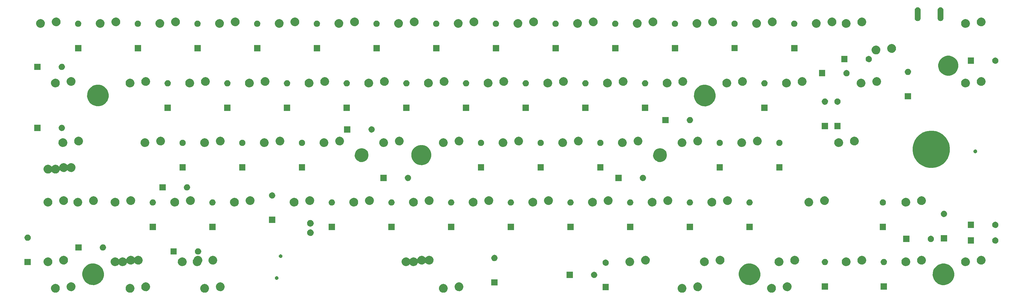
<source format=gts>
G04 #@! TF.FileFunction,Soldermask,Top*
%FSLAX46Y46*%
G04 Gerber Fmt 4.6, Leading zero omitted, Abs format (unit mm)*
G04 Created by KiCad (PCBNEW 4.0.6) date 07/11/19 02:34:24*
%MOMM*%
%LPD*%
G01*
G04 APERTURE LIST*
%ADD10C,0.100000*%
G04 APERTURE END LIST*
D10*
G36*
X40509548Y-117400929D02*
X40778498Y-117456136D01*
X41031597Y-117562529D01*
X41259216Y-117716060D01*
X41452675Y-117910874D01*
X41604610Y-118139555D01*
X41709236Y-118393397D01*
X41762427Y-118662033D01*
X41762427Y-118662050D01*
X41762560Y-118662723D01*
X41758181Y-118976316D01*
X41758030Y-118976979D01*
X41758030Y-118977003D01*
X41697359Y-119244046D01*
X41585684Y-119494872D01*
X41427426Y-119719216D01*
X41228601Y-119908556D01*
X40996781Y-120055672D01*
X40740815Y-120154955D01*
X40470425Y-120202633D01*
X40195931Y-120196882D01*
X39927782Y-120137927D01*
X39676190Y-120028009D01*
X39450740Y-119871317D01*
X39260018Y-119673818D01*
X39111288Y-119443035D01*
X39010218Y-119187760D01*
X38960655Y-118917715D01*
X38964488Y-118643191D01*
X39021572Y-118374634D01*
X39129732Y-118122277D01*
X39284846Y-117895739D01*
X39481007Y-117703644D01*
X39710743Y-117553309D01*
X39965306Y-117450458D01*
X40234999Y-117399011D01*
X40509548Y-117400929D01*
X40509548Y-117400929D01*
G37*
G36*
X64322048Y-117400929D02*
X64590998Y-117456136D01*
X64844097Y-117562529D01*
X65071716Y-117716060D01*
X65265175Y-117910874D01*
X65417110Y-118139555D01*
X65521736Y-118393397D01*
X65574927Y-118662033D01*
X65574927Y-118662050D01*
X65575060Y-118662723D01*
X65570681Y-118976316D01*
X65570530Y-118976979D01*
X65570530Y-118977003D01*
X65509859Y-119244046D01*
X65398184Y-119494872D01*
X65239926Y-119719216D01*
X65041101Y-119908556D01*
X64809281Y-120055672D01*
X64553315Y-120154955D01*
X64282925Y-120202633D01*
X64008431Y-120196882D01*
X63740282Y-120137927D01*
X63488690Y-120028009D01*
X63263240Y-119871317D01*
X63072518Y-119673818D01*
X62923788Y-119443035D01*
X62822718Y-119187760D01*
X62773155Y-118917715D01*
X62776988Y-118643191D01*
X62834072Y-118374634D01*
X62942232Y-118122277D01*
X63097346Y-117895739D01*
X63293507Y-117703644D01*
X63523243Y-117553309D01*
X63777806Y-117450458D01*
X64047499Y-117399011D01*
X64322048Y-117400929D01*
X64322048Y-117400929D01*
G37*
G36*
X164334548Y-117400929D02*
X164603498Y-117456136D01*
X164856597Y-117562529D01*
X165084216Y-117716060D01*
X165277675Y-117910874D01*
X165429610Y-118139555D01*
X165534236Y-118393397D01*
X165587427Y-118662033D01*
X165587427Y-118662050D01*
X165587560Y-118662723D01*
X165583181Y-118976316D01*
X165583030Y-118976979D01*
X165583030Y-118977003D01*
X165522359Y-119244046D01*
X165410684Y-119494872D01*
X165252426Y-119719216D01*
X165053601Y-119908556D01*
X164821781Y-120055672D01*
X164565815Y-120154955D01*
X164295425Y-120202633D01*
X164020931Y-120196882D01*
X163752782Y-120137927D01*
X163501190Y-120028009D01*
X163275740Y-119871317D01*
X163085018Y-119673818D01*
X162936288Y-119443035D01*
X162835218Y-119187760D01*
X162785655Y-118917715D01*
X162789488Y-118643191D01*
X162846572Y-118374634D01*
X162954732Y-118122277D01*
X163109846Y-117895739D01*
X163306007Y-117703644D01*
X163535743Y-117553309D01*
X163790306Y-117450458D01*
X164059999Y-117399011D01*
X164334548Y-117400929D01*
X164334548Y-117400929D01*
G37*
G36*
X88134548Y-117400929D02*
X88403498Y-117456136D01*
X88656597Y-117562529D01*
X88884216Y-117716060D01*
X89077675Y-117910874D01*
X89229610Y-118139555D01*
X89334236Y-118393397D01*
X89387427Y-118662033D01*
X89387427Y-118662050D01*
X89387560Y-118662723D01*
X89383181Y-118976316D01*
X89383030Y-118976979D01*
X89383030Y-118977003D01*
X89322359Y-119244046D01*
X89210684Y-119494872D01*
X89052426Y-119719216D01*
X88853601Y-119908556D01*
X88621781Y-120055672D01*
X88365815Y-120154955D01*
X88095425Y-120202633D01*
X87820931Y-120196882D01*
X87552782Y-120137927D01*
X87301190Y-120028009D01*
X87075740Y-119871317D01*
X86885018Y-119673818D01*
X86736288Y-119443035D01*
X86635218Y-119187760D01*
X86585655Y-118917715D01*
X86589488Y-118643191D01*
X86646572Y-118374634D01*
X86754732Y-118122277D01*
X86909846Y-117895739D01*
X87106007Y-117703644D01*
X87335743Y-117553309D01*
X87590306Y-117450458D01*
X87859999Y-117399011D01*
X88134548Y-117400929D01*
X88134548Y-117400929D01*
G37*
G36*
X269109548Y-117400929D02*
X269378498Y-117456136D01*
X269631597Y-117562529D01*
X269859216Y-117716060D01*
X270052675Y-117910874D01*
X270204610Y-118139555D01*
X270309236Y-118393397D01*
X270362427Y-118662033D01*
X270362427Y-118662050D01*
X270362560Y-118662723D01*
X270358181Y-118976316D01*
X270358030Y-118976979D01*
X270358030Y-118977003D01*
X270297359Y-119244046D01*
X270185684Y-119494872D01*
X270027426Y-119719216D01*
X269828601Y-119908556D01*
X269596781Y-120055672D01*
X269340815Y-120154955D01*
X269070425Y-120202633D01*
X268795931Y-120196882D01*
X268527782Y-120137927D01*
X268276190Y-120028009D01*
X268050740Y-119871317D01*
X267860018Y-119673818D01*
X267711288Y-119443035D01*
X267610218Y-119187760D01*
X267560655Y-118917715D01*
X267564488Y-118643191D01*
X267621572Y-118374634D01*
X267729732Y-118122277D01*
X267884846Y-117895739D01*
X268081007Y-117703644D01*
X268310743Y-117553309D01*
X268565306Y-117450458D01*
X268834999Y-117399011D01*
X269109548Y-117400929D01*
X269109548Y-117400929D01*
G37*
G36*
X240534548Y-117400929D02*
X240803498Y-117456136D01*
X241056597Y-117562529D01*
X241284216Y-117716060D01*
X241477675Y-117910874D01*
X241629610Y-118139555D01*
X241734236Y-118393397D01*
X241787427Y-118662033D01*
X241787427Y-118662050D01*
X241787560Y-118662723D01*
X241783181Y-118976316D01*
X241783030Y-118976979D01*
X241783030Y-118977003D01*
X241722359Y-119244046D01*
X241610684Y-119494872D01*
X241452426Y-119719216D01*
X241253601Y-119908556D01*
X241021781Y-120055672D01*
X240765815Y-120154955D01*
X240495425Y-120202633D01*
X240220931Y-120196882D01*
X239952782Y-120137927D01*
X239701190Y-120028009D01*
X239475740Y-119871317D01*
X239285018Y-119673818D01*
X239136288Y-119443035D01*
X239035218Y-119187760D01*
X238985655Y-118917715D01*
X238989488Y-118643191D01*
X239046572Y-118374634D01*
X239154732Y-118122277D01*
X239309846Y-117895739D01*
X239506007Y-117703644D01*
X239735743Y-117553309D01*
X239990306Y-117450458D01*
X240259999Y-117399011D01*
X240534548Y-117400929D01*
X240534548Y-117400929D01*
G37*
G36*
X245534548Y-116900929D02*
X245803498Y-116956136D01*
X246056597Y-117062529D01*
X246284216Y-117216060D01*
X246477675Y-117410874D01*
X246629610Y-117639555D01*
X246734236Y-117893397D01*
X246787427Y-118162033D01*
X246787427Y-118162050D01*
X246787560Y-118162723D01*
X246783181Y-118476316D01*
X246783030Y-118476979D01*
X246783030Y-118477003D01*
X246722359Y-118744046D01*
X246610684Y-118994872D01*
X246452426Y-119219216D01*
X246253601Y-119408556D01*
X246021781Y-119555672D01*
X245765815Y-119654955D01*
X245495425Y-119702633D01*
X245220931Y-119696882D01*
X244952782Y-119637927D01*
X244701190Y-119528009D01*
X244475740Y-119371317D01*
X244285018Y-119173818D01*
X244136288Y-118943035D01*
X244035218Y-118687760D01*
X243985655Y-118417715D01*
X243989488Y-118143191D01*
X244046572Y-117874634D01*
X244154732Y-117622277D01*
X244309846Y-117395739D01*
X244506007Y-117203644D01*
X244735743Y-117053309D01*
X244990306Y-116950458D01*
X245259999Y-116899011D01*
X245534548Y-116900929D01*
X245534548Y-116900929D01*
G37*
G36*
X169334548Y-116900929D02*
X169603498Y-116956136D01*
X169856597Y-117062529D01*
X170084216Y-117216060D01*
X170277675Y-117410874D01*
X170429610Y-117639555D01*
X170534236Y-117893397D01*
X170587427Y-118162033D01*
X170587427Y-118162050D01*
X170587560Y-118162723D01*
X170583181Y-118476316D01*
X170583030Y-118476979D01*
X170583030Y-118477003D01*
X170522359Y-118744046D01*
X170410684Y-118994872D01*
X170252426Y-119219216D01*
X170053601Y-119408556D01*
X169821781Y-119555672D01*
X169565815Y-119654955D01*
X169295425Y-119702633D01*
X169020931Y-119696882D01*
X168752782Y-119637927D01*
X168501190Y-119528009D01*
X168275740Y-119371317D01*
X168085018Y-119173818D01*
X167936288Y-118943035D01*
X167835218Y-118687760D01*
X167785655Y-118417715D01*
X167789488Y-118143191D01*
X167846572Y-117874634D01*
X167954732Y-117622277D01*
X168109846Y-117395739D01*
X168306007Y-117203644D01*
X168535743Y-117053309D01*
X168790306Y-116950458D01*
X169059999Y-116899011D01*
X169334548Y-116900929D01*
X169334548Y-116900929D01*
G37*
G36*
X93134548Y-116900929D02*
X93403498Y-116956136D01*
X93656597Y-117062529D01*
X93884216Y-117216060D01*
X94077675Y-117410874D01*
X94229610Y-117639555D01*
X94334236Y-117893397D01*
X94387427Y-118162033D01*
X94387427Y-118162050D01*
X94387560Y-118162723D01*
X94383181Y-118476316D01*
X94383030Y-118476979D01*
X94383030Y-118477003D01*
X94322359Y-118744046D01*
X94210684Y-118994872D01*
X94052426Y-119219216D01*
X93853601Y-119408556D01*
X93621781Y-119555672D01*
X93365815Y-119654955D01*
X93095425Y-119702633D01*
X92820931Y-119696882D01*
X92552782Y-119637927D01*
X92301190Y-119528009D01*
X92075740Y-119371317D01*
X91885018Y-119173818D01*
X91736288Y-118943035D01*
X91635218Y-118687760D01*
X91585655Y-118417715D01*
X91589488Y-118143191D01*
X91646572Y-117874634D01*
X91754732Y-117622277D01*
X91909846Y-117395739D01*
X92106007Y-117203644D01*
X92335743Y-117053309D01*
X92590306Y-116950458D01*
X92859999Y-116899011D01*
X93134548Y-116900929D01*
X93134548Y-116900929D01*
G37*
G36*
X69322048Y-116900929D02*
X69590998Y-116956136D01*
X69844097Y-117062529D01*
X70071716Y-117216060D01*
X70265175Y-117410874D01*
X70417110Y-117639555D01*
X70521736Y-117893397D01*
X70574927Y-118162033D01*
X70574927Y-118162050D01*
X70575060Y-118162723D01*
X70570681Y-118476316D01*
X70570530Y-118476979D01*
X70570530Y-118477003D01*
X70509859Y-118744046D01*
X70398184Y-118994872D01*
X70239926Y-119219216D01*
X70041101Y-119408556D01*
X69809281Y-119555672D01*
X69553315Y-119654955D01*
X69282925Y-119702633D01*
X69008431Y-119696882D01*
X68740282Y-119637927D01*
X68488690Y-119528009D01*
X68263240Y-119371317D01*
X68072518Y-119173818D01*
X67923788Y-118943035D01*
X67822718Y-118687760D01*
X67773155Y-118417715D01*
X67776988Y-118143191D01*
X67834072Y-117874634D01*
X67942232Y-117622277D01*
X68097346Y-117395739D01*
X68293507Y-117203644D01*
X68523243Y-117053309D01*
X68777806Y-116950458D01*
X69047499Y-116899011D01*
X69322048Y-116900929D01*
X69322048Y-116900929D01*
G37*
G36*
X45509548Y-116900929D02*
X45778498Y-116956136D01*
X46031597Y-117062529D01*
X46259216Y-117216060D01*
X46452675Y-117410874D01*
X46604610Y-117639555D01*
X46709236Y-117893397D01*
X46762427Y-118162033D01*
X46762427Y-118162050D01*
X46762560Y-118162723D01*
X46758181Y-118476316D01*
X46758030Y-118476979D01*
X46758030Y-118477003D01*
X46697359Y-118744046D01*
X46585684Y-118994872D01*
X46427426Y-119219216D01*
X46228601Y-119408556D01*
X45996781Y-119555672D01*
X45740815Y-119654955D01*
X45470425Y-119702633D01*
X45195931Y-119696882D01*
X44927782Y-119637927D01*
X44676190Y-119528009D01*
X44450740Y-119371317D01*
X44260018Y-119173818D01*
X44111288Y-118943035D01*
X44010218Y-118687760D01*
X43960655Y-118417715D01*
X43964488Y-118143191D01*
X44021572Y-117874634D01*
X44129732Y-117622277D01*
X44284846Y-117395739D01*
X44481007Y-117203644D01*
X44710743Y-117053309D01*
X44965306Y-116950458D01*
X45234999Y-116899011D01*
X45509548Y-116900929D01*
X45509548Y-116900929D01*
G37*
G36*
X274109548Y-116900929D02*
X274378498Y-116956136D01*
X274631597Y-117062529D01*
X274859216Y-117216060D01*
X275052675Y-117410874D01*
X275204610Y-117639555D01*
X275309236Y-117893397D01*
X275362427Y-118162033D01*
X275362427Y-118162050D01*
X275362560Y-118162723D01*
X275358181Y-118476316D01*
X275358030Y-118476979D01*
X275358030Y-118477003D01*
X275297359Y-118744046D01*
X275185684Y-118994872D01*
X275027426Y-119219216D01*
X274828601Y-119408556D01*
X274596781Y-119555672D01*
X274340815Y-119654955D01*
X274070425Y-119702633D01*
X273795931Y-119696882D01*
X273527782Y-119637927D01*
X273276190Y-119528009D01*
X273050740Y-119371317D01*
X272860018Y-119173818D01*
X272711288Y-118943035D01*
X272610218Y-118687760D01*
X272560655Y-118417715D01*
X272564488Y-118143191D01*
X272621572Y-117874634D01*
X272729732Y-117622277D01*
X272884846Y-117395739D01*
X273081007Y-117203644D01*
X273310743Y-117053309D01*
X273565306Y-116950458D01*
X273834999Y-116899011D01*
X274109548Y-116900929D01*
X274109548Y-116900929D01*
G37*
G36*
X217000000Y-119400000D02*
X215000000Y-119400000D01*
X215000000Y-117400000D01*
X217000000Y-117400000D01*
X217000000Y-119400000D01*
X217000000Y-119400000D01*
G37*
G36*
X305800000Y-119200000D02*
X303800000Y-119200000D01*
X303800000Y-117200000D01*
X305800000Y-117200000D01*
X305800000Y-119200000D01*
X305800000Y-119200000D01*
G37*
G36*
X287000000Y-119200000D02*
X285000000Y-119200000D01*
X285000000Y-117200000D01*
X287000000Y-117200000D01*
X287000000Y-119200000D01*
X287000000Y-119200000D01*
G37*
G36*
X181500000Y-117900000D02*
X179500000Y-117900000D01*
X179500000Y-115900000D01*
X181500000Y-115900000D01*
X181500000Y-117900000D01*
X181500000Y-117900000D01*
G37*
G36*
X324212369Y-110864794D02*
X324875133Y-111000840D01*
X325498845Y-111263024D01*
X326059758Y-111641365D01*
X326536498Y-112121445D01*
X326910910Y-112684982D01*
X327168737Y-113310514D01*
X327300015Y-113973521D01*
X327300015Y-113973537D01*
X327300148Y-113974210D01*
X327289357Y-114746992D01*
X327289206Y-114747655D01*
X327289206Y-114747679D01*
X327139467Y-115406757D01*
X326864273Y-116024852D01*
X326474274Y-116577710D01*
X325984313Y-117044294D01*
X325413052Y-117406827D01*
X324782268Y-117651492D01*
X324115960Y-117768981D01*
X323439529Y-117754811D01*
X322778731Y-117609525D01*
X322158738Y-117338658D01*
X321603166Y-116952524D01*
X321133173Y-116465832D01*
X320766662Y-115897119D01*
X320517596Y-115268050D01*
X320395461Y-114602585D01*
X320404907Y-113926074D01*
X320545576Y-113264276D01*
X320812111Y-112642403D01*
X321194357Y-112084149D01*
X321677754Y-111610771D01*
X322243891Y-111240301D01*
X322871205Y-110986849D01*
X323535804Y-110860070D01*
X324212369Y-110864794D01*
X324212369Y-110864794D01*
G37*
G36*
X52749869Y-110852294D02*
X53412633Y-110988340D01*
X54036345Y-111250524D01*
X54597258Y-111628865D01*
X55073998Y-112108945D01*
X55448410Y-112672482D01*
X55706237Y-113298014D01*
X55837515Y-113961021D01*
X55837515Y-113961037D01*
X55837648Y-113961710D01*
X55826857Y-114734492D01*
X55826706Y-114735155D01*
X55826706Y-114735179D01*
X55676967Y-115394257D01*
X55401773Y-116012352D01*
X55011774Y-116565210D01*
X54521813Y-117031794D01*
X53950552Y-117394327D01*
X53319768Y-117638992D01*
X52653460Y-117756481D01*
X51977029Y-117742311D01*
X51316231Y-117597025D01*
X50696238Y-117326158D01*
X50140666Y-116940024D01*
X49670673Y-116453332D01*
X49304162Y-115884619D01*
X49055096Y-115255550D01*
X48932961Y-114590085D01*
X48942407Y-113913574D01*
X49083076Y-113251776D01*
X49349611Y-112629903D01*
X49731857Y-112071649D01*
X50215254Y-111598271D01*
X50781391Y-111227801D01*
X51408705Y-110974349D01*
X52073304Y-110847570D01*
X52749869Y-110852294D01*
X52749869Y-110852294D01*
G37*
G36*
X262299869Y-110852294D02*
X262962633Y-110988340D01*
X263586345Y-111250524D01*
X264147258Y-111628865D01*
X264623998Y-112108945D01*
X264998410Y-112672482D01*
X265256237Y-113298014D01*
X265387515Y-113961021D01*
X265387515Y-113961037D01*
X265387648Y-113961710D01*
X265376857Y-114734492D01*
X265376706Y-114735155D01*
X265376706Y-114735179D01*
X265226967Y-115394257D01*
X264951773Y-116012352D01*
X264561774Y-116565210D01*
X264071813Y-117031794D01*
X263500552Y-117394327D01*
X262869768Y-117638992D01*
X262203460Y-117756481D01*
X261527029Y-117742311D01*
X260866231Y-117597025D01*
X260246238Y-117326158D01*
X259690666Y-116940024D01*
X259220673Y-116453332D01*
X258854162Y-115884619D01*
X258605096Y-115255550D01*
X258482961Y-114590085D01*
X258492407Y-113913574D01*
X258633076Y-113251776D01*
X258899611Y-112629903D01*
X259281857Y-112071649D01*
X259765254Y-111598271D01*
X260331391Y-111227801D01*
X260958705Y-110974349D01*
X261623304Y-110847570D01*
X262299869Y-110852294D01*
X262299869Y-110852294D01*
G37*
G36*
X111060396Y-114925379D02*
X111170861Y-114948054D01*
X111274804Y-114991748D01*
X111368298Y-115054811D01*
X111447752Y-115134821D01*
X111510153Y-115228743D01*
X111553127Y-115333005D01*
X111574892Y-115442926D01*
X111574892Y-115442950D01*
X111575024Y-115443618D01*
X111573226Y-115572415D01*
X111573075Y-115573078D01*
X111573075Y-115573102D01*
X111548247Y-115682377D01*
X111502381Y-115785396D01*
X111437383Y-115877536D01*
X111355722Y-115955301D01*
X111260511Y-116015724D01*
X111155377Y-116056502D01*
X111044325Y-116076084D01*
X110931588Y-116073722D01*
X110821454Y-116049507D01*
X110718121Y-116004362D01*
X110625526Y-115940008D01*
X110547193Y-115858891D01*
X110486107Y-115764104D01*
X110444596Y-115659258D01*
X110424240Y-115548347D01*
X110425814Y-115435597D01*
X110449260Y-115325291D01*
X110493680Y-115221651D01*
X110557388Y-115128608D01*
X110637958Y-115049709D01*
X110732315Y-114987963D01*
X110836864Y-114945722D01*
X110947633Y-114924592D01*
X111060396Y-114925379D01*
X111060396Y-114925379D01*
G37*
G36*
X212430035Y-113500663D02*
X212622143Y-113540097D01*
X212802927Y-113616091D01*
X212965513Y-113725757D01*
X213103697Y-113864909D01*
X213212221Y-114028253D01*
X213286956Y-114209573D01*
X213324910Y-114401252D01*
X213324910Y-114401272D01*
X213325043Y-114401945D01*
X213321916Y-114625940D01*
X213321763Y-114626613D01*
X213321763Y-114626627D01*
X213278471Y-114817180D01*
X213198706Y-114996335D01*
X213085662Y-115156583D01*
X212943644Y-115291826D01*
X212778057Y-115396910D01*
X212595226Y-115467826D01*
X212402089Y-115501881D01*
X212206022Y-115497774D01*
X212014486Y-115455662D01*
X211834778Y-115377150D01*
X211673743Y-115265227D01*
X211537512Y-115124156D01*
X211431278Y-114959311D01*
X211359082Y-114776969D01*
X211323682Y-114584082D01*
X211326419Y-114387993D01*
X211367194Y-114196162D01*
X211444448Y-114015915D01*
X211555247Y-113854099D01*
X211695362Y-113716888D01*
X211859459Y-113609506D01*
X212041289Y-113536041D01*
X212233928Y-113499293D01*
X212430035Y-113500663D01*
X212430035Y-113500663D01*
G37*
G36*
X205525000Y-115500000D02*
X203525000Y-115500000D01*
X203525000Y-113500000D01*
X205525000Y-113500000D01*
X205525000Y-115500000D01*
X205525000Y-115500000D01*
G37*
G36*
X331022048Y-108900929D02*
X331290998Y-108956136D01*
X331544097Y-109062529D01*
X331771716Y-109216060D01*
X331965175Y-109410874D01*
X332117110Y-109639555D01*
X332221736Y-109893397D01*
X332274927Y-110162033D01*
X332274927Y-110162050D01*
X332275060Y-110162723D01*
X332270681Y-110476316D01*
X332270530Y-110476979D01*
X332270530Y-110477003D01*
X332209859Y-110744046D01*
X332098184Y-110994872D01*
X331939926Y-111219216D01*
X331741101Y-111408556D01*
X331509281Y-111555672D01*
X331253315Y-111654955D01*
X330982925Y-111702633D01*
X330708431Y-111696882D01*
X330440282Y-111637927D01*
X330188690Y-111528009D01*
X329963240Y-111371317D01*
X329772518Y-111173818D01*
X329623788Y-110943035D01*
X329522718Y-110687760D01*
X329473155Y-110417715D01*
X329476988Y-110143191D01*
X329534072Y-109874634D01*
X329642232Y-109622277D01*
X329797346Y-109395739D01*
X329993507Y-109203644D01*
X330223243Y-109053309D01*
X330477806Y-108950458D01*
X330747499Y-108899011D01*
X331022048Y-108900929D01*
X331022048Y-108900929D01*
G37*
G36*
X159809548Y-108400929D02*
X160078498Y-108456136D01*
X160331597Y-108562529D01*
X160559216Y-108716060D01*
X160752675Y-108910874D01*
X160904610Y-109139555D01*
X161009236Y-109393397D01*
X161062427Y-109662033D01*
X161062427Y-109662050D01*
X161062560Y-109662723D01*
X161058181Y-109976316D01*
X161058030Y-109976979D01*
X161058030Y-109977003D01*
X160997359Y-110244046D01*
X160885684Y-110494872D01*
X160727426Y-110719216D01*
X160528601Y-110908556D01*
X160296781Y-111055672D01*
X160040815Y-111154955D01*
X159770425Y-111202633D01*
X159495931Y-111196882D01*
X159227782Y-111137927D01*
X158976190Y-111028009D01*
X158750740Y-110871317D01*
X158560018Y-110673818D01*
X158553528Y-110663747D01*
X158535109Y-110642474D01*
X158511492Y-110627174D01*
X158484549Y-110619059D01*
X158456411Y-110618772D01*
X158429307Y-110626336D01*
X158405383Y-110641151D01*
X158387756Y-110660273D01*
X158346176Y-110719216D01*
X158147351Y-110908556D01*
X157915531Y-111055672D01*
X157659565Y-111154955D01*
X157389175Y-111202633D01*
X157114681Y-111196882D01*
X156846532Y-111137927D01*
X156594940Y-111028009D01*
X156369490Y-110871317D01*
X156173301Y-110668157D01*
X156151100Y-110650867D01*
X156124962Y-110640446D01*
X156096955Y-110637720D01*
X156069297Y-110642905D01*
X156044179Y-110655589D01*
X156023589Y-110674769D01*
X156009158Y-110698926D01*
X156003852Y-110715467D01*
X155997359Y-110744047D01*
X155885684Y-110994872D01*
X155727426Y-111219216D01*
X155528601Y-111408556D01*
X155296781Y-111555672D01*
X155040815Y-111654955D01*
X154770425Y-111702633D01*
X154495931Y-111696882D01*
X154227782Y-111637927D01*
X153976190Y-111528009D01*
X153750740Y-111371317D01*
X153560018Y-111173818D01*
X153553528Y-111163747D01*
X153535109Y-111142474D01*
X153511492Y-111127174D01*
X153484549Y-111119059D01*
X153456411Y-111118772D01*
X153429307Y-111126336D01*
X153405383Y-111141151D01*
X153387756Y-111160273D01*
X153346176Y-111219216D01*
X153147351Y-111408556D01*
X152915531Y-111555672D01*
X152659565Y-111654955D01*
X152389175Y-111702633D01*
X152114681Y-111696882D01*
X151846532Y-111637927D01*
X151594940Y-111528009D01*
X151369490Y-111371317D01*
X151178768Y-111173818D01*
X151030038Y-110943035D01*
X150928968Y-110687760D01*
X150879405Y-110417715D01*
X150883238Y-110143191D01*
X150940322Y-109874634D01*
X151048482Y-109622277D01*
X151203596Y-109395739D01*
X151399757Y-109203644D01*
X151629493Y-109053309D01*
X151884056Y-108950458D01*
X152153749Y-108899011D01*
X152428298Y-108900929D01*
X152697248Y-108956136D01*
X152950347Y-109062529D01*
X153177966Y-109216060D01*
X153371425Y-109410874D01*
X153389381Y-109437901D01*
X153408095Y-109458915D01*
X153431923Y-109473883D01*
X153458978Y-109481620D01*
X153487117Y-109481513D01*
X153514112Y-109473572D01*
X153537826Y-109458424D01*
X153555185Y-109439058D01*
X153584847Y-109395738D01*
X153781007Y-109203644D01*
X154010743Y-109053309D01*
X154265306Y-108950458D01*
X154534999Y-108899011D01*
X154809548Y-108900929D01*
X155078498Y-108956136D01*
X155331597Y-109062529D01*
X155559216Y-109216060D01*
X155752671Y-109410871D01*
X155757356Y-109417922D01*
X155776071Y-109438935D01*
X155799899Y-109453904D01*
X155826954Y-109461641D01*
X155855093Y-109461534D01*
X155882088Y-109453593D01*
X155905802Y-109438445D01*
X155924357Y-109417290D01*
X155938463Y-109383376D01*
X155940321Y-109374637D01*
X156048482Y-109122277D01*
X156203596Y-108895739D01*
X156399757Y-108703644D01*
X156629493Y-108553309D01*
X156884056Y-108450458D01*
X157153749Y-108399011D01*
X157428298Y-108400929D01*
X157697248Y-108456136D01*
X157950347Y-108562529D01*
X158177966Y-108716060D01*
X158371425Y-108910874D01*
X158389381Y-108937901D01*
X158408095Y-108958915D01*
X158431923Y-108973883D01*
X158458978Y-108981620D01*
X158487117Y-108981513D01*
X158514112Y-108973572D01*
X158537826Y-108958424D01*
X158555185Y-108939058D01*
X158584847Y-108895738D01*
X158781007Y-108703644D01*
X159010743Y-108553309D01*
X159265306Y-108450458D01*
X159534999Y-108399011D01*
X159809548Y-108400929D01*
X159809548Y-108400929D01*
G37*
G36*
X311972048Y-108900929D02*
X312240998Y-108956136D01*
X312494097Y-109062529D01*
X312721716Y-109216060D01*
X312915175Y-109410874D01*
X313067110Y-109639555D01*
X313171736Y-109893397D01*
X313224927Y-110162033D01*
X313224927Y-110162050D01*
X313225060Y-110162723D01*
X313220681Y-110476316D01*
X313220530Y-110476979D01*
X313220530Y-110477003D01*
X313159859Y-110744046D01*
X313048184Y-110994872D01*
X312889926Y-111219216D01*
X312691101Y-111408556D01*
X312459281Y-111555672D01*
X312203315Y-111654955D01*
X311932925Y-111702633D01*
X311658431Y-111696882D01*
X311390282Y-111637927D01*
X311138690Y-111528009D01*
X310913240Y-111371317D01*
X310722518Y-111173818D01*
X310573788Y-110943035D01*
X310472718Y-110687760D01*
X310423155Y-110417715D01*
X310426988Y-110143191D01*
X310484072Y-109874634D01*
X310592232Y-109622277D01*
X310747346Y-109395739D01*
X310943507Y-109203644D01*
X311173243Y-109053309D01*
X311427806Y-108950458D01*
X311697499Y-108899011D01*
X311972048Y-108900929D01*
X311972048Y-108900929D01*
G37*
G36*
X292922048Y-108900929D02*
X293190998Y-108956136D01*
X293444097Y-109062529D01*
X293671716Y-109216060D01*
X293865175Y-109410874D01*
X294017110Y-109639555D01*
X294121736Y-109893397D01*
X294174927Y-110162033D01*
X294174927Y-110162050D01*
X294175060Y-110162723D01*
X294170681Y-110476316D01*
X294170530Y-110476979D01*
X294170530Y-110477003D01*
X294109859Y-110744046D01*
X293998184Y-110994872D01*
X293839926Y-111219216D01*
X293641101Y-111408556D01*
X293409281Y-111555672D01*
X293153315Y-111654955D01*
X292882925Y-111702633D01*
X292608431Y-111696882D01*
X292340282Y-111637927D01*
X292088690Y-111528009D01*
X291863240Y-111371317D01*
X291672518Y-111173818D01*
X291523788Y-110943035D01*
X291422718Y-110687760D01*
X291373155Y-110417715D01*
X291376988Y-110143191D01*
X291434072Y-109874634D01*
X291542232Y-109622277D01*
X291697346Y-109395739D01*
X291893507Y-109203644D01*
X292123243Y-109053309D01*
X292377806Y-108950458D01*
X292647499Y-108899011D01*
X292922048Y-108900929D01*
X292922048Y-108900929D01*
G37*
G36*
X271490798Y-108900929D02*
X271759748Y-108956136D01*
X272012847Y-109062529D01*
X272240466Y-109216060D01*
X272433925Y-109410874D01*
X272585860Y-109639555D01*
X272690486Y-109893397D01*
X272743677Y-110162033D01*
X272743677Y-110162050D01*
X272743810Y-110162723D01*
X272739431Y-110476316D01*
X272739280Y-110476979D01*
X272739280Y-110477003D01*
X272678609Y-110744046D01*
X272566934Y-110994872D01*
X272408676Y-111219216D01*
X272209851Y-111408556D01*
X271978031Y-111555672D01*
X271722065Y-111654955D01*
X271451675Y-111702633D01*
X271177181Y-111696882D01*
X270909032Y-111637927D01*
X270657440Y-111528009D01*
X270431990Y-111371317D01*
X270241268Y-111173818D01*
X270092538Y-110943035D01*
X269991468Y-110687760D01*
X269941905Y-110417715D01*
X269945738Y-110143191D01*
X270002822Y-109874634D01*
X270110982Y-109622277D01*
X270266096Y-109395739D01*
X270462257Y-109203644D01*
X270691993Y-109053309D01*
X270946556Y-108950458D01*
X271216249Y-108899011D01*
X271490798Y-108900929D01*
X271490798Y-108900929D01*
G37*
G36*
X223865798Y-108900929D02*
X224134748Y-108956136D01*
X224387847Y-109062529D01*
X224615466Y-109216060D01*
X224808925Y-109410874D01*
X224960860Y-109639555D01*
X225065486Y-109893397D01*
X225118677Y-110162033D01*
X225118677Y-110162050D01*
X225118810Y-110162723D01*
X225114431Y-110476316D01*
X225114280Y-110476979D01*
X225114280Y-110477003D01*
X225053609Y-110744046D01*
X224941934Y-110994872D01*
X224783676Y-111219216D01*
X224584851Y-111408556D01*
X224353031Y-111555672D01*
X224097065Y-111654955D01*
X223826675Y-111702633D01*
X223552181Y-111696882D01*
X223284032Y-111637927D01*
X223032440Y-111528009D01*
X222806990Y-111371317D01*
X222616268Y-111173818D01*
X222467538Y-110943035D01*
X222366468Y-110687760D01*
X222316905Y-110417715D01*
X222320738Y-110143191D01*
X222377822Y-109874634D01*
X222485982Y-109622277D01*
X222641096Y-109395739D01*
X222837257Y-109203644D01*
X223066993Y-109053309D01*
X223321556Y-108950458D01*
X223591249Y-108899011D01*
X223865798Y-108900929D01*
X223865798Y-108900929D01*
G37*
G36*
X38128298Y-108900929D02*
X38397248Y-108956136D01*
X38650347Y-109062529D01*
X38877966Y-109216060D01*
X39071425Y-109410874D01*
X39223360Y-109639555D01*
X39327986Y-109893397D01*
X39381177Y-110162033D01*
X39381177Y-110162050D01*
X39381310Y-110162723D01*
X39376931Y-110476316D01*
X39376780Y-110476979D01*
X39376780Y-110477003D01*
X39316109Y-110744046D01*
X39204434Y-110994872D01*
X39046176Y-111219216D01*
X38847351Y-111408556D01*
X38615531Y-111555672D01*
X38359565Y-111654955D01*
X38089175Y-111702633D01*
X37814681Y-111696882D01*
X37546532Y-111637927D01*
X37294940Y-111528009D01*
X37069490Y-111371317D01*
X36878768Y-111173818D01*
X36730038Y-110943035D01*
X36628968Y-110687760D01*
X36579405Y-110417715D01*
X36583238Y-110143191D01*
X36640322Y-109874634D01*
X36748482Y-109622277D01*
X36903596Y-109395739D01*
X37099757Y-109203644D01*
X37329493Y-109053309D01*
X37584056Y-108950458D01*
X37853749Y-108899011D01*
X38128298Y-108900929D01*
X38128298Y-108900929D01*
G37*
G36*
X85990798Y-108400929D02*
X86259748Y-108456136D01*
X86512847Y-108562529D01*
X86740466Y-108716060D01*
X86933925Y-108910874D01*
X87085860Y-109139555D01*
X87190486Y-109393397D01*
X87243677Y-109662033D01*
X87243677Y-109662050D01*
X87243810Y-109662723D01*
X87239431Y-109976316D01*
X87239280Y-109976979D01*
X87239280Y-109977003D01*
X87178609Y-110244046D01*
X87066934Y-110494872D01*
X86976253Y-110623420D01*
X86960452Y-110658908D01*
X86941109Y-110744046D01*
X86829434Y-110994872D01*
X86671176Y-111219216D01*
X86472351Y-111408556D01*
X86240531Y-111555672D01*
X85984565Y-111654955D01*
X85714175Y-111702633D01*
X85439681Y-111696882D01*
X85171532Y-111637927D01*
X84919940Y-111528009D01*
X84694490Y-111371317D01*
X84503768Y-111173818D01*
X84355038Y-110943035D01*
X84253968Y-110687760D01*
X84204405Y-110417715D01*
X84208238Y-110143191D01*
X84265322Y-109874634D01*
X84373482Y-109622278D01*
X84473527Y-109476165D01*
X84488830Y-109440461D01*
X84502823Y-109374633D01*
X84610982Y-109122277D01*
X84766096Y-108895739D01*
X84962257Y-108703644D01*
X85191993Y-108553309D01*
X85446556Y-108450458D01*
X85716249Y-108399011D01*
X85990798Y-108400929D01*
X85990798Y-108400929D01*
G37*
G36*
X80990798Y-108900929D02*
X81259748Y-108956136D01*
X81512847Y-109062529D01*
X81740466Y-109216060D01*
X81933925Y-109410874D01*
X82085860Y-109639555D01*
X82190486Y-109893397D01*
X82243677Y-110162033D01*
X82243677Y-110162050D01*
X82243810Y-110162723D01*
X82239431Y-110476316D01*
X82239280Y-110476979D01*
X82239280Y-110477003D01*
X82178609Y-110744046D01*
X82066934Y-110994872D01*
X81908676Y-111219216D01*
X81709851Y-111408556D01*
X81478031Y-111555672D01*
X81222065Y-111654955D01*
X80951675Y-111702633D01*
X80677181Y-111696882D01*
X80409032Y-111637927D01*
X80157440Y-111528009D01*
X79931990Y-111371317D01*
X79741268Y-111173818D01*
X79592538Y-110943035D01*
X79491468Y-110687760D01*
X79441905Y-110417715D01*
X79445738Y-110143191D01*
X79502822Y-109874634D01*
X79610982Y-109622277D01*
X79766096Y-109395739D01*
X79962257Y-109203644D01*
X80191993Y-109053309D01*
X80446556Y-108950458D01*
X80716249Y-108899011D01*
X80990798Y-108900929D01*
X80990798Y-108900929D01*
G37*
G36*
X247678298Y-108900929D02*
X247947248Y-108956136D01*
X248200347Y-109062529D01*
X248427966Y-109216060D01*
X248621425Y-109410874D01*
X248773360Y-109639555D01*
X248877986Y-109893397D01*
X248931177Y-110162033D01*
X248931177Y-110162050D01*
X248931310Y-110162723D01*
X248926931Y-110476316D01*
X248926780Y-110476979D01*
X248926780Y-110477003D01*
X248866109Y-110744046D01*
X248754434Y-110994872D01*
X248596176Y-111219216D01*
X248397351Y-111408556D01*
X248165531Y-111555672D01*
X247909565Y-111654955D01*
X247639175Y-111702633D01*
X247364681Y-111696882D01*
X247096532Y-111637927D01*
X246844940Y-111528009D01*
X246619490Y-111371317D01*
X246428768Y-111173818D01*
X246280038Y-110943035D01*
X246178968Y-110687760D01*
X246129405Y-110417715D01*
X246133238Y-110143191D01*
X246190322Y-109874634D01*
X246298482Y-109622277D01*
X246453596Y-109395739D01*
X246649757Y-109203644D01*
X246879493Y-109053309D01*
X247134056Y-108950458D01*
X247403749Y-108899011D01*
X247678298Y-108900929D01*
X247678298Y-108900929D01*
G37*
G36*
X66940798Y-108400929D02*
X67209748Y-108456136D01*
X67462847Y-108562529D01*
X67690466Y-108716060D01*
X67883925Y-108910874D01*
X68035860Y-109139555D01*
X68140486Y-109393397D01*
X68193677Y-109662033D01*
X68193677Y-109662050D01*
X68193810Y-109662723D01*
X68189431Y-109976316D01*
X68189280Y-109976979D01*
X68189280Y-109977003D01*
X68128609Y-110244046D01*
X68016934Y-110494872D01*
X67858676Y-110719216D01*
X67659851Y-110908556D01*
X67428031Y-111055672D01*
X67172065Y-111154955D01*
X66901675Y-111202633D01*
X66627181Y-111196882D01*
X66359032Y-111137927D01*
X66107440Y-111028009D01*
X65881990Y-110871317D01*
X65691268Y-110673818D01*
X65684778Y-110663747D01*
X65666359Y-110642474D01*
X65642742Y-110627174D01*
X65615799Y-110619059D01*
X65587661Y-110618772D01*
X65560557Y-110626336D01*
X65536633Y-110641151D01*
X65519006Y-110660273D01*
X65477426Y-110719216D01*
X65278601Y-110908556D01*
X65046781Y-111055672D01*
X64790815Y-111154955D01*
X64520425Y-111202633D01*
X64245931Y-111196882D01*
X63977782Y-111137927D01*
X63726190Y-111028009D01*
X63500740Y-110871317D01*
X63304551Y-110668157D01*
X63282350Y-110650867D01*
X63256212Y-110640446D01*
X63228205Y-110637720D01*
X63200547Y-110642905D01*
X63175429Y-110655589D01*
X63154839Y-110674769D01*
X63140408Y-110698926D01*
X63135102Y-110715467D01*
X63128609Y-110744047D01*
X63016934Y-110994872D01*
X62858676Y-111219216D01*
X62659851Y-111408556D01*
X62428031Y-111555672D01*
X62172065Y-111654955D01*
X61901675Y-111702633D01*
X61627181Y-111696882D01*
X61359032Y-111637927D01*
X61107440Y-111528009D01*
X60881990Y-111371317D01*
X60691268Y-111173818D01*
X60684778Y-111163747D01*
X60666359Y-111142474D01*
X60642742Y-111127174D01*
X60615799Y-111119059D01*
X60587661Y-111118772D01*
X60560557Y-111126336D01*
X60536633Y-111141151D01*
X60519006Y-111160273D01*
X60477426Y-111219216D01*
X60278601Y-111408556D01*
X60046781Y-111555672D01*
X59790815Y-111654955D01*
X59520425Y-111702633D01*
X59245931Y-111696882D01*
X58977782Y-111637927D01*
X58726190Y-111528009D01*
X58500740Y-111371317D01*
X58310018Y-111173818D01*
X58161288Y-110943035D01*
X58060218Y-110687760D01*
X58010655Y-110417715D01*
X58014488Y-110143191D01*
X58071572Y-109874634D01*
X58179732Y-109622277D01*
X58334846Y-109395739D01*
X58531007Y-109203644D01*
X58760743Y-109053309D01*
X59015306Y-108950458D01*
X59284999Y-108899011D01*
X59559548Y-108900929D01*
X59828498Y-108956136D01*
X60081597Y-109062529D01*
X60309216Y-109216060D01*
X60502675Y-109410874D01*
X60520631Y-109437901D01*
X60539345Y-109458915D01*
X60563173Y-109473883D01*
X60590228Y-109481620D01*
X60618367Y-109481513D01*
X60645362Y-109473572D01*
X60669076Y-109458424D01*
X60686435Y-109439058D01*
X60716097Y-109395738D01*
X60912257Y-109203644D01*
X61141993Y-109053309D01*
X61396556Y-108950458D01*
X61666249Y-108899011D01*
X61940798Y-108900929D01*
X62209748Y-108956136D01*
X62462847Y-109062529D01*
X62690466Y-109216060D01*
X62883921Y-109410871D01*
X62888606Y-109417922D01*
X62907321Y-109438935D01*
X62931149Y-109453904D01*
X62958204Y-109461641D01*
X62986343Y-109461534D01*
X63013338Y-109453593D01*
X63037052Y-109438445D01*
X63055607Y-109417290D01*
X63069713Y-109383376D01*
X63071571Y-109374637D01*
X63179732Y-109122277D01*
X63334846Y-108895739D01*
X63531007Y-108703644D01*
X63760743Y-108553309D01*
X64015306Y-108450458D01*
X64284999Y-108399011D01*
X64559548Y-108400929D01*
X64828498Y-108456136D01*
X65081597Y-108562529D01*
X65309216Y-108716060D01*
X65502675Y-108910874D01*
X65520631Y-108937901D01*
X65539345Y-108958915D01*
X65563173Y-108973883D01*
X65590228Y-108981620D01*
X65618367Y-108981513D01*
X65645362Y-108973572D01*
X65669076Y-108958424D01*
X65686435Y-108939058D01*
X65716097Y-108895738D01*
X65912257Y-108703644D01*
X66141993Y-108553309D01*
X66396556Y-108450458D01*
X66666249Y-108399011D01*
X66940798Y-108400929D01*
X66940798Y-108400929D01*
G37*
G36*
X216105035Y-109600663D02*
X216297143Y-109640097D01*
X216477927Y-109716091D01*
X216640513Y-109825757D01*
X216778697Y-109964909D01*
X216887221Y-110128253D01*
X216961956Y-110309573D01*
X216999910Y-110501252D01*
X216999910Y-110501272D01*
X217000043Y-110501945D01*
X216996916Y-110725940D01*
X216996763Y-110726613D01*
X216996763Y-110726627D01*
X216953471Y-110917180D01*
X216873706Y-111096335D01*
X216760662Y-111256583D01*
X216618644Y-111391826D01*
X216453057Y-111496910D01*
X216270226Y-111567826D01*
X216077089Y-111601881D01*
X215881022Y-111597774D01*
X215689486Y-111555662D01*
X215509778Y-111477150D01*
X215348743Y-111365227D01*
X215212512Y-111224156D01*
X215106278Y-111059311D01*
X215034082Y-110876969D01*
X214998682Y-110684082D01*
X215001419Y-110487993D01*
X215042194Y-110296162D01*
X215119448Y-110115915D01*
X215230247Y-109954099D01*
X215370362Y-109816888D01*
X215534459Y-109709506D01*
X215716289Y-109636041D01*
X215908928Y-109599293D01*
X216105035Y-109600663D01*
X216105035Y-109600663D01*
G37*
G36*
X304905035Y-109400663D02*
X305097143Y-109440097D01*
X305277927Y-109516091D01*
X305440513Y-109625757D01*
X305578697Y-109764909D01*
X305687221Y-109928253D01*
X305761956Y-110109573D01*
X305799910Y-110301252D01*
X305799910Y-110301272D01*
X305800043Y-110301945D01*
X305796916Y-110525940D01*
X305796763Y-110526613D01*
X305796763Y-110526627D01*
X305753471Y-110717180D01*
X305673706Y-110896335D01*
X305560662Y-111056583D01*
X305418644Y-111191826D01*
X305253057Y-111296910D01*
X305070226Y-111367826D01*
X304877089Y-111401881D01*
X304681022Y-111397774D01*
X304489486Y-111355662D01*
X304309778Y-111277150D01*
X304148743Y-111165227D01*
X304012512Y-111024156D01*
X303906278Y-110859311D01*
X303834082Y-110676969D01*
X303798682Y-110484082D01*
X303801419Y-110287993D01*
X303842194Y-110096162D01*
X303919448Y-109915915D01*
X304030247Y-109754099D01*
X304170362Y-109616888D01*
X304334459Y-109509506D01*
X304516289Y-109436041D01*
X304708928Y-109399293D01*
X304905035Y-109400663D01*
X304905035Y-109400663D01*
G37*
G36*
X286105035Y-109400663D02*
X286297143Y-109440097D01*
X286477927Y-109516091D01*
X286640513Y-109625757D01*
X286778697Y-109764909D01*
X286887221Y-109928253D01*
X286961956Y-110109573D01*
X286999910Y-110301252D01*
X286999910Y-110301272D01*
X287000043Y-110301945D01*
X286996916Y-110525940D01*
X286996763Y-110526613D01*
X286996763Y-110526627D01*
X286953471Y-110717180D01*
X286873706Y-110896335D01*
X286760662Y-111056583D01*
X286618644Y-111191826D01*
X286453057Y-111296910D01*
X286270226Y-111367826D01*
X286077089Y-111401881D01*
X285881022Y-111397774D01*
X285689486Y-111355662D01*
X285509778Y-111277150D01*
X285348743Y-111165227D01*
X285212512Y-111024156D01*
X285106278Y-110859311D01*
X285034082Y-110676969D01*
X284998682Y-110484082D01*
X285001419Y-110287993D01*
X285042194Y-110096162D01*
X285119448Y-109915915D01*
X285230247Y-109754099D01*
X285370362Y-109616888D01*
X285534459Y-109509506D01*
X285716289Y-109436041D01*
X285908928Y-109399293D01*
X286105035Y-109400663D01*
X286105035Y-109400663D01*
G37*
G36*
X32500000Y-111400000D02*
X30500000Y-111400000D01*
X30500000Y-109400000D01*
X32500000Y-109400000D01*
X32500000Y-111400000D01*
X32500000Y-111400000D01*
G37*
G36*
X90753298Y-108400929D02*
X91022248Y-108456136D01*
X91275347Y-108562529D01*
X91502966Y-108716060D01*
X91696425Y-108910874D01*
X91848360Y-109139555D01*
X91952986Y-109393397D01*
X92006177Y-109662033D01*
X92006177Y-109662050D01*
X92006310Y-109662723D01*
X92001931Y-109976316D01*
X92001780Y-109976979D01*
X92001780Y-109977003D01*
X91941109Y-110244046D01*
X91829434Y-110494872D01*
X91671176Y-110719216D01*
X91472351Y-110908556D01*
X91240531Y-111055672D01*
X90984565Y-111154955D01*
X90714175Y-111202633D01*
X90439681Y-111196882D01*
X90171532Y-111137927D01*
X89919940Y-111028009D01*
X89694490Y-110871317D01*
X89503768Y-110673818D01*
X89355038Y-110443035D01*
X89253968Y-110187760D01*
X89204405Y-109917715D01*
X89208238Y-109643191D01*
X89265322Y-109374634D01*
X89373482Y-109122277D01*
X89528596Y-108895739D01*
X89724757Y-108703644D01*
X89954493Y-108553309D01*
X90209056Y-108450458D01*
X90478749Y-108399011D01*
X90753298Y-108400929D01*
X90753298Y-108400929D01*
G37*
G36*
X252678298Y-108400929D02*
X252947248Y-108456136D01*
X253200347Y-108562529D01*
X253427966Y-108716060D01*
X253621425Y-108910874D01*
X253773360Y-109139555D01*
X253877986Y-109393397D01*
X253931177Y-109662033D01*
X253931177Y-109662050D01*
X253931310Y-109662723D01*
X253926931Y-109976316D01*
X253926780Y-109976979D01*
X253926780Y-109977003D01*
X253866109Y-110244046D01*
X253754434Y-110494872D01*
X253596176Y-110719216D01*
X253397351Y-110908556D01*
X253165531Y-111055672D01*
X252909565Y-111154955D01*
X252639175Y-111202633D01*
X252364681Y-111196882D01*
X252096532Y-111137927D01*
X251844940Y-111028009D01*
X251619490Y-110871317D01*
X251428768Y-110673818D01*
X251280038Y-110443035D01*
X251178968Y-110187760D01*
X251129405Y-109917715D01*
X251133238Y-109643191D01*
X251190322Y-109374634D01*
X251298482Y-109122277D01*
X251453596Y-108895739D01*
X251649757Y-108703644D01*
X251879493Y-108553309D01*
X252134056Y-108450458D01*
X252403749Y-108399011D01*
X252678298Y-108400929D01*
X252678298Y-108400929D01*
G37*
G36*
X276490798Y-108400929D02*
X276759748Y-108456136D01*
X277012847Y-108562529D01*
X277240466Y-108716060D01*
X277433925Y-108910874D01*
X277585860Y-109139555D01*
X277690486Y-109393397D01*
X277743677Y-109662033D01*
X277743677Y-109662050D01*
X277743810Y-109662723D01*
X277739431Y-109976316D01*
X277739280Y-109976979D01*
X277739280Y-109977003D01*
X277678609Y-110244046D01*
X277566934Y-110494872D01*
X277408676Y-110719216D01*
X277209851Y-110908556D01*
X276978031Y-111055672D01*
X276722065Y-111154955D01*
X276451675Y-111202633D01*
X276177181Y-111196882D01*
X275909032Y-111137927D01*
X275657440Y-111028009D01*
X275431990Y-110871317D01*
X275241268Y-110673818D01*
X275092538Y-110443035D01*
X274991468Y-110187760D01*
X274941905Y-109917715D01*
X274945738Y-109643191D01*
X275002822Y-109374634D01*
X275110982Y-109122277D01*
X275266096Y-108895739D01*
X275462257Y-108703644D01*
X275691993Y-108553309D01*
X275946556Y-108450458D01*
X276216249Y-108399011D01*
X276490798Y-108400929D01*
X276490798Y-108400929D01*
G37*
G36*
X297922048Y-108400929D02*
X298190998Y-108456136D01*
X298444097Y-108562529D01*
X298671716Y-108716060D01*
X298865175Y-108910874D01*
X299017110Y-109139555D01*
X299121736Y-109393397D01*
X299174927Y-109662033D01*
X299174927Y-109662050D01*
X299175060Y-109662723D01*
X299170681Y-109976316D01*
X299170530Y-109976979D01*
X299170530Y-109977003D01*
X299109859Y-110244046D01*
X298998184Y-110494872D01*
X298839926Y-110719216D01*
X298641101Y-110908556D01*
X298409281Y-111055672D01*
X298153315Y-111154955D01*
X297882925Y-111202633D01*
X297608431Y-111196882D01*
X297340282Y-111137927D01*
X297088690Y-111028009D01*
X296863240Y-110871317D01*
X296672518Y-110673818D01*
X296523788Y-110443035D01*
X296422718Y-110187760D01*
X296373155Y-109917715D01*
X296376988Y-109643191D01*
X296434072Y-109374634D01*
X296542232Y-109122277D01*
X296697346Y-108895739D01*
X296893507Y-108703644D01*
X297123243Y-108553309D01*
X297377806Y-108450458D01*
X297647499Y-108399011D01*
X297922048Y-108400929D01*
X297922048Y-108400929D01*
G37*
G36*
X228865798Y-108400929D02*
X229134748Y-108456136D01*
X229387847Y-108562529D01*
X229615466Y-108716060D01*
X229808925Y-108910874D01*
X229960860Y-109139555D01*
X230065486Y-109393397D01*
X230118677Y-109662033D01*
X230118677Y-109662050D01*
X230118810Y-109662723D01*
X230114431Y-109976316D01*
X230114280Y-109976979D01*
X230114280Y-109977003D01*
X230053609Y-110244046D01*
X229941934Y-110494872D01*
X229783676Y-110719216D01*
X229584851Y-110908556D01*
X229353031Y-111055672D01*
X229097065Y-111154955D01*
X228826675Y-111202633D01*
X228552181Y-111196882D01*
X228284032Y-111137927D01*
X228032440Y-111028009D01*
X227806990Y-110871317D01*
X227616268Y-110673818D01*
X227467538Y-110443035D01*
X227366468Y-110187760D01*
X227316905Y-109917715D01*
X227320738Y-109643191D01*
X227377822Y-109374634D01*
X227485982Y-109122277D01*
X227641096Y-108895739D01*
X227837257Y-108703644D01*
X228066993Y-108553309D01*
X228321556Y-108450458D01*
X228591249Y-108399011D01*
X228865798Y-108400929D01*
X228865798Y-108400929D01*
G37*
G36*
X43128298Y-108400929D02*
X43397248Y-108456136D01*
X43650347Y-108562529D01*
X43877966Y-108716060D01*
X44071425Y-108910874D01*
X44223360Y-109139555D01*
X44327986Y-109393397D01*
X44381177Y-109662033D01*
X44381177Y-109662050D01*
X44381310Y-109662723D01*
X44376931Y-109976316D01*
X44376780Y-109976979D01*
X44376780Y-109977003D01*
X44316109Y-110244046D01*
X44204434Y-110494872D01*
X44046176Y-110719216D01*
X43847351Y-110908556D01*
X43615531Y-111055672D01*
X43359565Y-111154955D01*
X43089175Y-111202633D01*
X42814681Y-111196882D01*
X42546532Y-111137927D01*
X42294940Y-111028009D01*
X42069490Y-110871317D01*
X41878768Y-110673818D01*
X41730038Y-110443035D01*
X41628968Y-110187760D01*
X41579405Y-109917715D01*
X41583238Y-109643191D01*
X41640322Y-109374634D01*
X41748482Y-109122277D01*
X41903596Y-108895739D01*
X42099757Y-108703644D01*
X42329493Y-108553309D01*
X42584056Y-108450458D01*
X42853749Y-108399011D01*
X43128298Y-108400929D01*
X43128298Y-108400929D01*
G37*
G36*
X316972048Y-108400929D02*
X317240998Y-108456136D01*
X317494097Y-108562529D01*
X317721716Y-108716060D01*
X317915175Y-108910874D01*
X318067110Y-109139555D01*
X318171736Y-109393397D01*
X318224927Y-109662033D01*
X318224927Y-109662050D01*
X318225060Y-109662723D01*
X318220681Y-109976316D01*
X318220530Y-109976979D01*
X318220530Y-109977003D01*
X318159859Y-110244046D01*
X318048184Y-110494872D01*
X317889926Y-110719216D01*
X317691101Y-110908556D01*
X317459281Y-111055672D01*
X317203315Y-111154955D01*
X316932925Y-111202633D01*
X316658431Y-111196882D01*
X316390282Y-111137927D01*
X316138690Y-111028009D01*
X315913240Y-110871317D01*
X315722518Y-110673818D01*
X315573788Y-110443035D01*
X315472718Y-110187760D01*
X315423155Y-109917715D01*
X315426988Y-109643191D01*
X315484072Y-109374634D01*
X315592232Y-109122277D01*
X315747346Y-108895739D01*
X315943507Y-108703644D01*
X316173243Y-108553309D01*
X316427806Y-108450458D01*
X316697499Y-108399011D01*
X316972048Y-108400929D01*
X316972048Y-108400929D01*
G37*
G36*
X336022048Y-108400929D02*
X336290998Y-108456136D01*
X336544097Y-108562529D01*
X336771716Y-108716060D01*
X336965175Y-108910874D01*
X337117110Y-109139555D01*
X337221736Y-109393397D01*
X337274927Y-109662033D01*
X337274927Y-109662050D01*
X337275060Y-109662723D01*
X337270681Y-109976316D01*
X337270530Y-109976979D01*
X337270530Y-109977003D01*
X337209859Y-110244046D01*
X337098184Y-110494872D01*
X336939926Y-110719216D01*
X336741101Y-110908556D01*
X336509281Y-111055672D01*
X336253315Y-111154955D01*
X335982925Y-111202633D01*
X335708431Y-111196882D01*
X335440282Y-111137927D01*
X335188690Y-111028009D01*
X334963240Y-110871317D01*
X334772518Y-110673818D01*
X334623788Y-110443035D01*
X334522718Y-110187760D01*
X334473155Y-109917715D01*
X334476988Y-109643191D01*
X334534072Y-109374634D01*
X334642232Y-109122277D01*
X334797346Y-108895739D01*
X334993507Y-108703644D01*
X335223243Y-108553309D01*
X335477806Y-108450458D01*
X335747499Y-108399011D01*
X336022048Y-108400929D01*
X336022048Y-108400929D01*
G37*
G36*
X180605035Y-108100663D02*
X180797143Y-108140097D01*
X180977927Y-108216091D01*
X181140513Y-108325757D01*
X181278697Y-108464909D01*
X181387221Y-108628253D01*
X181461956Y-108809573D01*
X181499910Y-109001252D01*
X181499910Y-109001272D01*
X181500043Y-109001945D01*
X181496916Y-109225940D01*
X181496763Y-109226613D01*
X181496763Y-109226627D01*
X181453471Y-109417180D01*
X181373706Y-109596335D01*
X181260662Y-109756583D01*
X181118644Y-109891826D01*
X180953057Y-109996910D01*
X180770226Y-110067826D01*
X180577089Y-110101881D01*
X180381022Y-110097774D01*
X180189486Y-110055662D01*
X180009778Y-109977150D01*
X179848743Y-109865227D01*
X179712512Y-109724156D01*
X179606278Y-109559311D01*
X179534082Y-109376969D01*
X179498682Y-109184082D01*
X179501419Y-108987993D01*
X179542194Y-108796162D01*
X179619448Y-108615915D01*
X179730247Y-108454099D01*
X179870362Y-108316888D01*
X180034459Y-108209506D01*
X180216289Y-108136041D01*
X180408928Y-108099293D01*
X180605035Y-108100663D01*
X180605035Y-108100663D01*
G37*
G36*
X112310396Y-107925379D02*
X112420861Y-107948054D01*
X112524804Y-107991748D01*
X112618298Y-108054811D01*
X112697752Y-108134821D01*
X112760153Y-108228743D01*
X112803127Y-108333005D01*
X112824892Y-108442926D01*
X112824892Y-108442950D01*
X112825024Y-108443618D01*
X112823226Y-108572415D01*
X112823075Y-108573078D01*
X112823075Y-108573102D01*
X112798247Y-108682377D01*
X112752381Y-108785396D01*
X112687383Y-108877536D01*
X112605722Y-108955301D01*
X112510511Y-109015724D01*
X112405377Y-109056502D01*
X112294325Y-109076084D01*
X112181588Y-109073722D01*
X112071454Y-109049507D01*
X111968121Y-109004362D01*
X111875526Y-108940008D01*
X111797193Y-108858891D01*
X111736107Y-108764104D01*
X111694596Y-108659258D01*
X111674240Y-108548347D01*
X111675814Y-108435597D01*
X111699260Y-108325291D01*
X111743680Y-108221651D01*
X111807388Y-108128608D01*
X111887958Y-108049709D01*
X111982315Y-107987963D01*
X112086864Y-107945722D01*
X112197633Y-107924592D01*
X112310396Y-107925379D01*
X112310396Y-107925379D01*
G37*
G36*
X86005035Y-106000663D02*
X86197143Y-106040097D01*
X86377927Y-106116091D01*
X86540513Y-106225757D01*
X86678697Y-106364909D01*
X86787221Y-106528253D01*
X86861956Y-106709573D01*
X86899910Y-106901252D01*
X86899910Y-106901272D01*
X86900043Y-106901945D01*
X86896916Y-107125940D01*
X86896763Y-107126613D01*
X86896763Y-107126627D01*
X86853471Y-107317180D01*
X86773706Y-107496335D01*
X86660662Y-107656583D01*
X86518644Y-107791826D01*
X86353057Y-107896910D01*
X86170226Y-107967826D01*
X85977089Y-108001881D01*
X85781022Y-107997774D01*
X85589486Y-107955662D01*
X85409778Y-107877150D01*
X85248743Y-107765227D01*
X85112512Y-107624156D01*
X85006278Y-107459311D01*
X84934082Y-107276969D01*
X84898682Y-107084082D01*
X84901419Y-106887993D01*
X84942194Y-106696162D01*
X85019448Y-106515915D01*
X85130247Y-106354099D01*
X85270362Y-106216888D01*
X85434459Y-106109506D01*
X85616289Y-106036041D01*
X85808928Y-105999293D01*
X86005035Y-106000663D01*
X86005035Y-106000663D01*
G37*
G36*
X79100000Y-108000000D02*
X77100000Y-108000000D01*
X77100000Y-106000000D01*
X79100000Y-106000000D01*
X79100000Y-108000000D01*
X79100000Y-108000000D01*
G37*
G36*
X55623785Y-104738163D02*
X55815893Y-104777597D01*
X55996677Y-104853591D01*
X56159263Y-104963257D01*
X56297447Y-105102409D01*
X56405971Y-105265753D01*
X56480706Y-105447073D01*
X56518660Y-105638752D01*
X56518660Y-105638772D01*
X56518793Y-105639445D01*
X56515666Y-105863440D01*
X56515513Y-105864113D01*
X56515513Y-105864127D01*
X56472221Y-106054680D01*
X56392456Y-106233835D01*
X56279412Y-106394083D01*
X56137394Y-106529326D01*
X55971807Y-106634410D01*
X55788976Y-106705326D01*
X55595839Y-106739381D01*
X55399772Y-106735274D01*
X55208236Y-106693162D01*
X55028528Y-106614650D01*
X54867493Y-106502727D01*
X54731262Y-106361656D01*
X54625028Y-106196811D01*
X54552832Y-106014469D01*
X54517432Y-105821582D01*
X54520169Y-105625493D01*
X54560944Y-105433662D01*
X54638198Y-105253415D01*
X54748997Y-105091599D01*
X54889112Y-104954388D01*
X55053209Y-104847006D01*
X55235039Y-104773541D01*
X55427678Y-104736793D01*
X55623785Y-104738163D01*
X55623785Y-104738163D01*
G37*
G36*
X48718750Y-106737500D02*
X46718750Y-106737500D01*
X46718750Y-104737500D01*
X48718750Y-104737500D01*
X48718750Y-106737500D01*
X48718750Y-106737500D01*
G37*
G36*
X340505035Y-102500663D02*
X340697143Y-102540097D01*
X340877927Y-102616091D01*
X341040513Y-102725757D01*
X341178697Y-102864909D01*
X341287221Y-103028253D01*
X341361956Y-103209573D01*
X341399910Y-103401252D01*
X341399910Y-103401272D01*
X341400043Y-103401945D01*
X341396916Y-103625940D01*
X341396763Y-103626613D01*
X341396763Y-103626627D01*
X341353471Y-103817180D01*
X341273706Y-103996335D01*
X341160662Y-104156583D01*
X341018644Y-104291826D01*
X340853057Y-104396910D01*
X340670226Y-104467826D01*
X340477089Y-104501881D01*
X340281022Y-104497774D01*
X340089486Y-104455662D01*
X339909778Y-104377150D01*
X339748743Y-104265227D01*
X339612512Y-104124156D01*
X339506278Y-103959311D01*
X339434082Y-103776969D01*
X339398682Y-103584082D01*
X339401419Y-103387993D01*
X339442194Y-103196162D01*
X339519448Y-103015915D01*
X339630247Y-102854099D01*
X339770362Y-102716888D01*
X339934459Y-102609506D01*
X340116289Y-102536041D01*
X340308928Y-102499293D01*
X340505035Y-102500663D01*
X340505035Y-102500663D01*
G37*
G36*
X333600000Y-104500000D02*
X331600000Y-104500000D01*
X331600000Y-102500000D01*
X333600000Y-102500000D01*
X333600000Y-104500000D01*
X333600000Y-104500000D01*
G37*
G36*
X319905035Y-102000663D02*
X320097143Y-102040097D01*
X320277927Y-102116091D01*
X320440513Y-102225757D01*
X320578697Y-102364909D01*
X320687221Y-102528253D01*
X320761956Y-102709573D01*
X320799910Y-102901252D01*
X320799910Y-102901272D01*
X320800043Y-102901945D01*
X320796916Y-103125940D01*
X320796763Y-103126613D01*
X320796763Y-103126627D01*
X320753471Y-103317180D01*
X320673706Y-103496335D01*
X320560662Y-103656583D01*
X320418644Y-103791826D01*
X320253057Y-103896910D01*
X320070226Y-103967826D01*
X319877089Y-104001881D01*
X319681022Y-103997774D01*
X319489486Y-103955662D01*
X319309778Y-103877150D01*
X319148743Y-103765227D01*
X319012512Y-103624156D01*
X318906278Y-103459311D01*
X318834082Y-103276969D01*
X318798682Y-103084082D01*
X318801419Y-102887993D01*
X318842194Y-102696162D01*
X318919448Y-102515915D01*
X319030247Y-102354099D01*
X319170362Y-102216888D01*
X319334459Y-102109506D01*
X319516289Y-102036041D01*
X319708928Y-101999293D01*
X319905035Y-102000663D01*
X319905035Y-102000663D01*
G37*
G36*
X313000000Y-104000000D02*
X311000000Y-104000000D01*
X311000000Y-102000000D01*
X313000000Y-102000000D01*
X313000000Y-104000000D01*
X313000000Y-104000000D01*
G37*
G36*
X325000000Y-103800000D02*
X323000000Y-103800000D01*
X323000000Y-101800000D01*
X325000000Y-101800000D01*
X325000000Y-103800000D01*
X325000000Y-103800000D01*
G37*
G36*
X31605035Y-101600663D02*
X31797143Y-101640097D01*
X31977927Y-101716091D01*
X32140513Y-101825757D01*
X32278697Y-101964909D01*
X32387221Y-102128253D01*
X32461956Y-102309573D01*
X32499910Y-102501252D01*
X32499910Y-102501272D01*
X32500043Y-102501945D01*
X32496916Y-102725940D01*
X32496763Y-102726613D01*
X32496763Y-102726627D01*
X32453471Y-102917180D01*
X32373706Y-103096335D01*
X32260662Y-103256583D01*
X32118644Y-103391826D01*
X31953057Y-103496910D01*
X31770226Y-103567826D01*
X31577089Y-103601881D01*
X31381022Y-103597774D01*
X31189486Y-103555662D01*
X31009778Y-103477150D01*
X30848743Y-103365227D01*
X30712512Y-103224156D01*
X30606278Y-103059311D01*
X30534082Y-102876969D01*
X30498682Y-102684082D01*
X30501419Y-102487993D01*
X30542194Y-102296162D01*
X30619448Y-102115915D01*
X30730247Y-101954099D01*
X30870362Y-101816888D01*
X31034459Y-101709506D01*
X31216289Y-101636041D01*
X31408928Y-101599293D01*
X31605035Y-101600663D01*
X31605035Y-101600663D01*
G37*
G36*
X121860291Y-99950696D02*
X122061996Y-99992100D01*
X122251823Y-100071896D01*
X122422538Y-100187045D01*
X122567632Y-100333155D01*
X122681585Y-100504670D01*
X122760052Y-100695042D01*
X122799912Y-100896353D01*
X122799912Y-100896364D01*
X122800046Y-100897042D01*
X122796761Y-101132237D01*
X122796609Y-101132905D01*
X122796609Y-101132924D01*
X122751144Y-101333039D01*
X122667391Y-101521151D01*
X122548695Y-101689412D01*
X122399576Y-101831417D01*
X122225710Y-101941755D01*
X122033737Y-102016217D01*
X121830944Y-102051975D01*
X121625073Y-102047662D01*
X121423961Y-102003446D01*
X121235267Y-101921007D01*
X121066180Y-101803488D01*
X120923138Y-101655364D01*
X120811590Y-101482276D01*
X120735788Y-101290820D01*
X120698616Y-101088286D01*
X120701491Y-100882394D01*
X120744304Y-100680970D01*
X120825421Y-100491711D01*
X120941758Y-100321806D01*
X121088883Y-100177730D01*
X121261182Y-100064981D01*
X121452103Y-99987843D01*
X121654374Y-99949258D01*
X121860291Y-99950696D01*
X121860291Y-99950696D01*
G37*
G36*
X224837500Y-100150000D02*
X222837500Y-100150000D01*
X222837500Y-98150000D01*
X224837500Y-98150000D01*
X224837500Y-100150000D01*
X224837500Y-100150000D01*
G37*
G36*
X91487500Y-100150000D02*
X89487500Y-100150000D01*
X89487500Y-98150000D01*
X91487500Y-98150000D01*
X91487500Y-100150000D01*
X91487500Y-100150000D01*
G37*
G36*
X72437500Y-100150000D02*
X70437500Y-100150000D01*
X70437500Y-98150000D01*
X72437500Y-98150000D01*
X72437500Y-100150000D01*
X72437500Y-100150000D01*
G37*
G36*
X305500000Y-100150000D02*
X303500000Y-100150000D01*
X303500000Y-98150000D01*
X305500000Y-98150000D01*
X305500000Y-100150000D01*
X305500000Y-100150000D01*
G37*
G36*
X243887500Y-100150000D02*
X241887500Y-100150000D01*
X241887500Y-98150000D01*
X243887500Y-98150000D01*
X243887500Y-100150000D01*
X243887500Y-100150000D01*
G37*
G36*
X129587500Y-100150000D02*
X127587500Y-100150000D01*
X127587500Y-98150000D01*
X129587500Y-98150000D01*
X129587500Y-100150000D01*
X129587500Y-100150000D01*
G37*
G36*
X148637500Y-100150000D02*
X146637500Y-100150000D01*
X146637500Y-98150000D01*
X148637500Y-98150000D01*
X148637500Y-100150000D01*
X148637500Y-100150000D01*
G37*
G36*
X167687500Y-100150000D02*
X165687500Y-100150000D01*
X165687500Y-98150000D01*
X167687500Y-98150000D01*
X167687500Y-100150000D01*
X167687500Y-100150000D01*
G37*
G36*
X186737500Y-100150000D02*
X184737500Y-100150000D01*
X184737500Y-98150000D01*
X186737500Y-98150000D01*
X186737500Y-100150000D01*
X186737500Y-100150000D01*
G37*
G36*
X205787500Y-100150000D02*
X203787500Y-100150000D01*
X203787500Y-98150000D01*
X205787500Y-98150000D01*
X205787500Y-100150000D01*
X205787500Y-100150000D01*
G37*
G36*
X262937500Y-100150000D02*
X260937500Y-100150000D01*
X260937500Y-98150000D01*
X262937500Y-98150000D01*
X262937500Y-100150000D01*
X262937500Y-100150000D01*
G37*
G36*
X340505035Y-97500663D02*
X340697143Y-97540097D01*
X340877927Y-97616091D01*
X341040513Y-97725757D01*
X341178697Y-97864909D01*
X341287221Y-98028253D01*
X341361956Y-98209573D01*
X341399910Y-98401252D01*
X341399910Y-98401272D01*
X341400043Y-98401945D01*
X341396916Y-98625940D01*
X341396763Y-98626613D01*
X341396763Y-98626627D01*
X341353471Y-98817180D01*
X341273706Y-98996335D01*
X341160662Y-99156583D01*
X341018644Y-99291826D01*
X340853057Y-99396910D01*
X340670226Y-99467826D01*
X340477089Y-99501881D01*
X340281022Y-99497774D01*
X340089486Y-99455662D01*
X339909778Y-99377150D01*
X339748743Y-99265227D01*
X339612512Y-99124156D01*
X339506278Y-98959311D01*
X339434082Y-98776969D01*
X339398682Y-98584082D01*
X339401419Y-98387993D01*
X339442194Y-98196162D01*
X339519448Y-98015915D01*
X339630247Y-97854099D01*
X339770362Y-97716888D01*
X339934459Y-97609506D01*
X340116289Y-97536041D01*
X340308928Y-97499293D01*
X340505035Y-97500663D01*
X340505035Y-97500663D01*
G37*
G36*
X333600000Y-99500000D02*
X331600000Y-99500000D01*
X331600000Y-97500000D01*
X333600000Y-97500000D01*
X333600000Y-99500000D01*
X333600000Y-99500000D01*
G37*
G36*
X121860291Y-96950696D02*
X122061996Y-96992100D01*
X122251823Y-97071896D01*
X122422538Y-97187045D01*
X122567632Y-97333155D01*
X122681585Y-97504670D01*
X122760052Y-97695042D01*
X122799912Y-97896353D01*
X122799912Y-97896364D01*
X122800046Y-97897042D01*
X122796761Y-98132237D01*
X122796609Y-98132905D01*
X122796609Y-98132924D01*
X122751144Y-98333039D01*
X122667391Y-98521151D01*
X122548695Y-98689412D01*
X122399576Y-98831417D01*
X122225710Y-98941755D01*
X122033737Y-99016217D01*
X121830944Y-99051975D01*
X121625073Y-99047662D01*
X121423961Y-99003446D01*
X121235267Y-98921007D01*
X121066180Y-98803488D01*
X120923138Y-98655364D01*
X120811590Y-98482276D01*
X120735788Y-98290820D01*
X120698616Y-98088286D01*
X120701491Y-97882394D01*
X120744304Y-97680970D01*
X120825421Y-97491711D01*
X120941758Y-97321806D01*
X121088883Y-97177730D01*
X121261182Y-97064981D01*
X121452103Y-96987843D01*
X121654374Y-96949258D01*
X121860291Y-96950696D01*
X121860291Y-96950696D01*
G37*
G36*
X110537500Y-97900000D02*
X108537500Y-97900000D01*
X108537500Y-95900000D01*
X110537500Y-95900000D01*
X110537500Y-97900000D01*
X110537500Y-97900000D01*
G37*
G36*
X324105035Y-94000663D02*
X324297143Y-94040097D01*
X324477927Y-94116091D01*
X324640513Y-94225757D01*
X324778697Y-94364909D01*
X324887221Y-94528253D01*
X324961956Y-94709573D01*
X324999910Y-94901252D01*
X324999910Y-94901272D01*
X325000043Y-94901945D01*
X324996916Y-95125940D01*
X324996763Y-95126613D01*
X324996763Y-95126627D01*
X324953471Y-95317180D01*
X324873706Y-95496335D01*
X324760662Y-95656583D01*
X324618644Y-95791826D01*
X324453057Y-95896910D01*
X324270226Y-95967826D01*
X324077089Y-96001881D01*
X323881022Y-95997774D01*
X323689486Y-95955662D01*
X323509778Y-95877150D01*
X323348743Y-95765227D01*
X323212512Y-95624156D01*
X323106278Y-95459311D01*
X323034082Y-95276969D01*
X322998682Y-95084082D01*
X323001419Y-94887993D01*
X323042194Y-94696162D01*
X323119448Y-94515915D01*
X323230247Y-94354099D01*
X323370362Y-94216888D01*
X323534459Y-94109506D01*
X323716289Y-94036041D01*
X323908928Y-93999293D01*
X324105035Y-94000663D01*
X324105035Y-94000663D01*
G37*
G36*
X47653298Y-89850929D02*
X47922248Y-89906136D01*
X48175347Y-90012529D01*
X48402966Y-90166060D01*
X48596425Y-90360874D01*
X48748360Y-90589555D01*
X48852986Y-90843397D01*
X48906177Y-91112033D01*
X48906177Y-91112050D01*
X48906310Y-91112723D01*
X48901931Y-91426316D01*
X48901780Y-91426979D01*
X48901780Y-91427003D01*
X48841109Y-91694046D01*
X48729434Y-91944872D01*
X48571176Y-92169216D01*
X48372351Y-92358556D01*
X48140531Y-92505672D01*
X47884565Y-92604955D01*
X47614175Y-92652633D01*
X47339681Y-92646882D01*
X47071532Y-92587927D01*
X46819940Y-92478009D01*
X46594490Y-92321317D01*
X46403768Y-92123818D01*
X46255038Y-91893035D01*
X46153968Y-91637760D01*
X46104405Y-91367715D01*
X46108238Y-91093191D01*
X46165322Y-90824634D01*
X46273482Y-90572277D01*
X46428596Y-90345739D01*
X46624757Y-90153644D01*
X46854493Y-90003309D01*
X47109056Y-89900458D01*
X47378749Y-89849011D01*
X47653298Y-89850929D01*
X47653298Y-89850929D01*
G37*
G36*
X154809548Y-89850929D02*
X155078498Y-89906136D01*
X155331597Y-90012529D01*
X155559216Y-90166060D01*
X155752675Y-90360874D01*
X155904610Y-90589555D01*
X156009236Y-90843397D01*
X156062427Y-91112033D01*
X156062427Y-91112050D01*
X156062560Y-91112723D01*
X156058181Y-91426316D01*
X156058030Y-91426979D01*
X156058030Y-91427003D01*
X155997359Y-91694046D01*
X155885684Y-91944872D01*
X155727426Y-92169216D01*
X155528601Y-92358556D01*
X155296781Y-92505672D01*
X155040815Y-92604955D01*
X154770425Y-92652633D01*
X154495931Y-92646882D01*
X154227782Y-92587927D01*
X153976190Y-92478009D01*
X153750740Y-92321317D01*
X153560018Y-92123818D01*
X153411288Y-91893035D01*
X153310218Y-91637760D01*
X153260655Y-91367715D01*
X153264488Y-91093191D01*
X153321572Y-90824634D01*
X153429732Y-90572277D01*
X153584846Y-90345739D01*
X153781007Y-90153644D01*
X154010743Y-90003309D01*
X154265306Y-89900458D01*
X154534999Y-89849011D01*
X154809548Y-89850929D01*
X154809548Y-89850929D01*
G37*
G36*
X116709548Y-89850929D02*
X116978498Y-89906136D01*
X117231597Y-90012529D01*
X117459216Y-90166060D01*
X117652675Y-90360874D01*
X117804610Y-90589555D01*
X117909236Y-90843397D01*
X117962427Y-91112033D01*
X117962427Y-91112050D01*
X117962560Y-91112723D01*
X117958181Y-91426316D01*
X117958030Y-91426979D01*
X117958030Y-91427003D01*
X117897359Y-91694046D01*
X117785684Y-91944872D01*
X117627426Y-92169216D01*
X117428601Y-92358556D01*
X117196781Y-92505672D01*
X116940815Y-92604955D01*
X116670425Y-92652633D01*
X116395931Y-92646882D01*
X116127782Y-92587927D01*
X115876190Y-92478009D01*
X115650740Y-92321317D01*
X115460018Y-92123818D01*
X115311288Y-91893035D01*
X115210218Y-91637760D01*
X115160655Y-91367715D01*
X115164488Y-91093191D01*
X115221572Y-90824634D01*
X115329732Y-90572277D01*
X115484846Y-90345739D01*
X115681007Y-90153644D01*
X115910743Y-90003309D01*
X116165306Y-89900458D01*
X116434999Y-89849011D01*
X116709548Y-89850929D01*
X116709548Y-89850929D01*
G37*
G36*
X97659548Y-89850929D02*
X97928498Y-89906136D01*
X98181597Y-90012529D01*
X98409216Y-90166060D01*
X98602675Y-90360874D01*
X98754610Y-90589555D01*
X98859236Y-90843397D01*
X98912427Y-91112033D01*
X98912427Y-91112050D01*
X98912560Y-91112723D01*
X98908181Y-91426316D01*
X98908030Y-91426979D01*
X98908030Y-91427003D01*
X98847359Y-91694046D01*
X98735684Y-91944872D01*
X98577426Y-92169216D01*
X98378601Y-92358556D01*
X98146781Y-92505672D01*
X97890815Y-92604955D01*
X97620425Y-92652633D01*
X97345931Y-92646882D01*
X97077782Y-92587927D01*
X96826190Y-92478009D01*
X96600740Y-92321317D01*
X96410018Y-92123818D01*
X96261288Y-91893035D01*
X96160218Y-91637760D01*
X96110655Y-91367715D01*
X96114488Y-91093191D01*
X96171572Y-90824634D01*
X96279732Y-90572277D01*
X96434846Y-90345739D01*
X96631007Y-90153644D01*
X96860743Y-90003309D01*
X97115306Y-89900458D01*
X97384999Y-89849011D01*
X97659548Y-89850929D01*
X97659548Y-89850929D01*
G37*
G36*
X78609548Y-89850929D02*
X78878498Y-89906136D01*
X79131597Y-90012529D01*
X79359216Y-90166060D01*
X79552675Y-90360874D01*
X79704610Y-90589555D01*
X79809236Y-90843397D01*
X79862427Y-91112033D01*
X79862427Y-91112050D01*
X79862560Y-91112723D01*
X79858181Y-91426316D01*
X79858030Y-91426979D01*
X79858030Y-91427003D01*
X79797359Y-91694046D01*
X79685684Y-91944872D01*
X79527426Y-92169216D01*
X79328601Y-92358556D01*
X79096781Y-92505672D01*
X78840815Y-92604955D01*
X78570425Y-92652633D01*
X78295931Y-92646882D01*
X78027782Y-92587927D01*
X77776190Y-92478009D01*
X77550740Y-92321317D01*
X77360018Y-92123818D01*
X77211288Y-91893035D01*
X77110218Y-91637760D01*
X77060655Y-91367715D01*
X77064488Y-91093191D01*
X77121572Y-90824634D01*
X77229732Y-90572277D01*
X77384846Y-90345739D01*
X77581007Y-90153644D01*
X77810743Y-90003309D01*
X78065306Y-89900458D01*
X78334999Y-89849011D01*
X78609548Y-89850929D01*
X78609548Y-89850929D01*
G37*
G36*
X59559548Y-89850929D02*
X59828498Y-89906136D01*
X60081597Y-90012529D01*
X60309216Y-90166060D01*
X60502675Y-90360874D01*
X60654610Y-90589555D01*
X60759236Y-90843397D01*
X60812427Y-91112033D01*
X60812427Y-91112050D01*
X60812560Y-91112723D01*
X60808181Y-91426316D01*
X60808030Y-91426979D01*
X60808030Y-91427003D01*
X60747359Y-91694046D01*
X60635684Y-91944872D01*
X60477426Y-92169216D01*
X60278601Y-92358556D01*
X60046781Y-92505672D01*
X59790815Y-92604955D01*
X59520425Y-92652633D01*
X59245931Y-92646882D01*
X58977782Y-92587927D01*
X58726190Y-92478009D01*
X58500740Y-92321317D01*
X58310018Y-92123818D01*
X58161288Y-91893035D01*
X58060218Y-91637760D01*
X58010655Y-91367715D01*
X58014488Y-91093191D01*
X58071572Y-90824634D01*
X58179732Y-90572277D01*
X58334846Y-90345739D01*
X58531007Y-90153644D01*
X58760743Y-90003309D01*
X59015306Y-89900458D01*
X59284999Y-89849011D01*
X59559548Y-89850929D01*
X59559548Y-89850929D01*
G37*
G36*
X38128298Y-89850929D02*
X38397248Y-89906136D01*
X38650347Y-90012529D01*
X38877966Y-90166060D01*
X39071425Y-90360874D01*
X39223360Y-90589555D01*
X39327986Y-90843397D01*
X39381177Y-91112033D01*
X39381177Y-91112050D01*
X39381310Y-91112723D01*
X39376931Y-91426316D01*
X39376780Y-91426979D01*
X39376780Y-91427003D01*
X39316109Y-91694046D01*
X39204434Y-91944872D01*
X39046176Y-92169216D01*
X38847351Y-92358556D01*
X38615531Y-92505672D01*
X38359565Y-92604955D01*
X38089175Y-92652633D01*
X37814681Y-92646882D01*
X37546532Y-92587927D01*
X37294940Y-92478009D01*
X37069490Y-92321317D01*
X36878768Y-92123818D01*
X36730038Y-91893035D01*
X36628968Y-91637760D01*
X36579405Y-91367715D01*
X36583238Y-91093191D01*
X36640322Y-90824634D01*
X36748482Y-90572277D01*
X36903596Y-90345739D01*
X37099757Y-90153644D01*
X37329493Y-90003309D01*
X37584056Y-89900458D01*
X37853749Y-89849011D01*
X38128298Y-89850929D01*
X38128298Y-89850929D01*
G37*
G36*
X135759548Y-89850929D02*
X136028498Y-89906136D01*
X136281597Y-90012529D01*
X136509216Y-90166060D01*
X136702675Y-90360874D01*
X136854610Y-90589555D01*
X136959236Y-90843397D01*
X137012427Y-91112033D01*
X137012427Y-91112050D01*
X137012560Y-91112723D01*
X137008181Y-91426316D01*
X137008030Y-91426979D01*
X137008030Y-91427003D01*
X136947359Y-91694046D01*
X136835684Y-91944872D01*
X136677426Y-92169216D01*
X136478601Y-92358556D01*
X136246781Y-92505672D01*
X135990815Y-92604955D01*
X135720425Y-92652633D01*
X135445931Y-92646882D01*
X135177782Y-92587927D01*
X134926190Y-92478009D01*
X134700740Y-92321317D01*
X134510018Y-92123818D01*
X134361288Y-91893035D01*
X134260218Y-91637760D01*
X134210655Y-91367715D01*
X134214488Y-91093191D01*
X134271572Y-90824634D01*
X134379732Y-90572277D01*
X134534846Y-90345739D01*
X134731007Y-90153644D01*
X134960743Y-90003309D01*
X135215306Y-89900458D01*
X135484999Y-89849011D01*
X135759548Y-89850929D01*
X135759548Y-89850929D01*
G37*
G36*
X173859548Y-89850929D02*
X174128498Y-89906136D01*
X174381597Y-90012529D01*
X174609216Y-90166060D01*
X174802675Y-90360874D01*
X174954610Y-90589555D01*
X175059236Y-90843397D01*
X175112427Y-91112033D01*
X175112427Y-91112050D01*
X175112560Y-91112723D01*
X175108181Y-91426316D01*
X175108030Y-91426979D01*
X175108030Y-91427003D01*
X175047359Y-91694046D01*
X174935684Y-91944872D01*
X174777426Y-92169216D01*
X174578601Y-92358556D01*
X174346781Y-92505672D01*
X174090815Y-92604955D01*
X173820425Y-92652633D01*
X173545931Y-92646882D01*
X173277782Y-92587927D01*
X173026190Y-92478009D01*
X172800740Y-92321317D01*
X172610018Y-92123818D01*
X172461288Y-91893035D01*
X172360218Y-91637760D01*
X172310655Y-91367715D01*
X172314488Y-91093191D01*
X172371572Y-90824634D01*
X172479732Y-90572277D01*
X172634846Y-90345739D01*
X172831007Y-90153644D01*
X173060743Y-90003309D01*
X173315306Y-89900458D01*
X173584999Y-89849011D01*
X173859548Y-89850929D01*
X173859548Y-89850929D01*
G37*
G36*
X192909548Y-89850929D02*
X193178498Y-89906136D01*
X193431597Y-90012529D01*
X193659216Y-90166060D01*
X193852675Y-90360874D01*
X194004610Y-90589555D01*
X194109236Y-90843397D01*
X194162427Y-91112033D01*
X194162427Y-91112050D01*
X194162560Y-91112723D01*
X194158181Y-91426316D01*
X194158030Y-91426979D01*
X194158030Y-91427003D01*
X194097359Y-91694046D01*
X193985684Y-91944872D01*
X193827426Y-92169216D01*
X193628601Y-92358556D01*
X193396781Y-92505672D01*
X193140815Y-92604955D01*
X192870425Y-92652633D01*
X192595931Y-92646882D01*
X192327782Y-92587927D01*
X192076190Y-92478009D01*
X191850740Y-92321317D01*
X191660018Y-92123818D01*
X191511288Y-91893035D01*
X191410218Y-91637760D01*
X191360655Y-91367715D01*
X191364488Y-91093191D01*
X191421572Y-90824634D01*
X191529732Y-90572277D01*
X191684846Y-90345739D01*
X191881007Y-90153644D01*
X192110743Y-90003309D01*
X192365306Y-89900458D01*
X192634999Y-89849011D01*
X192909548Y-89850929D01*
X192909548Y-89850929D01*
G37*
G36*
X211959548Y-89850929D02*
X212228498Y-89906136D01*
X212481597Y-90012529D01*
X212709216Y-90166060D01*
X212902675Y-90360874D01*
X213054610Y-90589555D01*
X213159236Y-90843397D01*
X213212427Y-91112033D01*
X213212427Y-91112050D01*
X213212560Y-91112723D01*
X213208181Y-91426316D01*
X213208030Y-91426979D01*
X213208030Y-91427003D01*
X213147359Y-91694046D01*
X213035684Y-91944872D01*
X212877426Y-92169216D01*
X212678601Y-92358556D01*
X212446781Y-92505672D01*
X212190815Y-92604955D01*
X211920425Y-92652633D01*
X211645931Y-92646882D01*
X211377782Y-92587927D01*
X211126190Y-92478009D01*
X210900740Y-92321317D01*
X210710018Y-92123818D01*
X210561288Y-91893035D01*
X210460218Y-91637760D01*
X210410655Y-91367715D01*
X210414488Y-91093191D01*
X210471572Y-90824634D01*
X210579732Y-90572277D01*
X210734846Y-90345739D01*
X210931007Y-90153644D01*
X211160743Y-90003309D01*
X211415306Y-89900458D01*
X211684999Y-89849011D01*
X211959548Y-89850929D01*
X211959548Y-89850929D01*
G37*
G36*
X250059548Y-89850929D02*
X250328498Y-89906136D01*
X250581597Y-90012529D01*
X250809216Y-90166060D01*
X251002675Y-90360874D01*
X251154610Y-90589555D01*
X251259236Y-90843397D01*
X251312427Y-91112033D01*
X251312427Y-91112050D01*
X251312560Y-91112723D01*
X251308181Y-91426316D01*
X251308030Y-91426979D01*
X251308030Y-91427003D01*
X251247359Y-91694046D01*
X251135684Y-91944872D01*
X250977426Y-92169216D01*
X250778601Y-92358556D01*
X250546781Y-92505672D01*
X250290815Y-92604955D01*
X250020425Y-92652633D01*
X249745931Y-92646882D01*
X249477782Y-92587927D01*
X249226190Y-92478009D01*
X249000740Y-92321317D01*
X248810018Y-92123818D01*
X248661288Y-91893035D01*
X248560218Y-91637760D01*
X248510655Y-91367715D01*
X248514488Y-91093191D01*
X248571572Y-90824634D01*
X248679732Y-90572277D01*
X248834846Y-90345739D01*
X249031007Y-90153644D01*
X249260743Y-90003309D01*
X249515306Y-89900458D01*
X249784999Y-89849011D01*
X250059548Y-89850929D01*
X250059548Y-89850929D01*
G37*
G36*
X281015798Y-89850929D02*
X281284748Y-89906136D01*
X281537847Y-90012529D01*
X281765466Y-90166060D01*
X281958925Y-90360874D01*
X282110860Y-90589555D01*
X282215486Y-90843397D01*
X282268677Y-91112033D01*
X282268677Y-91112050D01*
X282268810Y-91112723D01*
X282264431Y-91426316D01*
X282264280Y-91426979D01*
X282264280Y-91427003D01*
X282203609Y-91694046D01*
X282091934Y-91944872D01*
X281933676Y-92169216D01*
X281734851Y-92358556D01*
X281503031Y-92505672D01*
X281247065Y-92604955D01*
X280976675Y-92652633D01*
X280702181Y-92646882D01*
X280434032Y-92587927D01*
X280182440Y-92478009D01*
X279956990Y-92321317D01*
X279766268Y-92123818D01*
X279617538Y-91893035D01*
X279516468Y-91637760D01*
X279466905Y-91367715D01*
X279470738Y-91093191D01*
X279527822Y-90824634D01*
X279635982Y-90572277D01*
X279791096Y-90345739D01*
X279987257Y-90153644D01*
X280216993Y-90003309D01*
X280471556Y-89900458D01*
X280741249Y-89849011D01*
X281015798Y-89850929D01*
X281015798Y-89850929D01*
G37*
G36*
X311972048Y-89850929D02*
X312240998Y-89906136D01*
X312494097Y-90012529D01*
X312721716Y-90166060D01*
X312915175Y-90360874D01*
X313067110Y-90589555D01*
X313171736Y-90843397D01*
X313224927Y-91112033D01*
X313224927Y-91112050D01*
X313225060Y-91112723D01*
X313220681Y-91426316D01*
X313220530Y-91426979D01*
X313220530Y-91427003D01*
X313159859Y-91694046D01*
X313048184Y-91944872D01*
X312889926Y-92169216D01*
X312691101Y-92358556D01*
X312459281Y-92505672D01*
X312203315Y-92604955D01*
X311932925Y-92652633D01*
X311658431Y-92646882D01*
X311390282Y-92587927D01*
X311138690Y-92478009D01*
X310913240Y-92321317D01*
X310722518Y-92123818D01*
X310573788Y-91893035D01*
X310472718Y-91637760D01*
X310423155Y-91367715D01*
X310426988Y-91093191D01*
X310484072Y-90824634D01*
X310592232Y-90572277D01*
X310747346Y-90345739D01*
X310943507Y-90153644D01*
X311173243Y-90003309D01*
X311427806Y-89900458D01*
X311697499Y-89849011D01*
X311972048Y-89850929D01*
X311972048Y-89850929D01*
G37*
G36*
X231009548Y-89850929D02*
X231278498Y-89906136D01*
X231531597Y-90012529D01*
X231759216Y-90166060D01*
X231952675Y-90360874D01*
X232104610Y-90589555D01*
X232209236Y-90843397D01*
X232262427Y-91112033D01*
X232262427Y-91112050D01*
X232262560Y-91112723D01*
X232258181Y-91426316D01*
X232258030Y-91426979D01*
X232258030Y-91427003D01*
X232197359Y-91694046D01*
X232085684Y-91944872D01*
X231927426Y-92169216D01*
X231728601Y-92358556D01*
X231496781Y-92505672D01*
X231240815Y-92604955D01*
X230970425Y-92652633D01*
X230695931Y-92646882D01*
X230427782Y-92587927D01*
X230176190Y-92478009D01*
X229950740Y-92321317D01*
X229760018Y-92123818D01*
X229611288Y-91893035D01*
X229510218Y-91637760D01*
X229460655Y-91367715D01*
X229464488Y-91093191D01*
X229521572Y-90824634D01*
X229629732Y-90572277D01*
X229784846Y-90345739D01*
X229981007Y-90153644D01*
X230210743Y-90003309D01*
X230465306Y-89900458D01*
X230734999Y-89849011D01*
X231009548Y-89850929D01*
X231009548Y-89850929D01*
G37*
G36*
X242992535Y-90350663D02*
X243184643Y-90390097D01*
X243365427Y-90466091D01*
X243528013Y-90575757D01*
X243666197Y-90714909D01*
X243774721Y-90878253D01*
X243849456Y-91059573D01*
X243887410Y-91251252D01*
X243887410Y-91251272D01*
X243887543Y-91251945D01*
X243884416Y-91475940D01*
X243884263Y-91476613D01*
X243884263Y-91476627D01*
X243840971Y-91667180D01*
X243761206Y-91846335D01*
X243648162Y-92006583D01*
X243506144Y-92141826D01*
X243340557Y-92246910D01*
X243157726Y-92317826D01*
X242964589Y-92351881D01*
X242768522Y-92347774D01*
X242576986Y-92305662D01*
X242397278Y-92227150D01*
X242236243Y-92115227D01*
X242100012Y-91974156D01*
X241993778Y-91809311D01*
X241921582Y-91626969D01*
X241886182Y-91434082D01*
X241888919Y-91237993D01*
X241929694Y-91046162D01*
X242006948Y-90865915D01*
X242117747Y-90704099D01*
X242257862Y-90566888D01*
X242421959Y-90459506D01*
X242603789Y-90386041D01*
X242796428Y-90349293D01*
X242992535Y-90350663D01*
X242992535Y-90350663D01*
G37*
G36*
X223942535Y-90350663D02*
X224134643Y-90390097D01*
X224315427Y-90466091D01*
X224478013Y-90575757D01*
X224616197Y-90714909D01*
X224724721Y-90878253D01*
X224799456Y-91059573D01*
X224837410Y-91251252D01*
X224837410Y-91251272D01*
X224837543Y-91251945D01*
X224834416Y-91475940D01*
X224834263Y-91476613D01*
X224834263Y-91476627D01*
X224790971Y-91667180D01*
X224711206Y-91846335D01*
X224598162Y-92006583D01*
X224456144Y-92141826D01*
X224290557Y-92246910D01*
X224107726Y-92317826D01*
X223914589Y-92351881D01*
X223718522Y-92347774D01*
X223526986Y-92305662D01*
X223347278Y-92227150D01*
X223186243Y-92115227D01*
X223050012Y-91974156D01*
X222943778Y-91809311D01*
X222871582Y-91626969D01*
X222836182Y-91434082D01*
X222838919Y-91237993D01*
X222879694Y-91046162D01*
X222956948Y-90865915D01*
X223067747Y-90704099D01*
X223207862Y-90566888D01*
X223371959Y-90459506D01*
X223553789Y-90386041D01*
X223746428Y-90349293D01*
X223942535Y-90350663D01*
X223942535Y-90350663D01*
G37*
G36*
X204892535Y-90350663D02*
X205084643Y-90390097D01*
X205265427Y-90466091D01*
X205428013Y-90575757D01*
X205566197Y-90714909D01*
X205674721Y-90878253D01*
X205749456Y-91059573D01*
X205787410Y-91251252D01*
X205787410Y-91251272D01*
X205787543Y-91251945D01*
X205784416Y-91475940D01*
X205784263Y-91476613D01*
X205784263Y-91476627D01*
X205740971Y-91667180D01*
X205661206Y-91846335D01*
X205548162Y-92006583D01*
X205406144Y-92141826D01*
X205240557Y-92246910D01*
X205057726Y-92317826D01*
X204864589Y-92351881D01*
X204668522Y-92347774D01*
X204476986Y-92305662D01*
X204297278Y-92227150D01*
X204136243Y-92115227D01*
X204000012Y-91974156D01*
X203893778Y-91809311D01*
X203821582Y-91626969D01*
X203786182Y-91434082D01*
X203788919Y-91237993D01*
X203829694Y-91046162D01*
X203906948Y-90865915D01*
X204017747Y-90704099D01*
X204157862Y-90566888D01*
X204321959Y-90459506D01*
X204503789Y-90386041D01*
X204696428Y-90349293D01*
X204892535Y-90350663D01*
X204892535Y-90350663D01*
G37*
G36*
X185842535Y-90350663D02*
X186034643Y-90390097D01*
X186215427Y-90466091D01*
X186378013Y-90575757D01*
X186516197Y-90714909D01*
X186624721Y-90878253D01*
X186699456Y-91059573D01*
X186737410Y-91251252D01*
X186737410Y-91251272D01*
X186737543Y-91251945D01*
X186734416Y-91475940D01*
X186734263Y-91476613D01*
X186734263Y-91476627D01*
X186690971Y-91667180D01*
X186611206Y-91846335D01*
X186498162Y-92006583D01*
X186356144Y-92141826D01*
X186190557Y-92246910D01*
X186007726Y-92317826D01*
X185814589Y-92351881D01*
X185618522Y-92347774D01*
X185426986Y-92305662D01*
X185247278Y-92227150D01*
X185086243Y-92115227D01*
X184950012Y-91974156D01*
X184843778Y-91809311D01*
X184771582Y-91626969D01*
X184736182Y-91434082D01*
X184738919Y-91237993D01*
X184779694Y-91046162D01*
X184856948Y-90865915D01*
X184967747Y-90704099D01*
X185107862Y-90566888D01*
X185271959Y-90459506D01*
X185453789Y-90386041D01*
X185646428Y-90349293D01*
X185842535Y-90350663D01*
X185842535Y-90350663D01*
G37*
G36*
X262042535Y-90350663D02*
X262234643Y-90390097D01*
X262415427Y-90466091D01*
X262578013Y-90575757D01*
X262716197Y-90714909D01*
X262824721Y-90878253D01*
X262899456Y-91059573D01*
X262937410Y-91251252D01*
X262937410Y-91251272D01*
X262937543Y-91251945D01*
X262934416Y-91475940D01*
X262934263Y-91476613D01*
X262934263Y-91476627D01*
X262890971Y-91667180D01*
X262811206Y-91846335D01*
X262698162Y-92006583D01*
X262556144Y-92141826D01*
X262390557Y-92246910D01*
X262207726Y-92317826D01*
X262014589Y-92351881D01*
X261818522Y-92347774D01*
X261626986Y-92305662D01*
X261447278Y-92227150D01*
X261286243Y-92115227D01*
X261150012Y-91974156D01*
X261043778Y-91809311D01*
X260971582Y-91626969D01*
X260936182Y-91434082D01*
X260938919Y-91237993D01*
X260979694Y-91046162D01*
X261056948Y-90865915D01*
X261167747Y-90704099D01*
X261307862Y-90566888D01*
X261471959Y-90459506D01*
X261653789Y-90386041D01*
X261846428Y-90349293D01*
X262042535Y-90350663D01*
X262042535Y-90350663D01*
G37*
G36*
X304605035Y-90350663D02*
X304797143Y-90390097D01*
X304977927Y-90466091D01*
X305140513Y-90575757D01*
X305278697Y-90714909D01*
X305387221Y-90878253D01*
X305461956Y-91059573D01*
X305499910Y-91251252D01*
X305499910Y-91251272D01*
X305500043Y-91251945D01*
X305496916Y-91475940D01*
X305496763Y-91476613D01*
X305496763Y-91476627D01*
X305453471Y-91667180D01*
X305373706Y-91846335D01*
X305260662Y-92006583D01*
X305118644Y-92141826D01*
X304953057Y-92246910D01*
X304770226Y-92317826D01*
X304577089Y-92351881D01*
X304381022Y-92347774D01*
X304189486Y-92305662D01*
X304009778Y-92227150D01*
X303848743Y-92115227D01*
X303712512Y-91974156D01*
X303606278Y-91809311D01*
X303534082Y-91626969D01*
X303498682Y-91434082D01*
X303501419Y-91237993D01*
X303542194Y-91046162D01*
X303619448Y-90865915D01*
X303730247Y-90704099D01*
X303870362Y-90566888D01*
X304034459Y-90459506D01*
X304216289Y-90386041D01*
X304408928Y-90349293D01*
X304605035Y-90350663D01*
X304605035Y-90350663D01*
G37*
G36*
X166792535Y-90350663D02*
X166984643Y-90390097D01*
X167165427Y-90466091D01*
X167328013Y-90575757D01*
X167466197Y-90714909D01*
X167574721Y-90878253D01*
X167649456Y-91059573D01*
X167687410Y-91251252D01*
X167687410Y-91251272D01*
X167687543Y-91251945D01*
X167684416Y-91475940D01*
X167684263Y-91476613D01*
X167684263Y-91476627D01*
X167640971Y-91667180D01*
X167561206Y-91846335D01*
X167448162Y-92006583D01*
X167306144Y-92141826D01*
X167140557Y-92246910D01*
X166957726Y-92317826D01*
X166764589Y-92351881D01*
X166568522Y-92347774D01*
X166376986Y-92305662D01*
X166197278Y-92227150D01*
X166036243Y-92115227D01*
X165900012Y-91974156D01*
X165793778Y-91809311D01*
X165721582Y-91626969D01*
X165686182Y-91434082D01*
X165688919Y-91237993D01*
X165729694Y-91046162D01*
X165806948Y-90865915D01*
X165917747Y-90704099D01*
X166057862Y-90566888D01*
X166221959Y-90459506D01*
X166403789Y-90386041D01*
X166596428Y-90349293D01*
X166792535Y-90350663D01*
X166792535Y-90350663D01*
G37*
G36*
X147742535Y-90350663D02*
X147934643Y-90390097D01*
X148115427Y-90466091D01*
X148278013Y-90575757D01*
X148416197Y-90714909D01*
X148524721Y-90878253D01*
X148599456Y-91059573D01*
X148637410Y-91251252D01*
X148637410Y-91251272D01*
X148637543Y-91251945D01*
X148634416Y-91475940D01*
X148634263Y-91476613D01*
X148634263Y-91476627D01*
X148590971Y-91667180D01*
X148511206Y-91846335D01*
X148398162Y-92006583D01*
X148256144Y-92141826D01*
X148090557Y-92246910D01*
X147907726Y-92317826D01*
X147714589Y-92351881D01*
X147518522Y-92347774D01*
X147326986Y-92305662D01*
X147147278Y-92227150D01*
X146986243Y-92115227D01*
X146850012Y-91974156D01*
X146743778Y-91809311D01*
X146671582Y-91626969D01*
X146636182Y-91434082D01*
X146638919Y-91237993D01*
X146679694Y-91046162D01*
X146756948Y-90865915D01*
X146867747Y-90704099D01*
X147007862Y-90566888D01*
X147171959Y-90459506D01*
X147353789Y-90386041D01*
X147546428Y-90349293D01*
X147742535Y-90350663D01*
X147742535Y-90350663D01*
G37*
G36*
X128692535Y-90350663D02*
X128884643Y-90390097D01*
X129065427Y-90466091D01*
X129228013Y-90575757D01*
X129366197Y-90714909D01*
X129474721Y-90878253D01*
X129549456Y-91059573D01*
X129587410Y-91251252D01*
X129587410Y-91251272D01*
X129587543Y-91251945D01*
X129584416Y-91475940D01*
X129584263Y-91476613D01*
X129584263Y-91476627D01*
X129540971Y-91667180D01*
X129461206Y-91846335D01*
X129348162Y-92006583D01*
X129206144Y-92141826D01*
X129040557Y-92246910D01*
X128857726Y-92317826D01*
X128664589Y-92351881D01*
X128468522Y-92347774D01*
X128276986Y-92305662D01*
X128097278Y-92227150D01*
X127936243Y-92115227D01*
X127800012Y-91974156D01*
X127693778Y-91809311D01*
X127621582Y-91626969D01*
X127586182Y-91434082D01*
X127588919Y-91237993D01*
X127629694Y-91046162D01*
X127706948Y-90865915D01*
X127817747Y-90704099D01*
X127957862Y-90566888D01*
X128121959Y-90459506D01*
X128303789Y-90386041D01*
X128496428Y-90349293D01*
X128692535Y-90350663D01*
X128692535Y-90350663D01*
G37*
G36*
X90592535Y-90350663D02*
X90784643Y-90390097D01*
X90965427Y-90466091D01*
X91128013Y-90575757D01*
X91266197Y-90714909D01*
X91374721Y-90878253D01*
X91449456Y-91059573D01*
X91487410Y-91251252D01*
X91487410Y-91251272D01*
X91487543Y-91251945D01*
X91484416Y-91475940D01*
X91484263Y-91476613D01*
X91484263Y-91476627D01*
X91440971Y-91667180D01*
X91361206Y-91846335D01*
X91248162Y-92006583D01*
X91106144Y-92141826D01*
X90940557Y-92246910D01*
X90757726Y-92317826D01*
X90564589Y-92351881D01*
X90368522Y-92347774D01*
X90176986Y-92305662D01*
X89997278Y-92227150D01*
X89836243Y-92115227D01*
X89700012Y-91974156D01*
X89593778Y-91809311D01*
X89521582Y-91626969D01*
X89486182Y-91434082D01*
X89488919Y-91237993D01*
X89529694Y-91046162D01*
X89606948Y-90865915D01*
X89717747Y-90704099D01*
X89857862Y-90566888D01*
X90021959Y-90459506D01*
X90203789Y-90386041D01*
X90396428Y-90349293D01*
X90592535Y-90350663D01*
X90592535Y-90350663D01*
G37*
G36*
X71542535Y-90350663D02*
X71734643Y-90390097D01*
X71915427Y-90466091D01*
X72078013Y-90575757D01*
X72216197Y-90714909D01*
X72324721Y-90878253D01*
X72399456Y-91059573D01*
X72437410Y-91251252D01*
X72437410Y-91251272D01*
X72437543Y-91251945D01*
X72434416Y-91475940D01*
X72434263Y-91476613D01*
X72434263Y-91476627D01*
X72390971Y-91667180D01*
X72311206Y-91846335D01*
X72198162Y-92006583D01*
X72056144Y-92141826D01*
X71890557Y-92246910D01*
X71707726Y-92317826D01*
X71514589Y-92351881D01*
X71318522Y-92347774D01*
X71126986Y-92305662D01*
X70947278Y-92227150D01*
X70786243Y-92115227D01*
X70650012Y-91974156D01*
X70543778Y-91809311D01*
X70471582Y-91626969D01*
X70436182Y-91434082D01*
X70438919Y-91237993D01*
X70479694Y-91046162D01*
X70556948Y-90865915D01*
X70667747Y-90704099D01*
X70807862Y-90566888D01*
X70971959Y-90459506D01*
X71153789Y-90386041D01*
X71346428Y-90349293D01*
X71542535Y-90350663D01*
X71542535Y-90350663D01*
G37*
G36*
X64559548Y-89350929D02*
X64828498Y-89406136D01*
X65081597Y-89512529D01*
X65309216Y-89666060D01*
X65502675Y-89860874D01*
X65654610Y-90089555D01*
X65759236Y-90343397D01*
X65812427Y-90612033D01*
X65812427Y-90612050D01*
X65812560Y-90612723D01*
X65808181Y-90926316D01*
X65808030Y-90926979D01*
X65808030Y-90927003D01*
X65747359Y-91194046D01*
X65635684Y-91444872D01*
X65477426Y-91669216D01*
X65278601Y-91858556D01*
X65046781Y-92005672D01*
X64790815Y-92104955D01*
X64520425Y-92152633D01*
X64245931Y-92146882D01*
X63977782Y-92087927D01*
X63726190Y-91978009D01*
X63500740Y-91821317D01*
X63310018Y-91623818D01*
X63161288Y-91393035D01*
X63060218Y-91137760D01*
X63010655Y-90867715D01*
X63014488Y-90593191D01*
X63071572Y-90324634D01*
X63179732Y-90072277D01*
X63334846Y-89845739D01*
X63531007Y-89653644D01*
X63760743Y-89503309D01*
X64015306Y-89400458D01*
X64284999Y-89349011D01*
X64559548Y-89350929D01*
X64559548Y-89350929D01*
G37*
G36*
X236009548Y-89350929D02*
X236278498Y-89406136D01*
X236531597Y-89512529D01*
X236759216Y-89666060D01*
X236952675Y-89860874D01*
X237104610Y-90089555D01*
X237209236Y-90343397D01*
X237262427Y-90612033D01*
X237262427Y-90612050D01*
X237262560Y-90612723D01*
X237258181Y-90926316D01*
X237258030Y-90926979D01*
X237258030Y-90927003D01*
X237197359Y-91194046D01*
X237085684Y-91444872D01*
X236927426Y-91669216D01*
X236728601Y-91858556D01*
X236496781Y-92005672D01*
X236240815Y-92104955D01*
X235970425Y-92152633D01*
X235695931Y-92146882D01*
X235427782Y-92087927D01*
X235176190Y-91978009D01*
X234950740Y-91821317D01*
X234760018Y-91623818D01*
X234611288Y-91393035D01*
X234510218Y-91137760D01*
X234460655Y-90867715D01*
X234464488Y-90593191D01*
X234521572Y-90324634D01*
X234629732Y-90072277D01*
X234784846Y-89845739D01*
X234981007Y-89653644D01*
X235210743Y-89503309D01*
X235465306Y-89400458D01*
X235734999Y-89349011D01*
X236009548Y-89350929D01*
X236009548Y-89350929D01*
G37*
G36*
X216959548Y-89350929D02*
X217228498Y-89406136D01*
X217481597Y-89512529D01*
X217709216Y-89666060D01*
X217902675Y-89860874D01*
X218054610Y-90089555D01*
X218159236Y-90343397D01*
X218212427Y-90612033D01*
X218212427Y-90612050D01*
X218212560Y-90612723D01*
X218208181Y-90926316D01*
X218208030Y-90926979D01*
X218208030Y-90927003D01*
X218147359Y-91194046D01*
X218035684Y-91444872D01*
X217877426Y-91669216D01*
X217678601Y-91858556D01*
X217446781Y-92005672D01*
X217190815Y-92104955D01*
X216920425Y-92152633D01*
X216645931Y-92146882D01*
X216377782Y-92087927D01*
X216126190Y-91978009D01*
X215900740Y-91821317D01*
X215710018Y-91623818D01*
X215561288Y-91393035D01*
X215460218Y-91137760D01*
X215410655Y-90867715D01*
X215414488Y-90593191D01*
X215471572Y-90324634D01*
X215579732Y-90072277D01*
X215734846Y-89845739D01*
X215931007Y-89653644D01*
X216160743Y-89503309D01*
X216415306Y-89400458D01*
X216684999Y-89349011D01*
X216959548Y-89350929D01*
X216959548Y-89350929D01*
G37*
G36*
X255059548Y-89350929D02*
X255328498Y-89406136D01*
X255581597Y-89512529D01*
X255809216Y-89666060D01*
X256002675Y-89860874D01*
X256154610Y-90089555D01*
X256259236Y-90343397D01*
X256312427Y-90612033D01*
X256312427Y-90612050D01*
X256312560Y-90612723D01*
X256308181Y-90926316D01*
X256308030Y-90926979D01*
X256308030Y-90927003D01*
X256247359Y-91194046D01*
X256135684Y-91444872D01*
X255977426Y-91669216D01*
X255778601Y-91858556D01*
X255546781Y-92005672D01*
X255290815Y-92104955D01*
X255020425Y-92152633D01*
X254745931Y-92146882D01*
X254477782Y-92087927D01*
X254226190Y-91978009D01*
X254000740Y-91821317D01*
X253810018Y-91623818D01*
X253661288Y-91393035D01*
X253560218Y-91137760D01*
X253510655Y-90867715D01*
X253514488Y-90593191D01*
X253571572Y-90324634D01*
X253679732Y-90072277D01*
X253834846Y-89845739D01*
X254031007Y-89653644D01*
X254260743Y-89503309D01*
X254515306Y-89400458D01*
X254784999Y-89349011D01*
X255059548Y-89350929D01*
X255059548Y-89350929D01*
G37*
G36*
X52653298Y-89350929D02*
X52922248Y-89406136D01*
X53175347Y-89512529D01*
X53402966Y-89666060D01*
X53596425Y-89860874D01*
X53748360Y-90089555D01*
X53852986Y-90343397D01*
X53906177Y-90612033D01*
X53906177Y-90612050D01*
X53906310Y-90612723D01*
X53901931Y-90926316D01*
X53901780Y-90926979D01*
X53901780Y-90927003D01*
X53841109Y-91194046D01*
X53729434Y-91444872D01*
X53571176Y-91669216D01*
X53372351Y-91858556D01*
X53140531Y-92005672D01*
X52884565Y-92104955D01*
X52614175Y-92152633D01*
X52339681Y-92146882D01*
X52071532Y-92087927D01*
X51819940Y-91978009D01*
X51594490Y-91821317D01*
X51403768Y-91623818D01*
X51255038Y-91393035D01*
X51153968Y-91137760D01*
X51104405Y-90867715D01*
X51108238Y-90593191D01*
X51165322Y-90324634D01*
X51273482Y-90072277D01*
X51428596Y-89845739D01*
X51624757Y-89653644D01*
X51854493Y-89503309D01*
X52109056Y-89400458D01*
X52378749Y-89349011D01*
X52653298Y-89350929D01*
X52653298Y-89350929D01*
G37*
G36*
X102659548Y-89350929D02*
X102928498Y-89406136D01*
X103181597Y-89512529D01*
X103409216Y-89666060D01*
X103602675Y-89860874D01*
X103754610Y-90089555D01*
X103859236Y-90343397D01*
X103912427Y-90612033D01*
X103912427Y-90612050D01*
X103912560Y-90612723D01*
X103908181Y-90926316D01*
X103908030Y-90926979D01*
X103908030Y-90927003D01*
X103847359Y-91194046D01*
X103735684Y-91444872D01*
X103577426Y-91669216D01*
X103378601Y-91858556D01*
X103146781Y-92005672D01*
X102890815Y-92104955D01*
X102620425Y-92152633D01*
X102345931Y-92146882D01*
X102077782Y-92087927D01*
X101826190Y-91978009D01*
X101600740Y-91821317D01*
X101410018Y-91623818D01*
X101261288Y-91393035D01*
X101160218Y-91137760D01*
X101110655Y-90867715D01*
X101114488Y-90593191D01*
X101171572Y-90324634D01*
X101279732Y-90072277D01*
X101434846Y-89845739D01*
X101631007Y-89653644D01*
X101860743Y-89503309D01*
X102115306Y-89400458D01*
X102384999Y-89349011D01*
X102659548Y-89350929D01*
X102659548Y-89350929D01*
G37*
G36*
X121709548Y-89350929D02*
X121978498Y-89406136D01*
X122231597Y-89512529D01*
X122459216Y-89666060D01*
X122652675Y-89860874D01*
X122804610Y-90089555D01*
X122909236Y-90343397D01*
X122962427Y-90612033D01*
X122962427Y-90612050D01*
X122962560Y-90612723D01*
X122958181Y-90926316D01*
X122958030Y-90926979D01*
X122958030Y-90927003D01*
X122897359Y-91194046D01*
X122785684Y-91444872D01*
X122627426Y-91669216D01*
X122428601Y-91858556D01*
X122196781Y-92005672D01*
X121940815Y-92104955D01*
X121670425Y-92152633D01*
X121395931Y-92146882D01*
X121127782Y-92087927D01*
X120876190Y-91978009D01*
X120650740Y-91821317D01*
X120460018Y-91623818D01*
X120311288Y-91393035D01*
X120210218Y-91137760D01*
X120160655Y-90867715D01*
X120164488Y-90593191D01*
X120221572Y-90324634D01*
X120329732Y-90072277D01*
X120484846Y-89845739D01*
X120681007Y-89653644D01*
X120910743Y-89503309D01*
X121165306Y-89400458D01*
X121434999Y-89349011D01*
X121709548Y-89350929D01*
X121709548Y-89350929D01*
G37*
G36*
X197909548Y-89350929D02*
X198178498Y-89406136D01*
X198431597Y-89512529D01*
X198659216Y-89666060D01*
X198852675Y-89860874D01*
X199004610Y-90089555D01*
X199109236Y-90343397D01*
X199162427Y-90612033D01*
X199162427Y-90612050D01*
X199162560Y-90612723D01*
X199158181Y-90926316D01*
X199158030Y-90926979D01*
X199158030Y-90927003D01*
X199097359Y-91194046D01*
X198985684Y-91444872D01*
X198827426Y-91669216D01*
X198628601Y-91858556D01*
X198396781Y-92005672D01*
X198140815Y-92104955D01*
X197870425Y-92152633D01*
X197595931Y-92146882D01*
X197327782Y-92087927D01*
X197076190Y-91978009D01*
X196850740Y-91821317D01*
X196660018Y-91623818D01*
X196511288Y-91393035D01*
X196410218Y-91137760D01*
X196360655Y-90867715D01*
X196364488Y-90593191D01*
X196421572Y-90324634D01*
X196529732Y-90072277D01*
X196684846Y-89845739D01*
X196881007Y-89653644D01*
X197110743Y-89503309D01*
X197365306Y-89400458D01*
X197634999Y-89349011D01*
X197909548Y-89350929D01*
X197909548Y-89350929D01*
G37*
G36*
X286015798Y-89350929D02*
X286284748Y-89406136D01*
X286537847Y-89512529D01*
X286765466Y-89666060D01*
X286958925Y-89860874D01*
X287110860Y-90089555D01*
X287215486Y-90343397D01*
X287268677Y-90612033D01*
X287268677Y-90612050D01*
X287268810Y-90612723D01*
X287264431Y-90926316D01*
X287264280Y-90926979D01*
X287264280Y-90927003D01*
X287203609Y-91194046D01*
X287091934Y-91444872D01*
X286933676Y-91669216D01*
X286734851Y-91858556D01*
X286503031Y-92005672D01*
X286247065Y-92104955D01*
X285976675Y-92152633D01*
X285702181Y-92146882D01*
X285434032Y-92087927D01*
X285182440Y-91978009D01*
X284956990Y-91821317D01*
X284766268Y-91623818D01*
X284617538Y-91393035D01*
X284516468Y-91137760D01*
X284466905Y-90867715D01*
X284470738Y-90593191D01*
X284527822Y-90324634D01*
X284635982Y-90072277D01*
X284791096Y-89845739D01*
X284987257Y-89653644D01*
X285216993Y-89503309D01*
X285471556Y-89400458D01*
X285741249Y-89349011D01*
X286015798Y-89350929D01*
X286015798Y-89350929D01*
G37*
G36*
X140759548Y-89350929D02*
X141028498Y-89406136D01*
X141281597Y-89512529D01*
X141509216Y-89666060D01*
X141702675Y-89860874D01*
X141854610Y-90089555D01*
X141959236Y-90343397D01*
X142012427Y-90612033D01*
X142012427Y-90612050D01*
X142012560Y-90612723D01*
X142008181Y-90926316D01*
X142008030Y-90926979D01*
X142008030Y-90927003D01*
X141947359Y-91194046D01*
X141835684Y-91444872D01*
X141677426Y-91669216D01*
X141478601Y-91858556D01*
X141246781Y-92005672D01*
X140990815Y-92104955D01*
X140720425Y-92152633D01*
X140445931Y-92146882D01*
X140177782Y-92087927D01*
X139926190Y-91978009D01*
X139700740Y-91821317D01*
X139510018Y-91623818D01*
X139361288Y-91393035D01*
X139260218Y-91137760D01*
X139210655Y-90867715D01*
X139214488Y-90593191D01*
X139271572Y-90324634D01*
X139379732Y-90072277D01*
X139534846Y-89845739D01*
X139731007Y-89653644D01*
X139960743Y-89503309D01*
X140215306Y-89400458D01*
X140484999Y-89349011D01*
X140759548Y-89350929D01*
X140759548Y-89350929D01*
G37*
G36*
X159809548Y-89350929D02*
X160078498Y-89406136D01*
X160331597Y-89512529D01*
X160559216Y-89666060D01*
X160752675Y-89860874D01*
X160904610Y-90089555D01*
X161009236Y-90343397D01*
X161062427Y-90612033D01*
X161062427Y-90612050D01*
X161062560Y-90612723D01*
X161058181Y-90926316D01*
X161058030Y-90926979D01*
X161058030Y-90927003D01*
X160997359Y-91194046D01*
X160885684Y-91444872D01*
X160727426Y-91669216D01*
X160528601Y-91858556D01*
X160296781Y-92005672D01*
X160040815Y-92104955D01*
X159770425Y-92152633D01*
X159495931Y-92146882D01*
X159227782Y-92087927D01*
X158976190Y-91978009D01*
X158750740Y-91821317D01*
X158560018Y-91623818D01*
X158411288Y-91393035D01*
X158310218Y-91137760D01*
X158260655Y-90867715D01*
X158264488Y-90593191D01*
X158321572Y-90324634D01*
X158429732Y-90072277D01*
X158584846Y-89845739D01*
X158781007Y-89653644D01*
X159010743Y-89503309D01*
X159265306Y-89400458D01*
X159534999Y-89349011D01*
X159809548Y-89350929D01*
X159809548Y-89350929D01*
G37*
G36*
X178859548Y-89350929D02*
X179128498Y-89406136D01*
X179381597Y-89512529D01*
X179609216Y-89666060D01*
X179802675Y-89860874D01*
X179954610Y-90089555D01*
X180059236Y-90343397D01*
X180112427Y-90612033D01*
X180112427Y-90612050D01*
X180112560Y-90612723D01*
X180108181Y-90926316D01*
X180108030Y-90926979D01*
X180108030Y-90927003D01*
X180047359Y-91194046D01*
X179935684Y-91444872D01*
X179777426Y-91669216D01*
X179578601Y-91858556D01*
X179346781Y-92005672D01*
X179090815Y-92104955D01*
X178820425Y-92152633D01*
X178545931Y-92146882D01*
X178277782Y-92087927D01*
X178026190Y-91978009D01*
X177800740Y-91821317D01*
X177610018Y-91623818D01*
X177461288Y-91393035D01*
X177360218Y-91137760D01*
X177310655Y-90867715D01*
X177314488Y-90593191D01*
X177371572Y-90324634D01*
X177479732Y-90072277D01*
X177634846Y-89845739D01*
X177831007Y-89653644D01*
X178060743Y-89503309D01*
X178315306Y-89400458D01*
X178584999Y-89349011D01*
X178859548Y-89350929D01*
X178859548Y-89350929D01*
G37*
G36*
X316972048Y-89350929D02*
X317240998Y-89406136D01*
X317494097Y-89512529D01*
X317721716Y-89666060D01*
X317915175Y-89860874D01*
X318067110Y-90089555D01*
X318171736Y-90343397D01*
X318224927Y-90612033D01*
X318224927Y-90612050D01*
X318225060Y-90612723D01*
X318220681Y-90926316D01*
X318220530Y-90926979D01*
X318220530Y-90927003D01*
X318159859Y-91194046D01*
X318048184Y-91444872D01*
X317889926Y-91669216D01*
X317691101Y-91858556D01*
X317459281Y-92005672D01*
X317203315Y-92104955D01*
X316932925Y-92152633D01*
X316658431Y-92146882D01*
X316390282Y-92087927D01*
X316138690Y-91978009D01*
X315913240Y-91821317D01*
X315722518Y-91623818D01*
X315573788Y-91393035D01*
X315472718Y-91137760D01*
X315423155Y-90867715D01*
X315426988Y-90593191D01*
X315484072Y-90324634D01*
X315592232Y-90072277D01*
X315747346Y-89845739D01*
X315943507Y-89653644D01*
X316173243Y-89503309D01*
X316427806Y-89400458D01*
X316697499Y-89349011D01*
X316972048Y-89350929D01*
X316972048Y-89350929D01*
G37*
G36*
X83609548Y-89350929D02*
X83878498Y-89406136D01*
X84131597Y-89512529D01*
X84359216Y-89666060D01*
X84552675Y-89860874D01*
X84704610Y-90089555D01*
X84809236Y-90343397D01*
X84862427Y-90612033D01*
X84862427Y-90612050D01*
X84862560Y-90612723D01*
X84858181Y-90926316D01*
X84858030Y-90926979D01*
X84858030Y-90927003D01*
X84797359Y-91194046D01*
X84685684Y-91444872D01*
X84527426Y-91669216D01*
X84328601Y-91858556D01*
X84096781Y-92005672D01*
X83840815Y-92104955D01*
X83570425Y-92152633D01*
X83295931Y-92146882D01*
X83027782Y-92087927D01*
X82776190Y-91978009D01*
X82550740Y-91821317D01*
X82360018Y-91623818D01*
X82211288Y-91393035D01*
X82110218Y-91137760D01*
X82060655Y-90867715D01*
X82064488Y-90593191D01*
X82121572Y-90324634D01*
X82229732Y-90072277D01*
X82384846Y-89845739D01*
X82581007Y-89653644D01*
X82810743Y-89503309D01*
X83065306Y-89400458D01*
X83334999Y-89349011D01*
X83609548Y-89350929D01*
X83609548Y-89350929D01*
G37*
G36*
X43128298Y-89350929D02*
X43397248Y-89406136D01*
X43650347Y-89512529D01*
X43877966Y-89666060D01*
X44071425Y-89860874D01*
X44223360Y-90089555D01*
X44327986Y-90343397D01*
X44381177Y-90612033D01*
X44381177Y-90612050D01*
X44381310Y-90612723D01*
X44376931Y-90926316D01*
X44376780Y-90926979D01*
X44376780Y-90927003D01*
X44316109Y-91194046D01*
X44204434Y-91444872D01*
X44046176Y-91669216D01*
X43847351Y-91858556D01*
X43615531Y-92005672D01*
X43359565Y-92104955D01*
X43089175Y-92152633D01*
X42814681Y-92146882D01*
X42546532Y-92087927D01*
X42294940Y-91978009D01*
X42069490Y-91821317D01*
X41878768Y-91623818D01*
X41730038Y-91393035D01*
X41628968Y-91137760D01*
X41579405Y-90867715D01*
X41583238Y-90593191D01*
X41640322Y-90324634D01*
X41748482Y-90072277D01*
X41903596Y-89845739D01*
X42099757Y-89653644D01*
X42329493Y-89503309D01*
X42584056Y-89400458D01*
X42853749Y-89349011D01*
X43128298Y-89350929D01*
X43128298Y-89350929D01*
G37*
G36*
X109642535Y-88100663D02*
X109834643Y-88140097D01*
X110015427Y-88216091D01*
X110178013Y-88325757D01*
X110316197Y-88464909D01*
X110424721Y-88628253D01*
X110499456Y-88809573D01*
X110537410Y-89001252D01*
X110537410Y-89001272D01*
X110537543Y-89001945D01*
X110534416Y-89225940D01*
X110534263Y-89226613D01*
X110534263Y-89226627D01*
X110490971Y-89417180D01*
X110411206Y-89596335D01*
X110298162Y-89756583D01*
X110156144Y-89891826D01*
X109990557Y-89996910D01*
X109807726Y-90067826D01*
X109614589Y-90101881D01*
X109418522Y-90097774D01*
X109226986Y-90055662D01*
X109047278Y-89977150D01*
X108886243Y-89865227D01*
X108750012Y-89724156D01*
X108643778Y-89559311D01*
X108571582Y-89376969D01*
X108536182Y-89184082D01*
X108538919Y-88987993D01*
X108579694Y-88796162D01*
X108656948Y-88615915D01*
X108767747Y-88454099D01*
X108907862Y-88316888D01*
X109071959Y-88209506D01*
X109253789Y-88136041D01*
X109446428Y-88099293D01*
X109642535Y-88100663D01*
X109642535Y-88100663D01*
G37*
G36*
X82467535Y-85500663D02*
X82659643Y-85540097D01*
X82840427Y-85616091D01*
X83003013Y-85725757D01*
X83141197Y-85864909D01*
X83249721Y-86028253D01*
X83324456Y-86209573D01*
X83362410Y-86401252D01*
X83362410Y-86401272D01*
X83362543Y-86401945D01*
X83359416Y-86625940D01*
X83359263Y-86626613D01*
X83359263Y-86626627D01*
X83315971Y-86817180D01*
X83236206Y-86996335D01*
X83123162Y-87156583D01*
X82981144Y-87291826D01*
X82815557Y-87396910D01*
X82632726Y-87467826D01*
X82439589Y-87501881D01*
X82243522Y-87497774D01*
X82051986Y-87455662D01*
X81872278Y-87377150D01*
X81711243Y-87265227D01*
X81575012Y-87124156D01*
X81468778Y-86959311D01*
X81396582Y-86776969D01*
X81361182Y-86584082D01*
X81363919Y-86387993D01*
X81404694Y-86196162D01*
X81481948Y-86015915D01*
X81592747Y-85854099D01*
X81732862Y-85716888D01*
X81896959Y-85609506D01*
X82078789Y-85536041D01*
X82271428Y-85499293D01*
X82467535Y-85500663D01*
X82467535Y-85500663D01*
G37*
G36*
X75562500Y-87500000D02*
X73562500Y-87500000D01*
X73562500Y-85500000D01*
X75562500Y-85500000D01*
X75562500Y-87500000D01*
X75562500Y-87500000D01*
G37*
G36*
X153005035Y-82500663D02*
X153197143Y-82540097D01*
X153377927Y-82616091D01*
X153540513Y-82725757D01*
X153678697Y-82864909D01*
X153787221Y-83028253D01*
X153861956Y-83209573D01*
X153899910Y-83401252D01*
X153899910Y-83401272D01*
X153900043Y-83401945D01*
X153896916Y-83625940D01*
X153896763Y-83626613D01*
X153896763Y-83626627D01*
X153853471Y-83817180D01*
X153773706Y-83996335D01*
X153660662Y-84156583D01*
X153518644Y-84291826D01*
X153353057Y-84396910D01*
X153170226Y-84467826D01*
X152977089Y-84501881D01*
X152781022Y-84497774D01*
X152589486Y-84455662D01*
X152409778Y-84377150D01*
X152248743Y-84265227D01*
X152112512Y-84124156D01*
X152006278Y-83959311D01*
X151934082Y-83776969D01*
X151898682Y-83584082D01*
X151901419Y-83387993D01*
X151942194Y-83196162D01*
X152019448Y-83015915D01*
X152130247Y-82854099D01*
X152270362Y-82716888D01*
X152434459Y-82609506D01*
X152616289Y-82536041D01*
X152808928Y-82499293D01*
X153005035Y-82500663D01*
X153005035Y-82500663D01*
G37*
G36*
X228005035Y-82500663D02*
X228197143Y-82540097D01*
X228377927Y-82616091D01*
X228540513Y-82725757D01*
X228678697Y-82864909D01*
X228787221Y-83028253D01*
X228861956Y-83209573D01*
X228899910Y-83401252D01*
X228899910Y-83401272D01*
X228900043Y-83401945D01*
X228896916Y-83625940D01*
X228896763Y-83626613D01*
X228896763Y-83626627D01*
X228853471Y-83817180D01*
X228773706Y-83996335D01*
X228660662Y-84156583D01*
X228518644Y-84291826D01*
X228353057Y-84396910D01*
X228170226Y-84467826D01*
X227977089Y-84501881D01*
X227781022Y-84497774D01*
X227589486Y-84455662D01*
X227409778Y-84377150D01*
X227248743Y-84265227D01*
X227112512Y-84124156D01*
X227006278Y-83959311D01*
X226934082Y-83776969D01*
X226898682Y-83584082D01*
X226901419Y-83387993D01*
X226942194Y-83196162D01*
X227019448Y-83015915D01*
X227130247Y-82854099D01*
X227270362Y-82716888D01*
X227434459Y-82609506D01*
X227616289Y-82536041D01*
X227808928Y-82499293D01*
X228005035Y-82500663D01*
X228005035Y-82500663D01*
G37*
G36*
X221100000Y-84500000D02*
X219100000Y-84500000D01*
X219100000Y-82500000D01*
X221100000Y-82500000D01*
X221100000Y-84500000D01*
X221100000Y-84500000D01*
G37*
G36*
X146100000Y-84500000D02*
X144100000Y-84500000D01*
X144100000Y-82500000D01*
X146100000Y-82500000D01*
X146100000Y-84500000D01*
X146100000Y-84500000D01*
G37*
G36*
X45509548Y-78800929D02*
X45778498Y-78856136D01*
X46031597Y-78962529D01*
X46259216Y-79116060D01*
X46452675Y-79310874D01*
X46604610Y-79539555D01*
X46709236Y-79793397D01*
X46762427Y-80062033D01*
X46762427Y-80062050D01*
X46762560Y-80062723D01*
X46758181Y-80376316D01*
X46758030Y-80376979D01*
X46758030Y-80377003D01*
X46697359Y-80644046D01*
X46585684Y-80894872D01*
X46427426Y-81119216D01*
X46228601Y-81308556D01*
X45996781Y-81455672D01*
X45740815Y-81554955D01*
X45470425Y-81602633D01*
X45195931Y-81596882D01*
X44927782Y-81537927D01*
X44676190Y-81428009D01*
X44450740Y-81271317D01*
X44260018Y-81073818D01*
X44253528Y-81063747D01*
X44235109Y-81042474D01*
X44211492Y-81027174D01*
X44184549Y-81019059D01*
X44156411Y-81018772D01*
X44129307Y-81026336D01*
X44105383Y-81041151D01*
X44087756Y-81060273D01*
X44046176Y-81119216D01*
X43847351Y-81308556D01*
X43615531Y-81455672D01*
X43359565Y-81554955D01*
X43089175Y-81602633D01*
X42814681Y-81596882D01*
X42546532Y-81537927D01*
X42294940Y-81428009D01*
X42069490Y-81271317D01*
X41873301Y-81068157D01*
X41851100Y-81050867D01*
X41824962Y-81040446D01*
X41796955Y-81037720D01*
X41769297Y-81042905D01*
X41744179Y-81055589D01*
X41723589Y-81074769D01*
X41709158Y-81098926D01*
X41703852Y-81115467D01*
X41697359Y-81144047D01*
X41585684Y-81394872D01*
X41427426Y-81619216D01*
X41228601Y-81808556D01*
X40996781Y-81955672D01*
X40740815Y-82054955D01*
X40470425Y-82102633D01*
X40195931Y-82096882D01*
X39927782Y-82037927D01*
X39676190Y-81928009D01*
X39450740Y-81771317D01*
X39260018Y-81573818D01*
X39253528Y-81563747D01*
X39235109Y-81542474D01*
X39211492Y-81527174D01*
X39184549Y-81519059D01*
X39156411Y-81518772D01*
X39129307Y-81526336D01*
X39105383Y-81541151D01*
X39087756Y-81560273D01*
X39046176Y-81619216D01*
X38847351Y-81808556D01*
X38615531Y-81955672D01*
X38359565Y-82054955D01*
X38089175Y-82102633D01*
X37814681Y-82096882D01*
X37546532Y-82037927D01*
X37294940Y-81928009D01*
X37069490Y-81771317D01*
X36878768Y-81573818D01*
X36730038Y-81343035D01*
X36628968Y-81087760D01*
X36579405Y-80817715D01*
X36583238Y-80543191D01*
X36640322Y-80274634D01*
X36748482Y-80022277D01*
X36903596Y-79795739D01*
X37099757Y-79603644D01*
X37329493Y-79453309D01*
X37584056Y-79350458D01*
X37853749Y-79299011D01*
X38128298Y-79300929D01*
X38397248Y-79356136D01*
X38650347Y-79462529D01*
X38877966Y-79616060D01*
X39071425Y-79810874D01*
X39089381Y-79837901D01*
X39108095Y-79858915D01*
X39131923Y-79873883D01*
X39158978Y-79881620D01*
X39187117Y-79881513D01*
X39214112Y-79873572D01*
X39237826Y-79858424D01*
X39255185Y-79839058D01*
X39284847Y-79795738D01*
X39481007Y-79603644D01*
X39710743Y-79453309D01*
X39965306Y-79350458D01*
X40234999Y-79299011D01*
X40509548Y-79300929D01*
X40778498Y-79356136D01*
X41031597Y-79462529D01*
X41259216Y-79616060D01*
X41452671Y-79810871D01*
X41457356Y-79817922D01*
X41476071Y-79838935D01*
X41499899Y-79853904D01*
X41526954Y-79861641D01*
X41555093Y-79861534D01*
X41582088Y-79853593D01*
X41605802Y-79838445D01*
X41624357Y-79817290D01*
X41638463Y-79783376D01*
X41640321Y-79774637D01*
X41748482Y-79522277D01*
X41903596Y-79295739D01*
X42099757Y-79103644D01*
X42329493Y-78953309D01*
X42584056Y-78850458D01*
X42853749Y-78799011D01*
X43128298Y-78800929D01*
X43397248Y-78856136D01*
X43650347Y-78962529D01*
X43877966Y-79116060D01*
X44071425Y-79310874D01*
X44089381Y-79337901D01*
X44108095Y-79358915D01*
X44131923Y-79373883D01*
X44158978Y-79381620D01*
X44187117Y-79381513D01*
X44214112Y-79373572D01*
X44237826Y-79358424D01*
X44255185Y-79339058D01*
X44284847Y-79295738D01*
X44481007Y-79103644D01*
X44710743Y-78953309D01*
X44965306Y-78850458D01*
X45234999Y-78799011D01*
X45509548Y-78800929D01*
X45509548Y-78800929D01*
G37*
G36*
X215312500Y-81100000D02*
X213312500Y-81100000D01*
X213312500Y-79100000D01*
X215312500Y-79100000D01*
X215312500Y-81100000D01*
X215312500Y-81100000D01*
G37*
G36*
X120062500Y-81100000D02*
X118062500Y-81100000D01*
X118062500Y-79100000D01*
X120062500Y-79100000D01*
X120062500Y-81100000D01*
X120062500Y-81100000D01*
G37*
G36*
X196262500Y-81100000D02*
X194262500Y-81100000D01*
X194262500Y-79100000D01*
X196262500Y-79100000D01*
X196262500Y-81100000D01*
X196262500Y-81100000D01*
G37*
G36*
X177212500Y-81100000D02*
X175212500Y-81100000D01*
X175212500Y-79100000D01*
X177212500Y-79100000D01*
X177212500Y-81100000D01*
X177212500Y-81100000D01*
G37*
G36*
X81962500Y-81100000D02*
X79962500Y-81100000D01*
X79962500Y-79100000D01*
X81962500Y-79100000D01*
X81962500Y-81100000D01*
X81962500Y-81100000D01*
G37*
G36*
X101012500Y-81100000D02*
X99012500Y-81100000D01*
X99012500Y-79100000D01*
X101012500Y-79100000D01*
X101012500Y-81100000D01*
X101012500Y-81100000D01*
G37*
G36*
X253412500Y-81100000D02*
X251412500Y-81100000D01*
X251412500Y-79100000D01*
X253412500Y-79100000D01*
X253412500Y-81100000D01*
X253412500Y-81100000D01*
G37*
G36*
X272462500Y-81100000D02*
X270462500Y-81100000D01*
X270462500Y-79100000D01*
X272462500Y-79100000D01*
X272462500Y-81100000D01*
X272462500Y-81100000D01*
G37*
G36*
X320574954Y-68403960D02*
X321717980Y-68638589D01*
X322793658Y-69090762D01*
X323761028Y-69743262D01*
X324583233Y-70571226D01*
X325228959Y-71543124D01*
X325673616Y-72621939D01*
X325900122Y-73765883D01*
X325900122Y-73765894D01*
X325900256Y-73766572D01*
X325881645Y-75099341D01*
X325881493Y-75100009D01*
X325881493Y-75100028D01*
X325623134Y-76237198D01*
X325148529Y-77303177D01*
X324475916Y-78256668D01*
X323630914Y-79061352D01*
X322645700Y-79686588D01*
X321557820Y-80108549D01*
X320408686Y-80311173D01*
X319242087Y-80286735D01*
X318102450Y-80036170D01*
X317033188Y-79569022D01*
X316075026Y-78903081D01*
X315264460Y-78063715D01*
X314632363Y-77082893D01*
X314202815Y-75997978D01*
X313992175Y-74850291D01*
X314008467Y-73683553D01*
X314251070Y-72542194D01*
X314710744Y-71469692D01*
X315369980Y-70506905D01*
X316203665Y-69690499D01*
X317180047Y-69051573D01*
X318261936Y-68614460D01*
X319408126Y-68395813D01*
X320574954Y-68403960D01*
X320574954Y-68403960D01*
G37*
G36*
X157498610Y-73002128D02*
X158113348Y-73128315D01*
X158691863Y-73371500D01*
X159212131Y-73722426D01*
X159654324Y-74167717D01*
X160001605Y-74690418D01*
X160240749Y-75270622D01*
X160362504Y-75885534D01*
X160362504Y-75885551D01*
X160362637Y-75886224D01*
X160352628Y-76603007D01*
X160352477Y-76603670D01*
X160352477Y-76603694D01*
X160213599Y-77214968D01*
X159958351Y-77788261D01*
X159596607Y-78301067D01*
X159142153Y-78733838D01*
X158612287Y-79070100D01*
X158027212Y-79297036D01*
X157409188Y-79406011D01*
X156781773Y-79392868D01*
X156168859Y-79258110D01*
X155593793Y-79006871D01*
X155078480Y-78648718D01*
X154642544Y-78197294D01*
X154302593Y-77669792D01*
X154071575Y-77086307D01*
X153958290Y-76469064D01*
X153967051Y-75841576D01*
X154097527Y-75227734D01*
X154344748Y-74650925D01*
X154699295Y-74133123D01*
X155147663Y-73694048D01*
X155672776Y-73350424D01*
X156254632Y-73115339D01*
X156871071Y-72997746D01*
X157498610Y-73002128D01*
X157498610Y-73002128D01*
G37*
G36*
X138343576Y-74001462D02*
X138766209Y-74088215D01*
X139163938Y-74255405D01*
X139521623Y-74496666D01*
X139825631Y-74802804D01*
X140064386Y-75162161D01*
X140228798Y-75561052D01*
X140312462Y-75983589D01*
X140312462Y-75983611D01*
X140312594Y-75984279D01*
X140305713Y-76477067D01*
X140305562Y-76477730D01*
X140305562Y-76477754D01*
X140210133Y-76897787D01*
X140034646Y-77291937D01*
X139785952Y-77644482D01*
X139473513Y-77942015D01*
X139109228Y-78173196D01*
X138706991Y-78329214D01*
X138282098Y-78404135D01*
X137850750Y-78395098D01*
X137429371Y-78302452D01*
X137034013Y-78129725D01*
X136679735Y-77883495D01*
X136380029Y-77573141D01*
X136146312Y-77210482D01*
X135987487Y-76809336D01*
X135909603Y-76384981D01*
X135915627Y-75953584D01*
X136005329Y-75531567D01*
X136175294Y-75135009D01*
X136419045Y-74779021D01*
X136727299Y-74477156D01*
X137088313Y-74240915D01*
X137488339Y-74079294D01*
X137912142Y-73998449D01*
X138343576Y-74001462D01*
X138343576Y-74001462D01*
G37*
G36*
X233593576Y-74001462D02*
X234016209Y-74088215D01*
X234413938Y-74255405D01*
X234771623Y-74496666D01*
X235075631Y-74802804D01*
X235314386Y-75162161D01*
X235478798Y-75561052D01*
X235562462Y-75983589D01*
X235562462Y-75983611D01*
X235562594Y-75984279D01*
X235555713Y-76477067D01*
X235555562Y-76477730D01*
X235555562Y-76477754D01*
X235460133Y-76897787D01*
X235284646Y-77291937D01*
X235035952Y-77644482D01*
X234723513Y-77942015D01*
X234359228Y-78173196D01*
X233956991Y-78329214D01*
X233532098Y-78404135D01*
X233100750Y-78395098D01*
X232679371Y-78302452D01*
X232284013Y-78129725D01*
X231929735Y-77883495D01*
X231630029Y-77573141D01*
X231396312Y-77210482D01*
X231237487Y-76809336D01*
X231159603Y-76384981D01*
X231165627Y-75953584D01*
X231255329Y-75531567D01*
X231425294Y-75135009D01*
X231669045Y-74779021D01*
X231977299Y-74477156D01*
X232338313Y-74240915D01*
X232738339Y-74079294D01*
X233162142Y-73998449D01*
X233593576Y-74001462D01*
X233593576Y-74001462D01*
G37*
G36*
X334063026Y-74400396D02*
X334178285Y-74424055D01*
X334286755Y-74469652D01*
X334384310Y-74535453D01*
X334467220Y-74618944D01*
X334532334Y-74716950D01*
X334577176Y-74825744D01*
X334599893Y-74940474D01*
X334599893Y-74940494D01*
X334600026Y-74941167D01*
X334598149Y-75075564D01*
X334597998Y-75076227D01*
X334597998Y-75076251D01*
X334572084Y-75190309D01*
X334524226Y-75297798D01*
X334456396Y-75393954D01*
X334371186Y-75475098D01*
X334271837Y-75538146D01*
X334162136Y-75580697D01*
X334046253Y-75601131D01*
X333928612Y-75598666D01*
X333813691Y-75573400D01*
X333705866Y-75526292D01*
X333609245Y-75459138D01*
X333527506Y-75374495D01*
X333463764Y-75275587D01*
X333420448Y-75166183D01*
X333399207Y-75050450D01*
X333400850Y-74932797D01*
X333425314Y-74817700D01*
X333471669Y-74709545D01*
X333538147Y-74612458D01*
X333622216Y-74530131D01*
X333720674Y-74465702D01*
X333829772Y-74421623D01*
X333945356Y-74399574D01*
X334063026Y-74400396D01*
X334063026Y-74400396D01*
G37*
G36*
X126234548Y-70800929D02*
X126503498Y-70856136D01*
X126756597Y-70962529D01*
X126984216Y-71116060D01*
X127177675Y-71310874D01*
X127329610Y-71539555D01*
X127434236Y-71793397D01*
X127487427Y-72062033D01*
X127487427Y-72062050D01*
X127487560Y-72062723D01*
X127483181Y-72376316D01*
X127483030Y-72376979D01*
X127483030Y-72377003D01*
X127422359Y-72644046D01*
X127310684Y-72894872D01*
X127152426Y-73119216D01*
X126953601Y-73308556D01*
X126721781Y-73455672D01*
X126465815Y-73554955D01*
X126195425Y-73602633D01*
X125920931Y-73596882D01*
X125652782Y-73537927D01*
X125401190Y-73428009D01*
X125175740Y-73271317D01*
X124985018Y-73073818D01*
X124836288Y-72843035D01*
X124735218Y-72587760D01*
X124685655Y-72317715D01*
X124689488Y-72043191D01*
X124746572Y-71774634D01*
X124854732Y-71522277D01*
X125009846Y-71295739D01*
X125206007Y-71103644D01*
X125435743Y-70953309D01*
X125690306Y-70850458D01*
X125959999Y-70799011D01*
X126234548Y-70800929D01*
X126234548Y-70800929D01*
G37*
G36*
X145284548Y-70800929D02*
X145553498Y-70856136D01*
X145806597Y-70962529D01*
X146034216Y-71116060D01*
X146227675Y-71310874D01*
X146379610Y-71539555D01*
X146484236Y-71793397D01*
X146537427Y-72062033D01*
X146537427Y-72062050D01*
X146537560Y-72062723D01*
X146533181Y-72376316D01*
X146533030Y-72376979D01*
X146533030Y-72377003D01*
X146472359Y-72644046D01*
X146360684Y-72894872D01*
X146202426Y-73119216D01*
X146003601Y-73308556D01*
X145771781Y-73455672D01*
X145515815Y-73554955D01*
X145245425Y-73602633D01*
X144970931Y-73596882D01*
X144702782Y-73537927D01*
X144451190Y-73428009D01*
X144225740Y-73271317D01*
X144035018Y-73073818D01*
X143886288Y-72843035D01*
X143785218Y-72587760D01*
X143735655Y-72317715D01*
X143739488Y-72043191D01*
X143796572Y-71774634D01*
X143904732Y-71522277D01*
X144059846Y-71295739D01*
X144256007Y-71103644D01*
X144485743Y-70953309D01*
X144740306Y-70850458D01*
X145009999Y-70799011D01*
X145284548Y-70800929D01*
X145284548Y-70800929D01*
G37*
G36*
X164334548Y-70800929D02*
X164603498Y-70856136D01*
X164856597Y-70962529D01*
X165084216Y-71116060D01*
X165277675Y-71310874D01*
X165429610Y-71539555D01*
X165534236Y-71793397D01*
X165587427Y-72062033D01*
X165587427Y-72062050D01*
X165587560Y-72062723D01*
X165583181Y-72376316D01*
X165583030Y-72376979D01*
X165583030Y-72377003D01*
X165522359Y-72644046D01*
X165410684Y-72894872D01*
X165252426Y-73119216D01*
X165053601Y-73308556D01*
X164821781Y-73455672D01*
X164565815Y-73554955D01*
X164295425Y-73602633D01*
X164020931Y-73596882D01*
X163752782Y-73537927D01*
X163501190Y-73428009D01*
X163275740Y-73271317D01*
X163085018Y-73073818D01*
X162936288Y-72843035D01*
X162835218Y-72587760D01*
X162785655Y-72317715D01*
X162789488Y-72043191D01*
X162846572Y-71774634D01*
X162954732Y-71522277D01*
X163109846Y-71295739D01*
X163306007Y-71103644D01*
X163535743Y-70953309D01*
X163790306Y-70850458D01*
X164059999Y-70799011D01*
X164334548Y-70800929D01*
X164334548Y-70800929D01*
G37*
G36*
X183384548Y-70800929D02*
X183653498Y-70856136D01*
X183906597Y-70962529D01*
X184134216Y-71116060D01*
X184327675Y-71310874D01*
X184479610Y-71539555D01*
X184584236Y-71793397D01*
X184637427Y-72062033D01*
X184637427Y-72062050D01*
X184637560Y-72062723D01*
X184633181Y-72376316D01*
X184633030Y-72376979D01*
X184633030Y-72377003D01*
X184572359Y-72644046D01*
X184460684Y-72894872D01*
X184302426Y-73119216D01*
X184103601Y-73308556D01*
X183871781Y-73455672D01*
X183615815Y-73554955D01*
X183345425Y-73602633D01*
X183070931Y-73596882D01*
X182802782Y-73537927D01*
X182551190Y-73428009D01*
X182325740Y-73271317D01*
X182135018Y-73073818D01*
X181986288Y-72843035D01*
X181885218Y-72587760D01*
X181835655Y-72317715D01*
X181839488Y-72043191D01*
X181896572Y-71774634D01*
X182004732Y-71522277D01*
X182159846Y-71295739D01*
X182356007Y-71103644D01*
X182585743Y-70953309D01*
X182840306Y-70850458D01*
X183109999Y-70799011D01*
X183384548Y-70800929D01*
X183384548Y-70800929D01*
G37*
G36*
X202434548Y-70800929D02*
X202703498Y-70856136D01*
X202956597Y-70962529D01*
X203184216Y-71116060D01*
X203377675Y-71310874D01*
X203529610Y-71539555D01*
X203634236Y-71793397D01*
X203687427Y-72062033D01*
X203687427Y-72062050D01*
X203687560Y-72062723D01*
X203683181Y-72376316D01*
X203683030Y-72376979D01*
X203683030Y-72377003D01*
X203622359Y-72644046D01*
X203510684Y-72894872D01*
X203352426Y-73119216D01*
X203153601Y-73308556D01*
X202921781Y-73455672D01*
X202665815Y-73554955D01*
X202395425Y-73602633D01*
X202120931Y-73596882D01*
X201852782Y-73537927D01*
X201601190Y-73428009D01*
X201375740Y-73271317D01*
X201185018Y-73073818D01*
X201036288Y-72843035D01*
X200935218Y-72587760D01*
X200885655Y-72317715D01*
X200889488Y-72043191D01*
X200946572Y-71774634D01*
X201054732Y-71522277D01*
X201209846Y-71295739D01*
X201406007Y-71103644D01*
X201635743Y-70953309D01*
X201890306Y-70850458D01*
X202159999Y-70799011D01*
X202434548Y-70800929D01*
X202434548Y-70800929D01*
G37*
G36*
X221484548Y-70800929D02*
X221753498Y-70856136D01*
X222006597Y-70962529D01*
X222234216Y-71116060D01*
X222427675Y-71310874D01*
X222579610Y-71539555D01*
X222684236Y-71793397D01*
X222737427Y-72062033D01*
X222737427Y-72062050D01*
X222737560Y-72062723D01*
X222733181Y-72376316D01*
X222733030Y-72376979D01*
X222733030Y-72377003D01*
X222672359Y-72644046D01*
X222560684Y-72894872D01*
X222402426Y-73119216D01*
X222203601Y-73308556D01*
X221971781Y-73455672D01*
X221715815Y-73554955D01*
X221445425Y-73602633D01*
X221170931Y-73596882D01*
X220902782Y-73537927D01*
X220651190Y-73428009D01*
X220425740Y-73271317D01*
X220235018Y-73073818D01*
X220086288Y-72843035D01*
X219985218Y-72587760D01*
X219935655Y-72317715D01*
X219939488Y-72043191D01*
X219996572Y-71774634D01*
X220104732Y-71522277D01*
X220259846Y-71295739D01*
X220456007Y-71103644D01*
X220685743Y-70953309D01*
X220940306Y-70850458D01*
X221209999Y-70799011D01*
X221484548Y-70800929D01*
X221484548Y-70800929D01*
G37*
G36*
X259584548Y-70800929D02*
X259853498Y-70856136D01*
X260106597Y-70962529D01*
X260334216Y-71116060D01*
X260527675Y-71310874D01*
X260679610Y-71539555D01*
X260784236Y-71793397D01*
X260837427Y-72062033D01*
X260837427Y-72062050D01*
X260837560Y-72062723D01*
X260833181Y-72376316D01*
X260833030Y-72376979D01*
X260833030Y-72377003D01*
X260772359Y-72644046D01*
X260660684Y-72894872D01*
X260502426Y-73119216D01*
X260303601Y-73308556D01*
X260071781Y-73455672D01*
X259815815Y-73554955D01*
X259545425Y-73602633D01*
X259270931Y-73596882D01*
X259002782Y-73537927D01*
X258751190Y-73428009D01*
X258525740Y-73271317D01*
X258335018Y-73073818D01*
X258186288Y-72843035D01*
X258085218Y-72587760D01*
X258035655Y-72317715D01*
X258039488Y-72043191D01*
X258096572Y-71774634D01*
X258204732Y-71522277D01*
X258359846Y-71295739D01*
X258556007Y-71103644D01*
X258785743Y-70953309D01*
X259040306Y-70850458D01*
X259309999Y-70799011D01*
X259584548Y-70800929D01*
X259584548Y-70800929D01*
G37*
G36*
X290540798Y-70800929D02*
X290809748Y-70856136D01*
X291062847Y-70962529D01*
X291290466Y-71116060D01*
X291483925Y-71310874D01*
X291635860Y-71539555D01*
X291740486Y-71793397D01*
X291793677Y-72062033D01*
X291793677Y-72062050D01*
X291793810Y-72062723D01*
X291789431Y-72376316D01*
X291789280Y-72376979D01*
X291789280Y-72377003D01*
X291728609Y-72644046D01*
X291616934Y-72894872D01*
X291458676Y-73119216D01*
X291259851Y-73308556D01*
X291028031Y-73455672D01*
X290772065Y-73554955D01*
X290501675Y-73602633D01*
X290227181Y-73596882D01*
X289959032Y-73537927D01*
X289707440Y-73428009D01*
X289481990Y-73271317D01*
X289291268Y-73073818D01*
X289142538Y-72843035D01*
X289041468Y-72587760D01*
X288991905Y-72317715D01*
X288995738Y-72043191D01*
X289052822Y-71774634D01*
X289160982Y-71522277D01*
X289316096Y-71295739D01*
X289512257Y-71103644D01*
X289741993Y-70953309D01*
X289996556Y-70850458D01*
X290266249Y-70799011D01*
X290540798Y-70800929D01*
X290540798Y-70800929D01*
G37*
G36*
X88134548Y-70800929D02*
X88403498Y-70856136D01*
X88656597Y-70962529D01*
X88884216Y-71116060D01*
X89077675Y-71310874D01*
X89229610Y-71539555D01*
X89334236Y-71793397D01*
X89387427Y-72062033D01*
X89387427Y-72062050D01*
X89387560Y-72062723D01*
X89383181Y-72376316D01*
X89383030Y-72376979D01*
X89383030Y-72377003D01*
X89322359Y-72644046D01*
X89210684Y-72894872D01*
X89052426Y-73119216D01*
X88853601Y-73308556D01*
X88621781Y-73455672D01*
X88365815Y-73554955D01*
X88095425Y-73602633D01*
X87820931Y-73596882D01*
X87552782Y-73537927D01*
X87301190Y-73428009D01*
X87075740Y-73271317D01*
X86885018Y-73073818D01*
X86736288Y-72843035D01*
X86635218Y-72587760D01*
X86585655Y-72317715D01*
X86589488Y-72043191D01*
X86646572Y-71774634D01*
X86754732Y-71522277D01*
X86909846Y-71295739D01*
X87106007Y-71103644D01*
X87335743Y-70953309D01*
X87590306Y-70850458D01*
X87859999Y-70799011D01*
X88134548Y-70800929D01*
X88134548Y-70800929D01*
G37*
G36*
X107184548Y-70800929D02*
X107453498Y-70856136D01*
X107706597Y-70962529D01*
X107934216Y-71116060D01*
X108127675Y-71310874D01*
X108279610Y-71539555D01*
X108384236Y-71793397D01*
X108437427Y-72062033D01*
X108437427Y-72062050D01*
X108437560Y-72062723D01*
X108433181Y-72376316D01*
X108433030Y-72376979D01*
X108433030Y-72377003D01*
X108372359Y-72644046D01*
X108260684Y-72894872D01*
X108102426Y-73119216D01*
X107903601Y-73308556D01*
X107671781Y-73455672D01*
X107415815Y-73554955D01*
X107145425Y-73602633D01*
X106870931Y-73596882D01*
X106602782Y-73537927D01*
X106351190Y-73428009D01*
X106125740Y-73271317D01*
X105935018Y-73073818D01*
X105786288Y-72843035D01*
X105685218Y-72587760D01*
X105635655Y-72317715D01*
X105639488Y-72043191D01*
X105696572Y-71774634D01*
X105804732Y-71522277D01*
X105959846Y-71295739D01*
X106156007Y-71103644D01*
X106385743Y-70953309D01*
X106640306Y-70850458D01*
X106909999Y-70799011D01*
X107184548Y-70800929D01*
X107184548Y-70800929D01*
G37*
G36*
X69084548Y-70800929D02*
X69353498Y-70856136D01*
X69606597Y-70962529D01*
X69834216Y-71116060D01*
X70027675Y-71310874D01*
X70179610Y-71539555D01*
X70284236Y-71793397D01*
X70337427Y-72062033D01*
X70337427Y-72062050D01*
X70337560Y-72062723D01*
X70333181Y-72376316D01*
X70333030Y-72376979D01*
X70333030Y-72377003D01*
X70272359Y-72644046D01*
X70160684Y-72894872D01*
X70002426Y-73119216D01*
X69803601Y-73308556D01*
X69571781Y-73455672D01*
X69315815Y-73554955D01*
X69045425Y-73602633D01*
X68770931Y-73596882D01*
X68502782Y-73537927D01*
X68251190Y-73428009D01*
X68025740Y-73271317D01*
X67835018Y-73073818D01*
X67686288Y-72843035D01*
X67585218Y-72587760D01*
X67535655Y-72317715D01*
X67539488Y-72043191D01*
X67596572Y-71774634D01*
X67704732Y-71522277D01*
X67859846Y-71295739D01*
X68056007Y-71103644D01*
X68285743Y-70953309D01*
X68540306Y-70850458D01*
X68809999Y-70799011D01*
X69084548Y-70800929D01*
X69084548Y-70800929D01*
G37*
G36*
X42890798Y-70800929D02*
X43159748Y-70856136D01*
X43412847Y-70962529D01*
X43640466Y-71116060D01*
X43833925Y-71310874D01*
X43985860Y-71539555D01*
X44090486Y-71793397D01*
X44143677Y-72062033D01*
X44143677Y-72062050D01*
X44143810Y-72062723D01*
X44139431Y-72376316D01*
X44139280Y-72376979D01*
X44139280Y-72377003D01*
X44078609Y-72644046D01*
X43966934Y-72894872D01*
X43808676Y-73119216D01*
X43609851Y-73308556D01*
X43378031Y-73455672D01*
X43122065Y-73554955D01*
X42851675Y-73602633D01*
X42577181Y-73596882D01*
X42309032Y-73537927D01*
X42057440Y-73428009D01*
X41831990Y-73271317D01*
X41641268Y-73073818D01*
X41492538Y-72843035D01*
X41391468Y-72587760D01*
X41341905Y-72317715D01*
X41345738Y-72043191D01*
X41402822Y-71774634D01*
X41510982Y-71522277D01*
X41666096Y-71295739D01*
X41862257Y-71103644D01*
X42091993Y-70953309D01*
X42346556Y-70850458D01*
X42616249Y-70799011D01*
X42890798Y-70800929D01*
X42890798Y-70800929D01*
G37*
G36*
X240534548Y-70800929D02*
X240803498Y-70856136D01*
X241056597Y-70962529D01*
X241284216Y-71116060D01*
X241477675Y-71310874D01*
X241629610Y-71539555D01*
X241734236Y-71793397D01*
X241787427Y-72062033D01*
X241787427Y-72062050D01*
X241787560Y-72062723D01*
X241783181Y-72376316D01*
X241783030Y-72376979D01*
X241783030Y-72377003D01*
X241722359Y-72644046D01*
X241610684Y-72894872D01*
X241452426Y-73119216D01*
X241253601Y-73308556D01*
X241021781Y-73455672D01*
X240765815Y-73554955D01*
X240495425Y-73602633D01*
X240220931Y-73596882D01*
X239952782Y-73537927D01*
X239701190Y-73428009D01*
X239475740Y-73271317D01*
X239285018Y-73073818D01*
X239136288Y-72843035D01*
X239035218Y-72587760D01*
X238985655Y-72317715D01*
X238989488Y-72043191D01*
X239046572Y-71774634D01*
X239154732Y-71522277D01*
X239309846Y-71295739D01*
X239506007Y-71103644D01*
X239735743Y-70953309D01*
X239990306Y-70850458D01*
X240259999Y-70799011D01*
X240534548Y-70800929D01*
X240534548Y-70800929D01*
G37*
G36*
X176317535Y-71300663D02*
X176509643Y-71340097D01*
X176690427Y-71416091D01*
X176853013Y-71525757D01*
X176991197Y-71664909D01*
X177099721Y-71828253D01*
X177174456Y-72009573D01*
X177212410Y-72201252D01*
X177212410Y-72201272D01*
X177212543Y-72201945D01*
X177209416Y-72425940D01*
X177209263Y-72426613D01*
X177209263Y-72426627D01*
X177165971Y-72617180D01*
X177086206Y-72796335D01*
X176973162Y-72956583D01*
X176831144Y-73091826D01*
X176665557Y-73196910D01*
X176482726Y-73267826D01*
X176289589Y-73301881D01*
X176093522Y-73297774D01*
X175901986Y-73255662D01*
X175722278Y-73177150D01*
X175561243Y-73065227D01*
X175425012Y-72924156D01*
X175318778Y-72759311D01*
X175246582Y-72576969D01*
X175211182Y-72384082D01*
X175213919Y-72187993D01*
X175254694Y-71996162D01*
X175331948Y-71815915D01*
X175442747Y-71654099D01*
X175582862Y-71516888D01*
X175746959Y-71409506D01*
X175928789Y-71336041D01*
X176121428Y-71299293D01*
X176317535Y-71300663D01*
X176317535Y-71300663D01*
G37*
G36*
X81067535Y-71300663D02*
X81259643Y-71340097D01*
X81440427Y-71416091D01*
X81603013Y-71525757D01*
X81741197Y-71664909D01*
X81849721Y-71828253D01*
X81924456Y-72009573D01*
X81962410Y-72201252D01*
X81962410Y-72201272D01*
X81962543Y-72201945D01*
X81959416Y-72425940D01*
X81959263Y-72426613D01*
X81959263Y-72426627D01*
X81915971Y-72617180D01*
X81836206Y-72796335D01*
X81723162Y-72956583D01*
X81581144Y-73091826D01*
X81415557Y-73196910D01*
X81232726Y-73267826D01*
X81039589Y-73301881D01*
X80843522Y-73297774D01*
X80651986Y-73255662D01*
X80472278Y-73177150D01*
X80311243Y-73065227D01*
X80175012Y-72924156D01*
X80068778Y-72759311D01*
X79996582Y-72576969D01*
X79961182Y-72384082D01*
X79963919Y-72187993D01*
X80004694Y-71996162D01*
X80081948Y-71815915D01*
X80192747Y-71654099D01*
X80332862Y-71516888D01*
X80496959Y-71409506D01*
X80678789Y-71336041D01*
X80871428Y-71299293D01*
X81067535Y-71300663D01*
X81067535Y-71300663D01*
G37*
G36*
X100117535Y-71300663D02*
X100309643Y-71340097D01*
X100490427Y-71416091D01*
X100653013Y-71525757D01*
X100791197Y-71664909D01*
X100899721Y-71828253D01*
X100974456Y-72009573D01*
X101012410Y-72201252D01*
X101012410Y-72201272D01*
X101012543Y-72201945D01*
X101009416Y-72425940D01*
X101009263Y-72426613D01*
X101009263Y-72426627D01*
X100965971Y-72617180D01*
X100886206Y-72796335D01*
X100773162Y-72956583D01*
X100631144Y-73091826D01*
X100465557Y-73196910D01*
X100282726Y-73267826D01*
X100089589Y-73301881D01*
X99893522Y-73297774D01*
X99701986Y-73255662D01*
X99522278Y-73177150D01*
X99361243Y-73065227D01*
X99225012Y-72924156D01*
X99118778Y-72759311D01*
X99046582Y-72576969D01*
X99011182Y-72384082D01*
X99013919Y-72187993D01*
X99054694Y-71996162D01*
X99131948Y-71815915D01*
X99242747Y-71654099D01*
X99382862Y-71516888D01*
X99546959Y-71409506D01*
X99728789Y-71336041D01*
X99921428Y-71299293D01*
X100117535Y-71300663D01*
X100117535Y-71300663D01*
G37*
G36*
X119167535Y-71300663D02*
X119359643Y-71340097D01*
X119540427Y-71416091D01*
X119703013Y-71525757D01*
X119841197Y-71664909D01*
X119949721Y-71828253D01*
X120024456Y-72009573D01*
X120062410Y-72201252D01*
X120062410Y-72201272D01*
X120062543Y-72201945D01*
X120059416Y-72425940D01*
X120059263Y-72426613D01*
X120059263Y-72426627D01*
X120015971Y-72617180D01*
X119936206Y-72796335D01*
X119823162Y-72956583D01*
X119681144Y-73091826D01*
X119515557Y-73196910D01*
X119332726Y-73267826D01*
X119139589Y-73301881D01*
X118943522Y-73297774D01*
X118751986Y-73255662D01*
X118572278Y-73177150D01*
X118411243Y-73065227D01*
X118275012Y-72924156D01*
X118168778Y-72759311D01*
X118096582Y-72576969D01*
X118061182Y-72384082D01*
X118063919Y-72187993D01*
X118104694Y-71996162D01*
X118181948Y-71815915D01*
X118292747Y-71654099D01*
X118432862Y-71516888D01*
X118596959Y-71409506D01*
X118778789Y-71336041D01*
X118971428Y-71299293D01*
X119167535Y-71300663D01*
X119167535Y-71300663D01*
G37*
G36*
X195367535Y-71300663D02*
X195559643Y-71340097D01*
X195740427Y-71416091D01*
X195903013Y-71525757D01*
X196041197Y-71664909D01*
X196149721Y-71828253D01*
X196224456Y-72009573D01*
X196262410Y-72201252D01*
X196262410Y-72201272D01*
X196262543Y-72201945D01*
X196259416Y-72425940D01*
X196259263Y-72426613D01*
X196259263Y-72426627D01*
X196215971Y-72617180D01*
X196136206Y-72796335D01*
X196023162Y-72956583D01*
X195881144Y-73091826D01*
X195715557Y-73196910D01*
X195532726Y-73267826D01*
X195339589Y-73301881D01*
X195143522Y-73297774D01*
X194951986Y-73255662D01*
X194772278Y-73177150D01*
X194611243Y-73065227D01*
X194475012Y-72924156D01*
X194368778Y-72759311D01*
X194296582Y-72576969D01*
X194261182Y-72384082D01*
X194263919Y-72187993D01*
X194304694Y-71996162D01*
X194381948Y-71815915D01*
X194492747Y-71654099D01*
X194632862Y-71516888D01*
X194796959Y-71409506D01*
X194978789Y-71336041D01*
X195171428Y-71299293D01*
X195367535Y-71300663D01*
X195367535Y-71300663D01*
G37*
G36*
X214417535Y-71300663D02*
X214609643Y-71340097D01*
X214790427Y-71416091D01*
X214953013Y-71525757D01*
X215091197Y-71664909D01*
X215199721Y-71828253D01*
X215274456Y-72009573D01*
X215312410Y-72201252D01*
X215312410Y-72201272D01*
X215312543Y-72201945D01*
X215309416Y-72425940D01*
X215309263Y-72426613D01*
X215309263Y-72426627D01*
X215265971Y-72617180D01*
X215186206Y-72796335D01*
X215073162Y-72956583D01*
X214931144Y-73091826D01*
X214765557Y-73196910D01*
X214582726Y-73267826D01*
X214389589Y-73301881D01*
X214193522Y-73297774D01*
X214001986Y-73255662D01*
X213822278Y-73177150D01*
X213661243Y-73065227D01*
X213525012Y-72924156D01*
X213418778Y-72759311D01*
X213346582Y-72576969D01*
X213311182Y-72384082D01*
X213313919Y-72187993D01*
X213354694Y-71996162D01*
X213431948Y-71815915D01*
X213542747Y-71654099D01*
X213682862Y-71516888D01*
X213846959Y-71409506D01*
X214028789Y-71336041D01*
X214221428Y-71299293D01*
X214417535Y-71300663D01*
X214417535Y-71300663D01*
G37*
G36*
X252517535Y-71300663D02*
X252709643Y-71340097D01*
X252890427Y-71416091D01*
X253053013Y-71525757D01*
X253191197Y-71664909D01*
X253299721Y-71828253D01*
X253374456Y-72009573D01*
X253412410Y-72201252D01*
X253412410Y-72201272D01*
X253412543Y-72201945D01*
X253409416Y-72425940D01*
X253409263Y-72426613D01*
X253409263Y-72426627D01*
X253365971Y-72617180D01*
X253286206Y-72796335D01*
X253173162Y-72956583D01*
X253031144Y-73091826D01*
X252865557Y-73196910D01*
X252682726Y-73267826D01*
X252489589Y-73301881D01*
X252293522Y-73297774D01*
X252101986Y-73255662D01*
X251922278Y-73177150D01*
X251761243Y-73065227D01*
X251625012Y-72924156D01*
X251518778Y-72759311D01*
X251446582Y-72576969D01*
X251411182Y-72384082D01*
X251413919Y-72187993D01*
X251454694Y-71996162D01*
X251531948Y-71815915D01*
X251642747Y-71654099D01*
X251782862Y-71516888D01*
X251946959Y-71409506D01*
X252128789Y-71336041D01*
X252321428Y-71299293D01*
X252517535Y-71300663D01*
X252517535Y-71300663D01*
G37*
G36*
X271567535Y-71300663D02*
X271759643Y-71340097D01*
X271940427Y-71416091D01*
X272103013Y-71525757D01*
X272241197Y-71664909D01*
X272349721Y-71828253D01*
X272424456Y-72009573D01*
X272462410Y-72201252D01*
X272462410Y-72201272D01*
X272462543Y-72201945D01*
X272459416Y-72425940D01*
X272459263Y-72426613D01*
X272459263Y-72426627D01*
X272415971Y-72617180D01*
X272336206Y-72796335D01*
X272223162Y-72956583D01*
X272081144Y-73091826D01*
X271915557Y-73196910D01*
X271732726Y-73267826D01*
X271539589Y-73301881D01*
X271343522Y-73297774D01*
X271151986Y-73255662D01*
X270972278Y-73177150D01*
X270811243Y-73065227D01*
X270675012Y-72924156D01*
X270568778Y-72759311D01*
X270496582Y-72576969D01*
X270461182Y-72384082D01*
X270463919Y-72187993D01*
X270504694Y-71996162D01*
X270581948Y-71815915D01*
X270692747Y-71654099D01*
X270832862Y-71516888D01*
X270996959Y-71409506D01*
X271178789Y-71336041D01*
X271371428Y-71299293D01*
X271567535Y-71300663D01*
X271567535Y-71300663D01*
G37*
G36*
X264584548Y-70300929D02*
X264853498Y-70356136D01*
X265106597Y-70462529D01*
X265334216Y-70616060D01*
X265527675Y-70810874D01*
X265679610Y-71039555D01*
X265784236Y-71293397D01*
X265837427Y-71562033D01*
X265837427Y-71562050D01*
X265837560Y-71562723D01*
X265833181Y-71876316D01*
X265833030Y-71876979D01*
X265833030Y-71877003D01*
X265772359Y-72144046D01*
X265660684Y-72394872D01*
X265502426Y-72619216D01*
X265303601Y-72808556D01*
X265071781Y-72955672D01*
X264815815Y-73054955D01*
X264545425Y-73102633D01*
X264270931Y-73096882D01*
X264002782Y-73037927D01*
X263751190Y-72928009D01*
X263525740Y-72771317D01*
X263335018Y-72573818D01*
X263186288Y-72343035D01*
X263085218Y-72087760D01*
X263035655Y-71817715D01*
X263039488Y-71543191D01*
X263096572Y-71274634D01*
X263204732Y-71022277D01*
X263359846Y-70795739D01*
X263556007Y-70603644D01*
X263785743Y-70453309D01*
X264040306Y-70350458D01*
X264309999Y-70299011D01*
X264584548Y-70300929D01*
X264584548Y-70300929D01*
G37*
G36*
X93134548Y-70300929D02*
X93403498Y-70356136D01*
X93656597Y-70462529D01*
X93884216Y-70616060D01*
X94077675Y-70810874D01*
X94229610Y-71039555D01*
X94334236Y-71293397D01*
X94387427Y-71562033D01*
X94387427Y-71562050D01*
X94387560Y-71562723D01*
X94383181Y-71876316D01*
X94383030Y-71876979D01*
X94383030Y-71877003D01*
X94322359Y-72144046D01*
X94210684Y-72394872D01*
X94052426Y-72619216D01*
X93853601Y-72808556D01*
X93621781Y-72955672D01*
X93365815Y-73054955D01*
X93095425Y-73102633D01*
X92820931Y-73096882D01*
X92552782Y-73037927D01*
X92301190Y-72928009D01*
X92075740Y-72771317D01*
X91885018Y-72573818D01*
X91736288Y-72343035D01*
X91635218Y-72087760D01*
X91585655Y-71817715D01*
X91589488Y-71543191D01*
X91646572Y-71274634D01*
X91754732Y-71022277D01*
X91909846Y-70795739D01*
X92106007Y-70603644D01*
X92335743Y-70453309D01*
X92590306Y-70350458D01*
X92859999Y-70299011D01*
X93134548Y-70300929D01*
X93134548Y-70300929D01*
G37*
G36*
X47890798Y-70300929D02*
X48159748Y-70356136D01*
X48412847Y-70462529D01*
X48640466Y-70616060D01*
X48833925Y-70810874D01*
X48985860Y-71039555D01*
X49090486Y-71293397D01*
X49143677Y-71562033D01*
X49143677Y-71562050D01*
X49143810Y-71562723D01*
X49139431Y-71876316D01*
X49139280Y-71876979D01*
X49139280Y-71877003D01*
X49078609Y-72144046D01*
X48966934Y-72394872D01*
X48808676Y-72619216D01*
X48609851Y-72808556D01*
X48378031Y-72955672D01*
X48122065Y-73054955D01*
X47851675Y-73102633D01*
X47577181Y-73096882D01*
X47309032Y-73037927D01*
X47057440Y-72928009D01*
X46831990Y-72771317D01*
X46641268Y-72573818D01*
X46492538Y-72343035D01*
X46391468Y-72087760D01*
X46341905Y-71817715D01*
X46345738Y-71543191D01*
X46402822Y-71274634D01*
X46510982Y-71022277D01*
X46666096Y-70795739D01*
X46862257Y-70603644D01*
X47091993Y-70453309D01*
X47346556Y-70350458D01*
X47616249Y-70299011D01*
X47890798Y-70300929D01*
X47890798Y-70300929D01*
G37*
G36*
X74084548Y-70300929D02*
X74353498Y-70356136D01*
X74606597Y-70462529D01*
X74834216Y-70616060D01*
X75027675Y-70810874D01*
X75179610Y-71039555D01*
X75284236Y-71293397D01*
X75337427Y-71562033D01*
X75337427Y-71562050D01*
X75337560Y-71562723D01*
X75333181Y-71876316D01*
X75333030Y-71876979D01*
X75333030Y-71877003D01*
X75272359Y-72144046D01*
X75160684Y-72394872D01*
X75002426Y-72619216D01*
X74803601Y-72808556D01*
X74571781Y-72955672D01*
X74315815Y-73054955D01*
X74045425Y-73102633D01*
X73770931Y-73096882D01*
X73502782Y-73037927D01*
X73251190Y-72928009D01*
X73025740Y-72771317D01*
X72835018Y-72573818D01*
X72686288Y-72343035D01*
X72585218Y-72087760D01*
X72535655Y-71817715D01*
X72539488Y-71543191D01*
X72596572Y-71274634D01*
X72704732Y-71022277D01*
X72859846Y-70795739D01*
X73056007Y-70603644D01*
X73285743Y-70453309D01*
X73540306Y-70350458D01*
X73809999Y-70299011D01*
X74084548Y-70300929D01*
X74084548Y-70300929D01*
G37*
G36*
X112184548Y-70300929D02*
X112453498Y-70356136D01*
X112706597Y-70462529D01*
X112934216Y-70616060D01*
X113127675Y-70810874D01*
X113279610Y-71039555D01*
X113384236Y-71293397D01*
X113437427Y-71562033D01*
X113437427Y-71562050D01*
X113437560Y-71562723D01*
X113433181Y-71876316D01*
X113433030Y-71876979D01*
X113433030Y-71877003D01*
X113372359Y-72144046D01*
X113260684Y-72394872D01*
X113102426Y-72619216D01*
X112903601Y-72808556D01*
X112671781Y-72955672D01*
X112415815Y-73054955D01*
X112145425Y-73102633D01*
X111870931Y-73096882D01*
X111602782Y-73037927D01*
X111351190Y-72928009D01*
X111125740Y-72771317D01*
X110935018Y-72573818D01*
X110786288Y-72343035D01*
X110685218Y-72087760D01*
X110635655Y-71817715D01*
X110639488Y-71543191D01*
X110696572Y-71274634D01*
X110804732Y-71022277D01*
X110959846Y-70795739D01*
X111156007Y-70603644D01*
X111385743Y-70453309D01*
X111640306Y-70350458D01*
X111909999Y-70299011D01*
X112184548Y-70300929D01*
X112184548Y-70300929D01*
G37*
G36*
X150284548Y-70300929D02*
X150553498Y-70356136D01*
X150806597Y-70462529D01*
X151034216Y-70616060D01*
X151227675Y-70810874D01*
X151379610Y-71039555D01*
X151484236Y-71293397D01*
X151537427Y-71562033D01*
X151537427Y-71562050D01*
X151537560Y-71562723D01*
X151533181Y-71876316D01*
X151533030Y-71876979D01*
X151533030Y-71877003D01*
X151472359Y-72144046D01*
X151360684Y-72394872D01*
X151202426Y-72619216D01*
X151003601Y-72808556D01*
X150771781Y-72955672D01*
X150515815Y-73054955D01*
X150245425Y-73102633D01*
X149970931Y-73096882D01*
X149702782Y-73037927D01*
X149451190Y-72928009D01*
X149225740Y-72771317D01*
X149035018Y-72573818D01*
X148886288Y-72343035D01*
X148785218Y-72087760D01*
X148735655Y-71817715D01*
X148739488Y-71543191D01*
X148796572Y-71274634D01*
X148904732Y-71022277D01*
X149059846Y-70795739D01*
X149256007Y-70603644D01*
X149485743Y-70453309D01*
X149740306Y-70350458D01*
X150009999Y-70299011D01*
X150284548Y-70300929D01*
X150284548Y-70300929D01*
G37*
G36*
X169334548Y-70300929D02*
X169603498Y-70356136D01*
X169856597Y-70462529D01*
X170084216Y-70616060D01*
X170277675Y-70810874D01*
X170429610Y-71039555D01*
X170534236Y-71293397D01*
X170587427Y-71562033D01*
X170587427Y-71562050D01*
X170587560Y-71562723D01*
X170583181Y-71876316D01*
X170583030Y-71876979D01*
X170583030Y-71877003D01*
X170522359Y-72144046D01*
X170410684Y-72394872D01*
X170252426Y-72619216D01*
X170053601Y-72808556D01*
X169821781Y-72955672D01*
X169565815Y-73054955D01*
X169295425Y-73102633D01*
X169020931Y-73096882D01*
X168752782Y-73037927D01*
X168501190Y-72928009D01*
X168275740Y-72771317D01*
X168085018Y-72573818D01*
X167936288Y-72343035D01*
X167835218Y-72087760D01*
X167785655Y-71817715D01*
X167789488Y-71543191D01*
X167846572Y-71274634D01*
X167954732Y-71022277D01*
X168109846Y-70795739D01*
X168306007Y-70603644D01*
X168535743Y-70453309D01*
X168790306Y-70350458D01*
X169059999Y-70299011D01*
X169334548Y-70300929D01*
X169334548Y-70300929D01*
G37*
G36*
X295540798Y-70300929D02*
X295809748Y-70356136D01*
X296062847Y-70462529D01*
X296290466Y-70616060D01*
X296483925Y-70810874D01*
X296635860Y-71039555D01*
X296740486Y-71293397D01*
X296793677Y-71562033D01*
X296793677Y-71562050D01*
X296793810Y-71562723D01*
X296789431Y-71876316D01*
X296789280Y-71876979D01*
X296789280Y-71877003D01*
X296728609Y-72144046D01*
X296616934Y-72394872D01*
X296458676Y-72619216D01*
X296259851Y-72808556D01*
X296028031Y-72955672D01*
X295772065Y-73054955D01*
X295501675Y-73102633D01*
X295227181Y-73096882D01*
X294959032Y-73037927D01*
X294707440Y-72928009D01*
X294481990Y-72771317D01*
X294291268Y-72573818D01*
X294142538Y-72343035D01*
X294041468Y-72087760D01*
X293991905Y-71817715D01*
X293995738Y-71543191D01*
X294052822Y-71274634D01*
X294160982Y-71022277D01*
X294316096Y-70795739D01*
X294512257Y-70603644D01*
X294741993Y-70453309D01*
X294996556Y-70350458D01*
X295266249Y-70299011D01*
X295540798Y-70300929D01*
X295540798Y-70300929D01*
G37*
G36*
X188384548Y-70300929D02*
X188653498Y-70356136D01*
X188906597Y-70462529D01*
X189134216Y-70616060D01*
X189327675Y-70810874D01*
X189479610Y-71039555D01*
X189584236Y-71293397D01*
X189637427Y-71562033D01*
X189637427Y-71562050D01*
X189637560Y-71562723D01*
X189633181Y-71876316D01*
X189633030Y-71876979D01*
X189633030Y-71877003D01*
X189572359Y-72144046D01*
X189460684Y-72394872D01*
X189302426Y-72619216D01*
X189103601Y-72808556D01*
X188871781Y-72955672D01*
X188615815Y-73054955D01*
X188345425Y-73102633D01*
X188070931Y-73096882D01*
X187802782Y-73037927D01*
X187551190Y-72928009D01*
X187325740Y-72771317D01*
X187135018Y-72573818D01*
X186986288Y-72343035D01*
X186885218Y-72087760D01*
X186835655Y-71817715D01*
X186839488Y-71543191D01*
X186896572Y-71274634D01*
X187004732Y-71022277D01*
X187159846Y-70795739D01*
X187356007Y-70603644D01*
X187585743Y-70453309D01*
X187840306Y-70350458D01*
X188109999Y-70299011D01*
X188384548Y-70300929D01*
X188384548Y-70300929D01*
G37*
G36*
X207434548Y-70300929D02*
X207703498Y-70356136D01*
X207956597Y-70462529D01*
X208184216Y-70616060D01*
X208377675Y-70810874D01*
X208529610Y-71039555D01*
X208634236Y-71293397D01*
X208687427Y-71562033D01*
X208687427Y-71562050D01*
X208687560Y-71562723D01*
X208683181Y-71876316D01*
X208683030Y-71876979D01*
X208683030Y-71877003D01*
X208622359Y-72144046D01*
X208510684Y-72394872D01*
X208352426Y-72619216D01*
X208153601Y-72808556D01*
X207921781Y-72955672D01*
X207665815Y-73054955D01*
X207395425Y-73102633D01*
X207120931Y-73096882D01*
X206852782Y-73037927D01*
X206601190Y-72928009D01*
X206375740Y-72771317D01*
X206185018Y-72573818D01*
X206036288Y-72343035D01*
X205935218Y-72087760D01*
X205885655Y-71817715D01*
X205889488Y-71543191D01*
X205946572Y-71274634D01*
X206054732Y-71022277D01*
X206209846Y-70795739D01*
X206406007Y-70603644D01*
X206635743Y-70453309D01*
X206890306Y-70350458D01*
X207159999Y-70299011D01*
X207434548Y-70300929D01*
X207434548Y-70300929D01*
G37*
G36*
X226484548Y-70300929D02*
X226753498Y-70356136D01*
X227006597Y-70462529D01*
X227234216Y-70616060D01*
X227427675Y-70810874D01*
X227579610Y-71039555D01*
X227684236Y-71293397D01*
X227737427Y-71562033D01*
X227737427Y-71562050D01*
X227737560Y-71562723D01*
X227733181Y-71876316D01*
X227733030Y-71876979D01*
X227733030Y-71877003D01*
X227672359Y-72144046D01*
X227560684Y-72394872D01*
X227402426Y-72619216D01*
X227203601Y-72808556D01*
X226971781Y-72955672D01*
X226715815Y-73054955D01*
X226445425Y-73102633D01*
X226170931Y-73096882D01*
X225902782Y-73037927D01*
X225651190Y-72928009D01*
X225425740Y-72771317D01*
X225235018Y-72573818D01*
X225086288Y-72343035D01*
X224985218Y-72087760D01*
X224935655Y-71817715D01*
X224939488Y-71543191D01*
X224996572Y-71274634D01*
X225104732Y-71022277D01*
X225259846Y-70795739D01*
X225456007Y-70603644D01*
X225685743Y-70453309D01*
X225940306Y-70350458D01*
X226209999Y-70299011D01*
X226484548Y-70300929D01*
X226484548Y-70300929D01*
G37*
G36*
X245534548Y-70300929D02*
X245803498Y-70356136D01*
X246056597Y-70462529D01*
X246284216Y-70616060D01*
X246477675Y-70810874D01*
X246629610Y-71039555D01*
X246734236Y-71293397D01*
X246787427Y-71562033D01*
X246787427Y-71562050D01*
X246787560Y-71562723D01*
X246783181Y-71876316D01*
X246783030Y-71876979D01*
X246783030Y-71877003D01*
X246722359Y-72144046D01*
X246610684Y-72394872D01*
X246452426Y-72619216D01*
X246253601Y-72808556D01*
X246021781Y-72955672D01*
X245765815Y-73054955D01*
X245495425Y-73102633D01*
X245220931Y-73096882D01*
X244952782Y-73037927D01*
X244701190Y-72928009D01*
X244475740Y-72771317D01*
X244285018Y-72573818D01*
X244136288Y-72343035D01*
X244035218Y-72087760D01*
X243985655Y-71817715D01*
X243989488Y-71543191D01*
X244046572Y-71274634D01*
X244154732Y-71022277D01*
X244309846Y-70795739D01*
X244506007Y-70603644D01*
X244735743Y-70453309D01*
X244990306Y-70350458D01*
X245259999Y-70299011D01*
X245534548Y-70300929D01*
X245534548Y-70300929D01*
G37*
G36*
X131234548Y-70300929D02*
X131503498Y-70356136D01*
X131756597Y-70462529D01*
X131984216Y-70616060D01*
X132177675Y-70810874D01*
X132329610Y-71039555D01*
X132434236Y-71293397D01*
X132487427Y-71562033D01*
X132487427Y-71562050D01*
X132487560Y-71562723D01*
X132483181Y-71876316D01*
X132483030Y-71876979D01*
X132483030Y-71877003D01*
X132422359Y-72144046D01*
X132310684Y-72394872D01*
X132152426Y-72619216D01*
X131953601Y-72808556D01*
X131721781Y-72955672D01*
X131465815Y-73054955D01*
X131195425Y-73102633D01*
X130920931Y-73096882D01*
X130652782Y-73037927D01*
X130401190Y-72928009D01*
X130175740Y-72771317D01*
X129985018Y-72573818D01*
X129836288Y-72343035D01*
X129735218Y-72087760D01*
X129685655Y-71817715D01*
X129689488Y-71543191D01*
X129746572Y-71274634D01*
X129854732Y-71022277D01*
X130009846Y-70795739D01*
X130206007Y-70603644D01*
X130435743Y-70453309D01*
X130690306Y-70350458D01*
X130959999Y-70299011D01*
X131234548Y-70300929D01*
X131234548Y-70300929D01*
G37*
G36*
X141405035Y-67000663D02*
X141597143Y-67040097D01*
X141777927Y-67116091D01*
X141940513Y-67225757D01*
X142078697Y-67364909D01*
X142187221Y-67528253D01*
X142261956Y-67709573D01*
X142299910Y-67901252D01*
X142299910Y-67901272D01*
X142300043Y-67901945D01*
X142296916Y-68125940D01*
X142296763Y-68126613D01*
X142296763Y-68126627D01*
X142253471Y-68317180D01*
X142173706Y-68496335D01*
X142060662Y-68656583D01*
X141918644Y-68791826D01*
X141753057Y-68896910D01*
X141570226Y-68967826D01*
X141377089Y-69001881D01*
X141181022Y-68997774D01*
X140989486Y-68955662D01*
X140809778Y-68877150D01*
X140648743Y-68765227D01*
X140512512Y-68624156D01*
X140406278Y-68459311D01*
X140334082Y-68276969D01*
X140298682Y-68084082D01*
X140301419Y-67887993D01*
X140342194Y-67696162D01*
X140419448Y-67515915D01*
X140530247Y-67354099D01*
X140670362Y-67216888D01*
X140834459Y-67109506D01*
X141016289Y-67036041D01*
X141208928Y-66999293D01*
X141405035Y-67000663D01*
X141405035Y-67000663D01*
G37*
G36*
X134500000Y-69000000D02*
X132500000Y-69000000D01*
X132500000Y-67000000D01*
X134500000Y-67000000D01*
X134500000Y-69000000D01*
X134500000Y-69000000D01*
G37*
G36*
X42505035Y-66500663D02*
X42697143Y-66540097D01*
X42877927Y-66616091D01*
X43040513Y-66725757D01*
X43178697Y-66864909D01*
X43287221Y-67028253D01*
X43361956Y-67209573D01*
X43399910Y-67401252D01*
X43399910Y-67401272D01*
X43400043Y-67401945D01*
X43396916Y-67625940D01*
X43396763Y-67626613D01*
X43396763Y-67626627D01*
X43353471Y-67817180D01*
X43273706Y-67996335D01*
X43160662Y-68156583D01*
X43018644Y-68291826D01*
X42853057Y-68396910D01*
X42670226Y-68467826D01*
X42477089Y-68501881D01*
X42281022Y-68497774D01*
X42089486Y-68455662D01*
X41909778Y-68377150D01*
X41748743Y-68265227D01*
X41612512Y-68124156D01*
X41506278Y-67959311D01*
X41434082Y-67776969D01*
X41398682Y-67584082D01*
X41401419Y-67387993D01*
X41442194Y-67196162D01*
X41519448Y-67015915D01*
X41630247Y-66854099D01*
X41770362Y-66716888D01*
X41934459Y-66609506D01*
X42116289Y-66536041D01*
X42308928Y-66499293D01*
X42505035Y-66500663D01*
X42505035Y-66500663D01*
G37*
G36*
X35600000Y-68500000D02*
X33600000Y-68500000D01*
X33600000Y-66500000D01*
X35600000Y-66500000D01*
X35600000Y-68500000D01*
X35600000Y-68500000D01*
G37*
G36*
X291000000Y-67900000D02*
X289000000Y-67900000D01*
X289000000Y-65900000D01*
X291000000Y-65900000D01*
X291000000Y-67900000D01*
X291000000Y-67900000D01*
G37*
G36*
X287000000Y-67900000D02*
X285000000Y-67900000D01*
X285000000Y-65900000D01*
X287000000Y-65900000D01*
X287000000Y-67900000D01*
X287000000Y-67900000D01*
G37*
G36*
X243005035Y-64000663D02*
X243197143Y-64040097D01*
X243377927Y-64116091D01*
X243540513Y-64225757D01*
X243678697Y-64364909D01*
X243787221Y-64528253D01*
X243861956Y-64709573D01*
X243899910Y-64901252D01*
X243899910Y-64901272D01*
X243900043Y-64901945D01*
X243896916Y-65125940D01*
X243896763Y-65126613D01*
X243896763Y-65126627D01*
X243853471Y-65317180D01*
X243773706Y-65496335D01*
X243660662Y-65656583D01*
X243518644Y-65791826D01*
X243353057Y-65896910D01*
X243170226Y-65967826D01*
X242977089Y-66001881D01*
X242781022Y-65997774D01*
X242589486Y-65955662D01*
X242409778Y-65877150D01*
X242248743Y-65765227D01*
X242112512Y-65624156D01*
X242006278Y-65459311D01*
X241934082Y-65276969D01*
X241898682Y-65084082D01*
X241901419Y-64887993D01*
X241942194Y-64696162D01*
X242019448Y-64515915D01*
X242130247Y-64354099D01*
X242270362Y-64216888D01*
X242434459Y-64109506D01*
X242616289Y-64036041D01*
X242808928Y-63999293D01*
X243005035Y-64000663D01*
X243005035Y-64000663D01*
G37*
G36*
X236100000Y-66000000D02*
X234100000Y-66000000D01*
X234100000Y-64000000D01*
X236100000Y-64000000D01*
X236100000Y-66000000D01*
X236100000Y-66000000D01*
G37*
G36*
X191500000Y-62050000D02*
X189500000Y-62050000D01*
X189500000Y-60050000D01*
X191500000Y-60050000D01*
X191500000Y-62050000D01*
X191500000Y-62050000D01*
G37*
G36*
X153400000Y-62050000D02*
X151400000Y-62050000D01*
X151400000Y-60050000D01*
X153400000Y-60050000D01*
X153400000Y-62050000D01*
X153400000Y-62050000D01*
G37*
G36*
X77200000Y-62050000D02*
X75200000Y-62050000D01*
X75200000Y-60050000D01*
X77200000Y-60050000D01*
X77200000Y-62050000D01*
X77200000Y-62050000D01*
G37*
G36*
X172450000Y-62050000D02*
X170450000Y-62050000D01*
X170450000Y-60050000D01*
X172450000Y-60050000D01*
X172450000Y-62050000D01*
X172450000Y-62050000D01*
G37*
G36*
X134350000Y-62050000D02*
X132350000Y-62050000D01*
X132350000Y-60050000D01*
X134350000Y-60050000D01*
X134350000Y-62050000D01*
X134350000Y-62050000D01*
G37*
G36*
X210550000Y-62050000D02*
X208550000Y-62050000D01*
X208550000Y-60050000D01*
X210550000Y-60050000D01*
X210550000Y-62050000D01*
X210550000Y-62050000D01*
G37*
G36*
X229600000Y-62050000D02*
X227600000Y-62050000D01*
X227600000Y-60050000D01*
X229600000Y-60050000D01*
X229600000Y-62050000D01*
X229600000Y-62050000D01*
G37*
G36*
X96250000Y-62050000D02*
X94250000Y-62050000D01*
X94250000Y-60050000D01*
X96250000Y-60050000D01*
X96250000Y-62050000D01*
X96250000Y-62050000D01*
G37*
G36*
X115300000Y-62050000D02*
X113300000Y-62050000D01*
X113300000Y-60050000D01*
X115300000Y-60050000D01*
X115300000Y-62050000D01*
X115300000Y-62050000D01*
G37*
G36*
X267700000Y-62050000D02*
X265700000Y-62050000D01*
X265700000Y-60050000D01*
X267700000Y-60050000D01*
X267700000Y-62050000D01*
X267700000Y-62050000D01*
G37*
G36*
X248012369Y-53702294D02*
X248675133Y-53838340D01*
X249298845Y-54100524D01*
X249859758Y-54478865D01*
X250336498Y-54958945D01*
X250710910Y-55522482D01*
X250968737Y-56148014D01*
X251100015Y-56811021D01*
X251100015Y-56811037D01*
X251100148Y-56811710D01*
X251089357Y-57584492D01*
X251089206Y-57585155D01*
X251089206Y-57585179D01*
X250939467Y-58244257D01*
X250664273Y-58862352D01*
X250274274Y-59415210D01*
X249784313Y-59881794D01*
X249213052Y-60244327D01*
X248582268Y-60488992D01*
X247915960Y-60606481D01*
X247239529Y-60592311D01*
X246578731Y-60447025D01*
X245958738Y-60176158D01*
X245403166Y-59790024D01*
X244933173Y-59303332D01*
X244566662Y-58734619D01*
X244317596Y-58105550D01*
X244195461Y-57440085D01*
X244204907Y-56763574D01*
X244345576Y-56101776D01*
X244612111Y-55479903D01*
X244994357Y-54921649D01*
X245477754Y-54448271D01*
X246043891Y-54077801D01*
X246671205Y-53824349D01*
X247335804Y-53697570D01*
X248012369Y-53702294D01*
X248012369Y-53702294D01*
G37*
G36*
X54299869Y-53689794D02*
X54962633Y-53825840D01*
X55586345Y-54088024D01*
X56147258Y-54466365D01*
X56623998Y-54946445D01*
X56998410Y-55509982D01*
X57256237Y-56135514D01*
X57387515Y-56798521D01*
X57387515Y-56798537D01*
X57387648Y-56799210D01*
X57376857Y-57571992D01*
X57376706Y-57572655D01*
X57376706Y-57572679D01*
X57226967Y-58231757D01*
X56951773Y-58849852D01*
X56561774Y-59402710D01*
X56071813Y-59869294D01*
X55500552Y-60231827D01*
X54869768Y-60476492D01*
X54203460Y-60593981D01*
X53527029Y-60579811D01*
X52866231Y-60434525D01*
X52246238Y-60163658D01*
X51690666Y-59777524D01*
X51220673Y-59290832D01*
X50854162Y-58722119D01*
X50605096Y-58093050D01*
X50482961Y-57427585D01*
X50492407Y-56751074D01*
X50633076Y-56089276D01*
X50899611Y-55467403D01*
X51281857Y-54909149D01*
X51765254Y-54435771D01*
X52331391Y-54065301D01*
X52958705Y-53811849D01*
X53623304Y-53685070D01*
X54299869Y-53689794D01*
X54299869Y-53689794D01*
G37*
G36*
X290105035Y-58100663D02*
X290297143Y-58140097D01*
X290477927Y-58216091D01*
X290640513Y-58325757D01*
X290778697Y-58464909D01*
X290887221Y-58628253D01*
X290961956Y-58809573D01*
X290999910Y-59001252D01*
X290999910Y-59001272D01*
X291000043Y-59001945D01*
X290996916Y-59225940D01*
X290996763Y-59226613D01*
X290996763Y-59226627D01*
X290953471Y-59417180D01*
X290873706Y-59596335D01*
X290760662Y-59756583D01*
X290618644Y-59891826D01*
X290453057Y-59996910D01*
X290270226Y-60067826D01*
X290077089Y-60101881D01*
X289881022Y-60097774D01*
X289689486Y-60055662D01*
X289509778Y-59977150D01*
X289348743Y-59865227D01*
X289212512Y-59724156D01*
X289106278Y-59559311D01*
X289034082Y-59376969D01*
X288998682Y-59184082D01*
X289001419Y-58987993D01*
X289042194Y-58796162D01*
X289119448Y-58615915D01*
X289230247Y-58454099D01*
X289370362Y-58316888D01*
X289534459Y-58209506D01*
X289716289Y-58136041D01*
X289908928Y-58099293D01*
X290105035Y-58100663D01*
X290105035Y-58100663D01*
G37*
G36*
X286105035Y-58100663D02*
X286297143Y-58140097D01*
X286477927Y-58216091D01*
X286640513Y-58325757D01*
X286778697Y-58464909D01*
X286887221Y-58628253D01*
X286961956Y-58809573D01*
X286999910Y-59001252D01*
X286999910Y-59001272D01*
X287000043Y-59001945D01*
X286996916Y-59225940D01*
X286996763Y-59226613D01*
X286996763Y-59226627D01*
X286953471Y-59417180D01*
X286873706Y-59596335D01*
X286760662Y-59756583D01*
X286618644Y-59891826D01*
X286453057Y-59996910D01*
X286270226Y-60067826D01*
X286077089Y-60101881D01*
X285881022Y-60097774D01*
X285689486Y-60055662D01*
X285509778Y-59977150D01*
X285348743Y-59865227D01*
X285212512Y-59724156D01*
X285106278Y-59559311D01*
X285034082Y-59376969D01*
X284998682Y-59184082D01*
X285001419Y-58987993D01*
X285042194Y-58796162D01*
X285119448Y-58615915D01*
X285230247Y-58454099D01*
X285370362Y-58316888D01*
X285534459Y-58209506D01*
X285716289Y-58136041D01*
X285908928Y-58099293D01*
X286105035Y-58100663D01*
X286105035Y-58100663D01*
G37*
G36*
X313500000Y-58400000D02*
X311500000Y-58400000D01*
X311500000Y-56400000D01*
X313500000Y-56400000D01*
X313500000Y-58400000D01*
X313500000Y-58400000D01*
G37*
G36*
X121472048Y-51750929D02*
X121740998Y-51806136D01*
X121994097Y-51912529D01*
X122221716Y-52066060D01*
X122415175Y-52260874D01*
X122567110Y-52489555D01*
X122671736Y-52743397D01*
X122724927Y-53012033D01*
X122724927Y-53012050D01*
X122725060Y-53012723D01*
X122720681Y-53326316D01*
X122720530Y-53326979D01*
X122720530Y-53327003D01*
X122659859Y-53594046D01*
X122548184Y-53844872D01*
X122389926Y-54069216D01*
X122191101Y-54258556D01*
X121959281Y-54405672D01*
X121703315Y-54504955D01*
X121432925Y-54552633D01*
X121158431Y-54546882D01*
X120890282Y-54487927D01*
X120638690Y-54378009D01*
X120413240Y-54221317D01*
X120222518Y-54023818D01*
X120073788Y-53793035D01*
X119972718Y-53537760D01*
X119923155Y-53267715D01*
X119926988Y-52993191D01*
X119984072Y-52724634D01*
X120092232Y-52472277D01*
X120247346Y-52245739D01*
X120443507Y-52053644D01*
X120673243Y-51903309D01*
X120927806Y-51800458D01*
X121197499Y-51749011D01*
X121472048Y-51750929D01*
X121472048Y-51750929D01*
G37*
G36*
X40509548Y-51750929D02*
X40778498Y-51806136D01*
X41031597Y-51912529D01*
X41259216Y-52066060D01*
X41452675Y-52260874D01*
X41604610Y-52489555D01*
X41709236Y-52743397D01*
X41762427Y-53012033D01*
X41762427Y-53012050D01*
X41762560Y-53012723D01*
X41758181Y-53326316D01*
X41758030Y-53326979D01*
X41758030Y-53327003D01*
X41697359Y-53594046D01*
X41585684Y-53844872D01*
X41427426Y-54069216D01*
X41228601Y-54258556D01*
X40996781Y-54405672D01*
X40740815Y-54504955D01*
X40470425Y-54552633D01*
X40195931Y-54546882D01*
X39927782Y-54487927D01*
X39676190Y-54378009D01*
X39450740Y-54221317D01*
X39260018Y-54023818D01*
X39111288Y-53793035D01*
X39010218Y-53537760D01*
X38960655Y-53267715D01*
X38964488Y-52993191D01*
X39021572Y-52724634D01*
X39129732Y-52472277D01*
X39284846Y-52245739D01*
X39481007Y-52053644D01*
X39710743Y-51903309D01*
X39965306Y-51800458D01*
X40234999Y-51749011D01*
X40509548Y-51750929D01*
X40509548Y-51750929D01*
G37*
G36*
X64322048Y-51750929D02*
X64590998Y-51806136D01*
X64844097Y-51912529D01*
X65071716Y-52066060D01*
X65265175Y-52260874D01*
X65417110Y-52489555D01*
X65521736Y-52743397D01*
X65574927Y-53012033D01*
X65574927Y-53012050D01*
X65575060Y-53012723D01*
X65570681Y-53326316D01*
X65570530Y-53326979D01*
X65570530Y-53327003D01*
X65509859Y-53594046D01*
X65398184Y-53844872D01*
X65239926Y-54069216D01*
X65041101Y-54258556D01*
X64809281Y-54405672D01*
X64553315Y-54504955D01*
X64282925Y-54552633D01*
X64008431Y-54546882D01*
X63740282Y-54487927D01*
X63488690Y-54378009D01*
X63263240Y-54221317D01*
X63072518Y-54023818D01*
X62923788Y-53793035D01*
X62822718Y-53537760D01*
X62773155Y-53267715D01*
X62776988Y-52993191D01*
X62834072Y-52724634D01*
X62942232Y-52472277D01*
X63097346Y-52245739D01*
X63293507Y-52053644D01*
X63523243Y-51903309D01*
X63777806Y-51800458D01*
X64047499Y-51749011D01*
X64322048Y-51750929D01*
X64322048Y-51750929D01*
G37*
G36*
X331022048Y-51750929D02*
X331290998Y-51806136D01*
X331544097Y-51912529D01*
X331771716Y-52066060D01*
X331965175Y-52260874D01*
X332117110Y-52489555D01*
X332221736Y-52743397D01*
X332274927Y-53012033D01*
X332274927Y-53012050D01*
X332275060Y-53012723D01*
X332270681Y-53326316D01*
X332270530Y-53326979D01*
X332270530Y-53327003D01*
X332209859Y-53594046D01*
X332098184Y-53844872D01*
X331939926Y-54069216D01*
X331741101Y-54258556D01*
X331509281Y-54405672D01*
X331253315Y-54504955D01*
X330982925Y-54552633D01*
X330708431Y-54546882D01*
X330440282Y-54487927D01*
X330188690Y-54378009D01*
X329963240Y-54221317D01*
X329772518Y-54023818D01*
X329623788Y-53793035D01*
X329522718Y-53537760D01*
X329473155Y-53267715D01*
X329476988Y-52993191D01*
X329534072Y-52724634D01*
X329642232Y-52472277D01*
X329797346Y-52245739D01*
X329993507Y-52053644D01*
X330223243Y-51903309D01*
X330477806Y-51800458D01*
X330747499Y-51749011D01*
X331022048Y-51750929D01*
X331022048Y-51750929D01*
G37*
G36*
X83372048Y-51750929D02*
X83640998Y-51806136D01*
X83894097Y-51912529D01*
X84121716Y-52066060D01*
X84315175Y-52260874D01*
X84467110Y-52489555D01*
X84571736Y-52743397D01*
X84624927Y-53012033D01*
X84624927Y-53012050D01*
X84625060Y-53012723D01*
X84620681Y-53326316D01*
X84620530Y-53326979D01*
X84620530Y-53327003D01*
X84559859Y-53594046D01*
X84448184Y-53844872D01*
X84289926Y-54069216D01*
X84091101Y-54258556D01*
X83859281Y-54405672D01*
X83603315Y-54504955D01*
X83332925Y-54552633D01*
X83058431Y-54546882D01*
X82790282Y-54487927D01*
X82538690Y-54378009D01*
X82313240Y-54221317D01*
X82122518Y-54023818D01*
X81973788Y-53793035D01*
X81872718Y-53537760D01*
X81823155Y-53267715D01*
X81826988Y-52993191D01*
X81884072Y-52724634D01*
X81992232Y-52472277D01*
X82147346Y-52245739D01*
X82343507Y-52053644D01*
X82573243Y-51903309D01*
X82827806Y-51800458D01*
X83097499Y-51749011D01*
X83372048Y-51750929D01*
X83372048Y-51750929D01*
G37*
G36*
X102422048Y-51750929D02*
X102690998Y-51806136D01*
X102944097Y-51912529D01*
X103171716Y-52066060D01*
X103365175Y-52260874D01*
X103517110Y-52489555D01*
X103621736Y-52743397D01*
X103674927Y-53012033D01*
X103674927Y-53012050D01*
X103675060Y-53012723D01*
X103670681Y-53326316D01*
X103670530Y-53326979D01*
X103670530Y-53327003D01*
X103609859Y-53594046D01*
X103498184Y-53844872D01*
X103339926Y-54069216D01*
X103141101Y-54258556D01*
X102909281Y-54405672D01*
X102653315Y-54504955D01*
X102382925Y-54552633D01*
X102108431Y-54546882D01*
X101840282Y-54487927D01*
X101588690Y-54378009D01*
X101363240Y-54221317D01*
X101172518Y-54023818D01*
X101023788Y-53793035D01*
X100922718Y-53537760D01*
X100873155Y-53267715D01*
X100876988Y-52993191D01*
X100934072Y-52724634D01*
X101042232Y-52472277D01*
X101197346Y-52245739D01*
X101393507Y-52053644D01*
X101623243Y-51903309D01*
X101877806Y-51800458D01*
X102147499Y-51749011D01*
X102422048Y-51750929D01*
X102422048Y-51750929D01*
G37*
G36*
X140522048Y-51750929D02*
X140790998Y-51806136D01*
X141044097Y-51912529D01*
X141271716Y-52066060D01*
X141465175Y-52260874D01*
X141617110Y-52489555D01*
X141721736Y-52743397D01*
X141774927Y-53012033D01*
X141774927Y-53012050D01*
X141775060Y-53012723D01*
X141770681Y-53326316D01*
X141770530Y-53326979D01*
X141770530Y-53327003D01*
X141709859Y-53594046D01*
X141598184Y-53844872D01*
X141439926Y-54069216D01*
X141241101Y-54258556D01*
X141009281Y-54405672D01*
X140753315Y-54504955D01*
X140482925Y-54552633D01*
X140208431Y-54546882D01*
X139940282Y-54487927D01*
X139688690Y-54378009D01*
X139463240Y-54221317D01*
X139272518Y-54023818D01*
X139123788Y-53793035D01*
X139022718Y-53537760D01*
X138973155Y-53267715D01*
X138976988Y-52993191D01*
X139034072Y-52724634D01*
X139142232Y-52472277D01*
X139297346Y-52245739D01*
X139493507Y-52053644D01*
X139723243Y-51903309D01*
X139977806Y-51800458D01*
X140247499Y-51749011D01*
X140522048Y-51750929D01*
X140522048Y-51750929D01*
G37*
G36*
X178622048Y-51750929D02*
X178890998Y-51806136D01*
X179144097Y-51912529D01*
X179371716Y-52066060D01*
X179565175Y-52260874D01*
X179717110Y-52489555D01*
X179821736Y-52743397D01*
X179874927Y-53012033D01*
X179874927Y-53012050D01*
X179875060Y-53012723D01*
X179870681Y-53326316D01*
X179870530Y-53326979D01*
X179870530Y-53327003D01*
X179809859Y-53594046D01*
X179698184Y-53844872D01*
X179539926Y-54069216D01*
X179341101Y-54258556D01*
X179109281Y-54405672D01*
X178853315Y-54504955D01*
X178582925Y-54552633D01*
X178308431Y-54546882D01*
X178040282Y-54487927D01*
X177788690Y-54378009D01*
X177563240Y-54221317D01*
X177372518Y-54023818D01*
X177223788Y-53793035D01*
X177122718Y-53537760D01*
X177073155Y-53267715D01*
X177076988Y-52993191D01*
X177134072Y-52724634D01*
X177242232Y-52472277D01*
X177397346Y-52245739D01*
X177593507Y-52053644D01*
X177823243Y-51903309D01*
X178077806Y-51800458D01*
X178347499Y-51749011D01*
X178622048Y-51750929D01*
X178622048Y-51750929D01*
G37*
G36*
X235772048Y-51750929D02*
X236040998Y-51806136D01*
X236294097Y-51912529D01*
X236521716Y-52066060D01*
X236715175Y-52260874D01*
X236867110Y-52489555D01*
X236971736Y-52743397D01*
X237024927Y-53012033D01*
X237024927Y-53012050D01*
X237025060Y-53012723D01*
X237020681Y-53326316D01*
X237020530Y-53326979D01*
X237020530Y-53327003D01*
X236959859Y-53594046D01*
X236848184Y-53844872D01*
X236689926Y-54069216D01*
X236491101Y-54258556D01*
X236259281Y-54405672D01*
X236003315Y-54504955D01*
X235732925Y-54552633D01*
X235458431Y-54546882D01*
X235190282Y-54487927D01*
X234938690Y-54378009D01*
X234713240Y-54221317D01*
X234522518Y-54023818D01*
X234373788Y-53793035D01*
X234272718Y-53537760D01*
X234223155Y-53267715D01*
X234226988Y-52993191D01*
X234284072Y-52724634D01*
X234392232Y-52472277D01*
X234547346Y-52245739D01*
X234743507Y-52053644D01*
X234973243Y-51903309D01*
X235227806Y-51800458D01*
X235497499Y-51749011D01*
X235772048Y-51750929D01*
X235772048Y-51750929D01*
G37*
G36*
X297684548Y-51750929D02*
X297953498Y-51806136D01*
X298206597Y-51912529D01*
X298434216Y-52066060D01*
X298627675Y-52260874D01*
X298779610Y-52489555D01*
X298884236Y-52743397D01*
X298937427Y-53012033D01*
X298937427Y-53012050D01*
X298937560Y-53012723D01*
X298933181Y-53326316D01*
X298933030Y-53326979D01*
X298933030Y-53327003D01*
X298872359Y-53594046D01*
X298760684Y-53844872D01*
X298602426Y-54069216D01*
X298403601Y-54258556D01*
X298171781Y-54405672D01*
X297915815Y-54504955D01*
X297645425Y-54552633D01*
X297370931Y-54546882D01*
X297102782Y-54487927D01*
X296851190Y-54378009D01*
X296625740Y-54221317D01*
X296435018Y-54023818D01*
X296286288Y-53793035D01*
X296185218Y-53537760D01*
X296135655Y-53267715D01*
X296139488Y-52993191D01*
X296196572Y-52724634D01*
X296304732Y-52472277D01*
X296459846Y-52245739D01*
X296656007Y-52053644D01*
X296885743Y-51903309D01*
X297140306Y-51800458D01*
X297409999Y-51749011D01*
X297684548Y-51750929D01*
X297684548Y-51750929D01*
G37*
G36*
X197672048Y-51750929D02*
X197940998Y-51806136D01*
X198194097Y-51912529D01*
X198421716Y-52066060D01*
X198615175Y-52260874D01*
X198767110Y-52489555D01*
X198871736Y-52743397D01*
X198924927Y-53012033D01*
X198924927Y-53012050D01*
X198925060Y-53012723D01*
X198920681Y-53326316D01*
X198920530Y-53326979D01*
X198920530Y-53327003D01*
X198859859Y-53594046D01*
X198748184Y-53844872D01*
X198589926Y-54069216D01*
X198391101Y-54258556D01*
X198159281Y-54405672D01*
X197903315Y-54504955D01*
X197632925Y-54552633D01*
X197358431Y-54546882D01*
X197090282Y-54487927D01*
X196838690Y-54378009D01*
X196613240Y-54221317D01*
X196422518Y-54023818D01*
X196273788Y-53793035D01*
X196172718Y-53537760D01*
X196123155Y-53267715D01*
X196126988Y-52993191D01*
X196184072Y-52724634D01*
X196292232Y-52472277D01*
X196447346Y-52245739D01*
X196643507Y-52053644D01*
X196873243Y-51903309D01*
X197127806Y-51800458D01*
X197397499Y-51749011D01*
X197672048Y-51750929D01*
X197672048Y-51750929D01*
G37*
G36*
X216722048Y-51750929D02*
X216990998Y-51806136D01*
X217244097Y-51912529D01*
X217471716Y-52066060D01*
X217665175Y-52260874D01*
X217817110Y-52489555D01*
X217921736Y-52743397D01*
X217974927Y-53012033D01*
X217974927Y-53012050D01*
X217975060Y-53012723D01*
X217970681Y-53326316D01*
X217970530Y-53326979D01*
X217970530Y-53327003D01*
X217909859Y-53594046D01*
X217798184Y-53844872D01*
X217639926Y-54069216D01*
X217441101Y-54258556D01*
X217209281Y-54405672D01*
X216953315Y-54504955D01*
X216682925Y-54552633D01*
X216408431Y-54546882D01*
X216140282Y-54487927D01*
X215888690Y-54378009D01*
X215663240Y-54221317D01*
X215472518Y-54023818D01*
X215323788Y-53793035D01*
X215222718Y-53537760D01*
X215173155Y-53267715D01*
X215176988Y-52993191D01*
X215234072Y-52724634D01*
X215342232Y-52472277D01*
X215497346Y-52245739D01*
X215693507Y-52053644D01*
X215923243Y-51903309D01*
X216177806Y-51800458D01*
X216447499Y-51749011D01*
X216722048Y-51750929D01*
X216722048Y-51750929D01*
G37*
G36*
X273872048Y-51750929D02*
X274140998Y-51806136D01*
X274394097Y-51912529D01*
X274621716Y-52066060D01*
X274815175Y-52260874D01*
X274967110Y-52489555D01*
X275071736Y-52743397D01*
X275124927Y-53012033D01*
X275124927Y-53012050D01*
X275125060Y-53012723D01*
X275120681Y-53326316D01*
X275120530Y-53326979D01*
X275120530Y-53327003D01*
X275059859Y-53594046D01*
X274948184Y-53844872D01*
X274789926Y-54069216D01*
X274591101Y-54258556D01*
X274359281Y-54405672D01*
X274103315Y-54504955D01*
X273832925Y-54552633D01*
X273558431Y-54546882D01*
X273290282Y-54487927D01*
X273038690Y-54378009D01*
X272813240Y-54221317D01*
X272622518Y-54023818D01*
X272473788Y-53793035D01*
X272372718Y-53537760D01*
X272323155Y-53267715D01*
X272326988Y-52993191D01*
X272384072Y-52724634D01*
X272492232Y-52472277D01*
X272647346Y-52245739D01*
X272843507Y-52053644D01*
X273073243Y-51903309D01*
X273327806Y-51800458D01*
X273597499Y-51749011D01*
X273872048Y-51750929D01*
X273872048Y-51750929D01*
G37*
G36*
X254822048Y-51750929D02*
X255090998Y-51806136D01*
X255344097Y-51912529D01*
X255571716Y-52066060D01*
X255765175Y-52260874D01*
X255917110Y-52489555D01*
X256021736Y-52743397D01*
X256074927Y-53012033D01*
X256074927Y-53012050D01*
X256075060Y-53012723D01*
X256070681Y-53326316D01*
X256070530Y-53326979D01*
X256070530Y-53327003D01*
X256009859Y-53594046D01*
X255898184Y-53844872D01*
X255739926Y-54069216D01*
X255541101Y-54258556D01*
X255309281Y-54405672D01*
X255053315Y-54504955D01*
X254782925Y-54552633D01*
X254508431Y-54546882D01*
X254240282Y-54487927D01*
X253988690Y-54378009D01*
X253763240Y-54221317D01*
X253572518Y-54023818D01*
X253423788Y-53793035D01*
X253322718Y-53537760D01*
X253273155Y-53267715D01*
X253276988Y-52993191D01*
X253334072Y-52724634D01*
X253442232Y-52472277D01*
X253597346Y-52245739D01*
X253793507Y-52053644D01*
X254023243Y-51903309D01*
X254277806Y-51800458D01*
X254547499Y-51749011D01*
X254822048Y-51750929D01*
X254822048Y-51750929D01*
G37*
G36*
X159572048Y-51750929D02*
X159840998Y-51806136D01*
X160094097Y-51912529D01*
X160321716Y-52066060D01*
X160515175Y-52260874D01*
X160667110Y-52489555D01*
X160771736Y-52743397D01*
X160824927Y-53012033D01*
X160824927Y-53012050D01*
X160825060Y-53012723D01*
X160820681Y-53326316D01*
X160820530Y-53326979D01*
X160820530Y-53327003D01*
X160759859Y-53594046D01*
X160648184Y-53844872D01*
X160489926Y-54069216D01*
X160291101Y-54258556D01*
X160059281Y-54405672D01*
X159803315Y-54504955D01*
X159532925Y-54552633D01*
X159258431Y-54546882D01*
X158990282Y-54487927D01*
X158738690Y-54378009D01*
X158513240Y-54221317D01*
X158322518Y-54023818D01*
X158173788Y-53793035D01*
X158072718Y-53537760D01*
X158023155Y-53267715D01*
X158026988Y-52993191D01*
X158084072Y-52724634D01*
X158192232Y-52472277D01*
X158347346Y-52245739D01*
X158543507Y-52053644D01*
X158773243Y-51903309D01*
X159027806Y-51800458D01*
X159297499Y-51749011D01*
X159572048Y-51750929D01*
X159572048Y-51750929D01*
G37*
G36*
X114405035Y-52250663D02*
X114597143Y-52290097D01*
X114777927Y-52366091D01*
X114940513Y-52475757D01*
X115078697Y-52614909D01*
X115187221Y-52778253D01*
X115261956Y-52959573D01*
X115299910Y-53151252D01*
X115299910Y-53151272D01*
X115300043Y-53151945D01*
X115296916Y-53375940D01*
X115296763Y-53376613D01*
X115296763Y-53376627D01*
X115253471Y-53567180D01*
X115173706Y-53746335D01*
X115060662Y-53906583D01*
X114918644Y-54041826D01*
X114753057Y-54146910D01*
X114570226Y-54217826D01*
X114377089Y-54251881D01*
X114181022Y-54247774D01*
X113989486Y-54205662D01*
X113809778Y-54127150D01*
X113648743Y-54015227D01*
X113512512Y-53874156D01*
X113406278Y-53709311D01*
X113334082Y-53526969D01*
X113298682Y-53334082D01*
X113301419Y-53137993D01*
X113342194Y-52946162D01*
X113419448Y-52765915D01*
X113530247Y-52604099D01*
X113670362Y-52466888D01*
X113834459Y-52359506D01*
X114016289Y-52286041D01*
X114208928Y-52249293D01*
X114405035Y-52250663D01*
X114405035Y-52250663D01*
G37*
G36*
X171555035Y-52250663D02*
X171747143Y-52290097D01*
X171927927Y-52366091D01*
X172090513Y-52475757D01*
X172228697Y-52614909D01*
X172337221Y-52778253D01*
X172411956Y-52959573D01*
X172449910Y-53151252D01*
X172449910Y-53151272D01*
X172450043Y-53151945D01*
X172446916Y-53375940D01*
X172446763Y-53376613D01*
X172446763Y-53376627D01*
X172403471Y-53567180D01*
X172323706Y-53746335D01*
X172210662Y-53906583D01*
X172068644Y-54041826D01*
X171903057Y-54146910D01*
X171720226Y-54217826D01*
X171527089Y-54251881D01*
X171331022Y-54247774D01*
X171139486Y-54205662D01*
X170959778Y-54127150D01*
X170798743Y-54015227D01*
X170662512Y-53874156D01*
X170556278Y-53709311D01*
X170484082Y-53526969D01*
X170448682Y-53334082D01*
X170451419Y-53137993D01*
X170492194Y-52946162D01*
X170569448Y-52765915D01*
X170680247Y-52604099D01*
X170820362Y-52466888D01*
X170984459Y-52359506D01*
X171166289Y-52286041D01*
X171358928Y-52249293D01*
X171555035Y-52250663D01*
X171555035Y-52250663D01*
G37*
G36*
X266805035Y-52250663D02*
X266997143Y-52290097D01*
X267177927Y-52366091D01*
X267340513Y-52475757D01*
X267478697Y-52614909D01*
X267587221Y-52778253D01*
X267661956Y-52959573D01*
X267699910Y-53151252D01*
X267699910Y-53151272D01*
X267700043Y-53151945D01*
X267696916Y-53375940D01*
X267696763Y-53376613D01*
X267696763Y-53376627D01*
X267653471Y-53567180D01*
X267573706Y-53746335D01*
X267460662Y-53906583D01*
X267318644Y-54041826D01*
X267153057Y-54146910D01*
X266970226Y-54217826D01*
X266777089Y-54251881D01*
X266581022Y-54247774D01*
X266389486Y-54205662D01*
X266209778Y-54127150D01*
X266048743Y-54015227D01*
X265912512Y-53874156D01*
X265806278Y-53709311D01*
X265734082Y-53526969D01*
X265698682Y-53334082D01*
X265701419Y-53137993D01*
X265742194Y-52946162D01*
X265819448Y-52765915D01*
X265930247Y-52604099D01*
X266070362Y-52466888D01*
X266234459Y-52359506D01*
X266416289Y-52286041D01*
X266608928Y-52249293D01*
X266805035Y-52250663D01*
X266805035Y-52250663D01*
G37*
G36*
X228705035Y-52250663D02*
X228897143Y-52290097D01*
X229077927Y-52366091D01*
X229240513Y-52475757D01*
X229378697Y-52614909D01*
X229487221Y-52778253D01*
X229561956Y-52959573D01*
X229599910Y-53151252D01*
X229599910Y-53151272D01*
X229600043Y-53151945D01*
X229596916Y-53375940D01*
X229596763Y-53376613D01*
X229596763Y-53376627D01*
X229553471Y-53567180D01*
X229473706Y-53746335D01*
X229360662Y-53906583D01*
X229218644Y-54041826D01*
X229053057Y-54146910D01*
X228870226Y-54217826D01*
X228677089Y-54251881D01*
X228481022Y-54247774D01*
X228289486Y-54205662D01*
X228109778Y-54127150D01*
X227948743Y-54015227D01*
X227812512Y-53874156D01*
X227706278Y-53709311D01*
X227634082Y-53526969D01*
X227598682Y-53334082D01*
X227601419Y-53137993D01*
X227642194Y-52946162D01*
X227719448Y-52765915D01*
X227830247Y-52604099D01*
X227970362Y-52466888D01*
X228134459Y-52359506D01*
X228316289Y-52286041D01*
X228508928Y-52249293D01*
X228705035Y-52250663D01*
X228705035Y-52250663D01*
G37*
G36*
X209655035Y-52250663D02*
X209847143Y-52290097D01*
X210027927Y-52366091D01*
X210190513Y-52475757D01*
X210328697Y-52614909D01*
X210437221Y-52778253D01*
X210511956Y-52959573D01*
X210549910Y-53151252D01*
X210549910Y-53151272D01*
X210550043Y-53151945D01*
X210546916Y-53375940D01*
X210546763Y-53376613D01*
X210546763Y-53376627D01*
X210503471Y-53567180D01*
X210423706Y-53746335D01*
X210310662Y-53906583D01*
X210168644Y-54041826D01*
X210003057Y-54146910D01*
X209820226Y-54217826D01*
X209627089Y-54251881D01*
X209431022Y-54247774D01*
X209239486Y-54205662D01*
X209059778Y-54127150D01*
X208898743Y-54015227D01*
X208762512Y-53874156D01*
X208656278Y-53709311D01*
X208584082Y-53526969D01*
X208548682Y-53334082D01*
X208551419Y-53137993D01*
X208592194Y-52946162D01*
X208669448Y-52765915D01*
X208780247Y-52604099D01*
X208920362Y-52466888D01*
X209084459Y-52359506D01*
X209266289Y-52286041D01*
X209458928Y-52249293D01*
X209655035Y-52250663D01*
X209655035Y-52250663D01*
G37*
G36*
X190605035Y-52250663D02*
X190797143Y-52290097D01*
X190977927Y-52366091D01*
X191140513Y-52475757D01*
X191278697Y-52614909D01*
X191387221Y-52778253D01*
X191461956Y-52959573D01*
X191499910Y-53151252D01*
X191499910Y-53151272D01*
X191500043Y-53151945D01*
X191496916Y-53375940D01*
X191496763Y-53376613D01*
X191496763Y-53376627D01*
X191453471Y-53567180D01*
X191373706Y-53746335D01*
X191260662Y-53906583D01*
X191118644Y-54041826D01*
X190953057Y-54146910D01*
X190770226Y-54217826D01*
X190577089Y-54251881D01*
X190381022Y-54247774D01*
X190189486Y-54205662D01*
X190009778Y-54127150D01*
X189848743Y-54015227D01*
X189712512Y-53874156D01*
X189606278Y-53709311D01*
X189534082Y-53526969D01*
X189498682Y-53334082D01*
X189501419Y-53137993D01*
X189542194Y-52946162D01*
X189619448Y-52765915D01*
X189730247Y-52604099D01*
X189870362Y-52466888D01*
X190034459Y-52359506D01*
X190216289Y-52286041D01*
X190408928Y-52249293D01*
X190605035Y-52250663D01*
X190605035Y-52250663D01*
G37*
G36*
X152505035Y-52250663D02*
X152697143Y-52290097D01*
X152877927Y-52366091D01*
X153040513Y-52475757D01*
X153178697Y-52614909D01*
X153287221Y-52778253D01*
X153361956Y-52959573D01*
X153399910Y-53151252D01*
X153399910Y-53151272D01*
X153400043Y-53151945D01*
X153396916Y-53375940D01*
X153396763Y-53376613D01*
X153396763Y-53376627D01*
X153353471Y-53567180D01*
X153273706Y-53746335D01*
X153160662Y-53906583D01*
X153018644Y-54041826D01*
X152853057Y-54146910D01*
X152670226Y-54217826D01*
X152477089Y-54251881D01*
X152281022Y-54247774D01*
X152089486Y-54205662D01*
X151909778Y-54127150D01*
X151748743Y-54015227D01*
X151612512Y-53874156D01*
X151506278Y-53709311D01*
X151434082Y-53526969D01*
X151398682Y-53334082D01*
X151401419Y-53137993D01*
X151442194Y-52946162D01*
X151519448Y-52765915D01*
X151630247Y-52604099D01*
X151770362Y-52466888D01*
X151934459Y-52359506D01*
X152116289Y-52286041D01*
X152308928Y-52249293D01*
X152505035Y-52250663D01*
X152505035Y-52250663D01*
G37*
G36*
X133455035Y-52250663D02*
X133647143Y-52290097D01*
X133827927Y-52366091D01*
X133990513Y-52475757D01*
X134128697Y-52614909D01*
X134237221Y-52778253D01*
X134311956Y-52959573D01*
X134349910Y-53151252D01*
X134349910Y-53151272D01*
X134350043Y-53151945D01*
X134346916Y-53375940D01*
X134346763Y-53376613D01*
X134346763Y-53376627D01*
X134303471Y-53567180D01*
X134223706Y-53746335D01*
X134110662Y-53906583D01*
X133968644Y-54041826D01*
X133803057Y-54146910D01*
X133620226Y-54217826D01*
X133427089Y-54251881D01*
X133231022Y-54247774D01*
X133039486Y-54205662D01*
X132859778Y-54127150D01*
X132698743Y-54015227D01*
X132562512Y-53874156D01*
X132456278Y-53709311D01*
X132384082Y-53526969D01*
X132348682Y-53334082D01*
X132351419Y-53137993D01*
X132392194Y-52946162D01*
X132469448Y-52765915D01*
X132580247Y-52604099D01*
X132720362Y-52466888D01*
X132884459Y-52359506D01*
X133066289Y-52286041D01*
X133258928Y-52249293D01*
X133455035Y-52250663D01*
X133455035Y-52250663D01*
G37*
G36*
X95355035Y-52250663D02*
X95547143Y-52290097D01*
X95727927Y-52366091D01*
X95890513Y-52475757D01*
X96028697Y-52614909D01*
X96137221Y-52778253D01*
X96211956Y-52959573D01*
X96249910Y-53151252D01*
X96249910Y-53151272D01*
X96250043Y-53151945D01*
X96246916Y-53375940D01*
X96246763Y-53376613D01*
X96246763Y-53376627D01*
X96203471Y-53567180D01*
X96123706Y-53746335D01*
X96010662Y-53906583D01*
X95868644Y-54041826D01*
X95703057Y-54146910D01*
X95520226Y-54217826D01*
X95327089Y-54251881D01*
X95131022Y-54247774D01*
X94939486Y-54205662D01*
X94759778Y-54127150D01*
X94598743Y-54015227D01*
X94462512Y-53874156D01*
X94356278Y-53709311D01*
X94284082Y-53526969D01*
X94248682Y-53334082D01*
X94251419Y-53137993D01*
X94292194Y-52946162D01*
X94369448Y-52765915D01*
X94480247Y-52604099D01*
X94620362Y-52466888D01*
X94784459Y-52359506D01*
X94966289Y-52286041D01*
X95158928Y-52249293D01*
X95355035Y-52250663D01*
X95355035Y-52250663D01*
G37*
G36*
X76305035Y-52250663D02*
X76497143Y-52290097D01*
X76677927Y-52366091D01*
X76840513Y-52475757D01*
X76978697Y-52614909D01*
X77087221Y-52778253D01*
X77161956Y-52959573D01*
X77199910Y-53151252D01*
X77199910Y-53151272D01*
X77200043Y-53151945D01*
X77196916Y-53375940D01*
X77196763Y-53376613D01*
X77196763Y-53376627D01*
X77153471Y-53567180D01*
X77073706Y-53746335D01*
X76960662Y-53906583D01*
X76818644Y-54041826D01*
X76653057Y-54146910D01*
X76470226Y-54217826D01*
X76277089Y-54251881D01*
X76081022Y-54247774D01*
X75889486Y-54205662D01*
X75709778Y-54127150D01*
X75548743Y-54015227D01*
X75412512Y-53874156D01*
X75306278Y-53709311D01*
X75234082Y-53526969D01*
X75198682Y-53334082D01*
X75201419Y-53137993D01*
X75242194Y-52946162D01*
X75319448Y-52765915D01*
X75430247Y-52604099D01*
X75570362Y-52466888D01*
X75734459Y-52359506D01*
X75916289Y-52286041D01*
X76108928Y-52249293D01*
X76305035Y-52250663D01*
X76305035Y-52250663D01*
G37*
G36*
X259822048Y-51250929D02*
X260090998Y-51306136D01*
X260344097Y-51412529D01*
X260571716Y-51566060D01*
X260765175Y-51760874D01*
X260917110Y-51989555D01*
X261021736Y-52243397D01*
X261074927Y-52512033D01*
X261074927Y-52512050D01*
X261075060Y-52512723D01*
X261070681Y-52826316D01*
X261070530Y-52826979D01*
X261070530Y-52827003D01*
X261009859Y-53094046D01*
X260898184Y-53344872D01*
X260739926Y-53569216D01*
X260541101Y-53758556D01*
X260309281Y-53905672D01*
X260053315Y-54004955D01*
X259782925Y-54052633D01*
X259508431Y-54046882D01*
X259240282Y-53987927D01*
X258988690Y-53878009D01*
X258763240Y-53721317D01*
X258572518Y-53523818D01*
X258423788Y-53293035D01*
X258322718Y-53037760D01*
X258273155Y-52767715D01*
X258276988Y-52493191D01*
X258334072Y-52224634D01*
X258442232Y-51972277D01*
X258597346Y-51745739D01*
X258793507Y-51553644D01*
X259023243Y-51403309D01*
X259277806Y-51300458D01*
X259547499Y-51249011D01*
X259822048Y-51250929D01*
X259822048Y-51250929D01*
G37*
G36*
X278872048Y-51250929D02*
X279140998Y-51306136D01*
X279394097Y-51412529D01*
X279621716Y-51566060D01*
X279815175Y-51760874D01*
X279967110Y-51989555D01*
X280071736Y-52243397D01*
X280124927Y-52512033D01*
X280124927Y-52512050D01*
X280125060Y-52512723D01*
X280120681Y-52826316D01*
X280120530Y-52826979D01*
X280120530Y-52827003D01*
X280059859Y-53094046D01*
X279948184Y-53344872D01*
X279789926Y-53569216D01*
X279591101Y-53758556D01*
X279359281Y-53905672D01*
X279103315Y-54004955D01*
X278832925Y-54052633D01*
X278558431Y-54046882D01*
X278290282Y-53987927D01*
X278038690Y-53878009D01*
X277813240Y-53721317D01*
X277622518Y-53523818D01*
X277473788Y-53293035D01*
X277372718Y-53037760D01*
X277323155Y-52767715D01*
X277326988Y-52493191D01*
X277384072Y-52224634D01*
X277492232Y-51972277D01*
X277647346Y-51745739D01*
X277843507Y-51553644D01*
X278073243Y-51403309D01*
X278327806Y-51300458D01*
X278597499Y-51249011D01*
X278872048Y-51250929D01*
X278872048Y-51250929D01*
G37*
G36*
X221722048Y-51250929D02*
X221990998Y-51306136D01*
X222244097Y-51412529D01*
X222471716Y-51566060D01*
X222665175Y-51760874D01*
X222817110Y-51989555D01*
X222921736Y-52243397D01*
X222974927Y-52512033D01*
X222974927Y-52512050D01*
X222975060Y-52512723D01*
X222970681Y-52826316D01*
X222970530Y-52826979D01*
X222970530Y-52827003D01*
X222909859Y-53094046D01*
X222798184Y-53344872D01*
X222639926Y-53569216D01*
X222441101Y-53758556D01*
X222209281Y-53905672D01*
X221953315Y-54004955D01*
X221682925Y-54052633D01*
X221408431Y-54046882D01*
X221140282Y-53987927D01*
X220888690Y-53878009D01*
X220663240Y-53721317D01*
X220472518Y-53523818D01*
X220323788Y-53293035D01*
X220222718Y-53037760D01*
X220173155Y-52767715D01*
X220176988Y-52493191D01*
X220234072Y-52224634D01*
X220342232Y-51972277D01*
X220497346Y-51745739D01*
X220693507Y-51553644D01*
X220923243Y-51403309D01*
X221177806Y-51300458D01*
X221447499Y-51249011D01*
X221722048Y-51250929D01*
X221722048Y-51250929D01*
G37*
G36*
X202672048Y-51250929D02*
X202940998Y-51306136D01*
X203194097Y-51412529D01*
X203421716Y-51566060D01*
X203615175Y-51760874D01*
X203767110Y-51989555D01*
X203871736Y-52243397D01*
X203924927Y-52512033D01*
X203924927Y-52512050D01*
X203925060Y-52512723D01*
X203920681Y-52826316D01*
X203920530Y-52826979D01*
X203920530Y-52827003D01*
X203859859Y-53094046D01*
X203748184Y-53344872D01*
X203589926Y-53569216D01*
X203391101Y-53758556D01*
X203159281Y-53905672D01*
X202903315Y-54004955D01*
X202632925Y-54052633D01*
X202358431Y-54046882D01*
X202090282Y-53987927D01*
X201838690Y-53878009D01*
X201613240Y-53721317D01*
X201422518Y-53523818D01*
X201273788Y-53293035D01*
X201172718Y-53037760D01*
X201123155Y-52767715D01*
X201126988Y-52493191D01*
X201184072Y-52224634D01*
X201292232Y-51972277D01*
X201447346Y-51745739D01*
X201643507Y-51553644D01*
X201873243Y-51403309D01*
X202127806Y-51300458D01*
X202397499Y-51249011D01*
X202672048Y-51250929D01*
X202672048Y-51250929D01*
G37*
G36*
X183622048Y-51250929D02*
X183890998Y-51306136D01*
X184144097Y-51412529D01*
X184371716Y-51566060D01*
X184565175Y-51760874D01*
X184717110Y-51989555D01*
X184821736Y-52243397D01*
X184874927Y-52512033D01*
X184874927Y-52512050D01*
X184875060Y-52512723D01*
X184870681Y-52826316D01*
X184870530Y-52826979D01*
X184870530Y-52827003D01*
X184809859Y-53094046D01*
X184698184Y-53344872D01*
X184539926Y-53569216D01*
X184341101Y-53758556D01*
X184109281Y-53905672D01*
X183853315Y-54004955D01*
X183582925Y-54052633D01*
X183308431Y-54046882D01*
X183040282Y-53987927D01*
X182788690Y-53878009D01*
X182563240Y-53721317D01*
X182372518Y-53523818D01*
X182223788Y-53293035D01*
X182122718Y-53037760D01*
X182073155Y-52767715D01*
X182076988Y-52493191D01*
X182134072Y-52224634D01*
X182242232Y-51972277D01*
X182397346Y-51745739D01*
X182593507Y-51553644D01*
X182823243Y-51403309D01*
X183077806Y-51300458D01*
X183347499Y-51249011D01*
X183622048Y-51250929D01*
X183622048Y-51250929D01*
G37*
G36*
X107422048Y-51250929D02*
X107690998Y-51306136D01*
X107944097Y-51412529D01*
X108171716Y-51566060D01*
X108365175Y-51760874D01*
X108517110Y-51989555D01*
X108621736Y-52243397D01*
X108674927Y-52512033D01*
X108674927Y-52512050D01*
X108675060Y-52512723D01*
X108670681Y-52826316D01*
X108670530Y-52826979D01*
X108670530Y-52827003D01*
X108609859Y-53094046D01*
X108498184Y-53344872D01*
X108339926Y-53569216D01*
X108141101Y-53758556D01*
X107909281Y-53905672D01*
X107653315Y-54004955D01*
X107382925Y-54052633D01*
X107108431Y-54046882D01*
X106840282Y-53987927D01*
X106588690Y-53878009D01*
X106363240Y-53721317D01*
X106172518Y-53523818D01*
X106023788Y-53293035D01*
X105922718Y-53037760D01*
X105873155Y-52767715D01*
X105876988Y-52493191D01*
X105934072Y-52224634D01*
X106042232Y-51972277D01*
X106197346Y-51745739D01*
X106393507Y-51553644D01*
X106623243Y-51403309D01*
X106877806Y-51300458D01*
X107147499Y-51249011D01*
X107422048Y-51250929D01*
X107422048Y-51250929D01*
G37*
G36*
X164572048Y-51250929D02*
X164840998Y-51306136D01*
X165094097Y-51412529D01*
X165321716Y-51566060D01*
X165515175Y-51760874D01*
X165667110Y-51989555D01*
X165771736Y-52243397D01*
X165824927Y-52512033D01*
X165824927Y-52512050D01*
X165825060Y-52512723D01*
X165820681Y-52826316D01*
X165820530Y-52826979D01*
X165820530Y-52827003D01*
X165759859Y-53094046D01*
X165648184Y-53344872D01*
X165489926Y-53569216D01*
X165291101Y-53758556D01*
X165059281Y-53905672D01*
X164803315Y-54004955D01*
X164532925Y-54052633D01*
X164258431Y-54046882D01*
X163990282Y-53987927D01*
X163738690Y-53878009D01*
X163513240Y-53721317D01*
X163322518Y-53523818D01*
X163173788Y-53293035D01*
X163072718Y-53037760D01*
X163023155Y-52767715D01*
X163026988Y-52493191D01*
X163084072Y-52224634D01*
X163192232Y-51972277D01*
X163347346Y-51745739D01*
X163543507Y-51553644D01*
X163773243Y-51403309D01*
X164027806Y-51300458D01*
X164297499Y-51249011D01*
X164572048Y-51250929D01*
X164572048Y-51250929D01*
G37*
G36*
X145522048Y-51250929D02*
X145790998Y-51306136D01*
X146044097Y-51412529D01*
X146271716Y-51566060D01*
X146465175Y-51760874D01*
X146617110Y-51989555D01*
X146721736Y-52243397D01*
X146774927Y-52512033D01*
X146774927Y-52512050D01*
X146775060Y-52512723D01*
X146770681Y-52826316D01*
X146770530Y-52826979D01*
X146770530Y-52827003D01*
X146709859Y-53094046D01*
X146598184Y-53344872D01*
X146439926Y-53569216D01*
X146241101Y-53758556D01*
X146009281Y-53905672D01*
X145753315Y-54004955D01*
X145482925Y-54052633D01*
X145208431Y-54046882D01*
X144940282Y-53987927D01*
X144688690Y-53878009D01*
X144463240Y-53721317D01*
X144272518Y-53523818D01*
X144123788Y-53293035D01*
X144022718Y-53037760D01*
X143973155Y-52767715D01*
X143976988Y-52493191D01*
X144034072Y-52224634D01*
X144142232Y-51972277D01*
X144297346Y-51745739D01*
X144493507Y-51553644D01*
X144723243Y-51403309D01*
X144977806Y-51300458D01*
X145247499Y-51249011D01*
X145522048Y-51250929D01*
X145522048Y-51250929D01*
G37*
G36*
X336022048Y-51250929D02*
X336290998Y-51306136D01*
X336544097Y-51412529D01*
X336771716Y-51566060D01*
X336965175Y-51760874D01*
X337117110Y-51989555D01*
X337221736Y-52243397D01*
X337274927Y-52512033D01*
X337274927Y-52512050D01*
X337275060Y-52512723D01*
X337270681Y-52826316D01*
X337270530Y-52826979D01*
X337270530Y-52827003D01*
X337209859Y-53094046D01*
X337098184Y-53344872D01*
X336939926Y-53569216D01*
X336741101Y-53758556D01*
X336509281Y-53905672D01*
X336253315Y-54004955D01*
X335982925Y-54052633D01*
X335708431Y-54046882D01*
X335440282Y-53987927D01*
X335188690Y-53878009D01*
X334963240Y-53721317D01*
X334772518Y-53523818D01*
X334623788Y-53293035D01*
X334522718Y-53037760D01*
X334473155Y-52767715D01*
X334476988Y-52493191D01*
X334534072Y-52224634D01*
X334642232Y-51972277D01*
X334797346Y-51745739D01*
X334993507Y-51553644D01*
X335223243Y-51403309D01*
X335477806Y-51300458D01*
X335747499Y-51249011D01*
X336022048Y-51250929D01*
X336022048Y-51250929D01*
G37*
G36*
X302684548Y-51250929D02*
X302953498Y-51306136D01*
X303206597Y-51412529D01*
X303434216Y-51566060D01*
X303627675Y-51760874D01*
X303779610Y-51989555D01*
X303884236Y-52243397D01*
X303937427Y-52512033D01*
X303937427Y-52512050D01*
X303937560Y-52512723D01*
X303933181Y-52826316D01*
X303933030Y-52826979D01*
X303933030Y-52827003D01*
X303872359Y-53094046D01*
X303760684Y-53344872D01*
X303602426Y-53569216D01*
X303403601Y-53758556D01*
X303171781Y-53905672D01*
X302915815Y-54004955D01*
X302645425Y-54052633D01*
X302370931Y-54046882D01*
X302102782Y-53987927D01*
X301851190Y-53878009D01*
X301625740Y-53721317D01*
X301435018Y-53523818D01*
X301286288Y-53293035D01*
X301185218Y-53037760D01*
X301135655Y-52767715D01*
X301139488Y-52493191D01*
X301196572Y-52224634D01*
X301304732Y-51972277D01*
X301459846Y-51745739D01*
X301656007Y-51553644D01*
X301885743Y-51403309D01*
X302140306Y-51300458D01*
X302409999Y-51249011D01*
X302684548Y-51250929D01*
X302684548Y-51250929D01*
G37*
G36*
X240772048Y-51250929D02*
X241040998Y-51306136D01*
X241294097Y-51412529D01*
X241521716Y-51566060D01*
X241715175Y-51760874D01*
X241867110Y-51989555D01*
X241971736Y-52243397D01*
X242024927Y-52512033D01*
X242024927Y-52512050D01*
X242025060Y-52512723D01*
X242020681Y-52826316D01*
X242020530Y-52826979D01*
X242020530Y-52827003D01*
X241959859Y-53094046D01*
X241848184Y-53344872D01*
X241689926Y-53569216D01*
X241491101Y-53758556D01*
X241259281Y-53905672D01*
X241003315Y-54004955D01*
X240732925Y-54052633D01*
X240458431Y-54046882D01*
X240190282Y-53987927D01*
X239938690Y-53878009D01*
X239713240Y-53721317D01*
X239522518Y-53523818D01*
X239373788Y-53293035D01*
X239272718Y-53037760D01*
X239223155Y-52767715D01*
X239226988Y-52493191D01*
X239284072Y-52224634D01*
X239392232Y-51972277D01*
X239547346Y-51745739D01*
X239743507Y-51553644D01*
X239973243Y-51403309D01*
X240227806Y-51300458D01*
X240497499Y-51249011D01*
X240772048Y-51250929D01*
X240772048Y-51250929D01*
G37*
G36*
X88372048Y-51250929D02*
X88640998Y-51306136D01*
X88894097Y-51412529D01*
X89121716Y-51566060D01*
X89315175Y-51760874D01*
X89467110Y-51989555D01*
X89571736Y-52243397D01*
X89624927Y-52512033D01*
X89624927Y-52512050D01*
X89625060Y-52512723D01*
X89620681Y-52826316D01*
X89620530Y-52826979D01*
X89620530Y-52827003D01*
X89559859Y-53094046D01*
X89448184Y-53344872D01*
X89289926Y-53569216D01*
X89091101Y-53758556D01*
X88859281Y-53905672D01*
X88603315Y-54004955D01*
X88332925Y-54052633D01*
X88058431Y-54046882D01*
X87790282Y-53987927D01*
X87538690Y-53878009D01*
X87313240Y-53721317D01*
X87122518Y-53523818D01*
X86973788Y-53293035D01*
X86872718Y-53037760D01*
X86823155Y-52767715D01*
X86826988Y-52493191D01*
X86884072Y-52224634D01*
X86992232Y-51972277D01*
X87147346Y-51745739D01*
X87343507Y-51553644D01*
X87573243Y-51403309D01*
X87827806Y-51300458D01*
X88097499Y-51249011D01*
X88372048Y-51250929D01*
X88372048Y-51250929D01*
G37*
G36*
X45509548Y-51250929D02*
X45778498Y-51306136D01*
X46031597Y-51412529D01*
X46259216Y-51566060D01*
X46452675Y-51760874D01*
X46604610Y-51989555D01*
X46709236Y-52243397D01*
X46762427Y-52512033D01*
X46762427Y-52512050D01*
X46762560Y-52512723D01*
X46758181Y-52826316D01*
X46758030Y-52826979D01*
X46758030Y-52827003D01*
X46697359Y-53094046D01*
X46585684Y-53344872D01*
X46427426Y-53569216D01*
X46228601Y-53758556D01*
X45996781Y-53905672D01*
X45740815Y-54004955D01*
X45470425Y-54052633D01*
X45195931Y-54046882D01*
X44927782Y-53987927D01*
X44676190Y-53878009D01*
X44450740Y-53721317D01*
X44260018Y-53523818D01*
X44111288Y-53293035D01*
X44010218Y-53037760D01*
X43960655Y-52767715D01*
X43964488Y-52493191D01*
X44021572Y-52224634D01*
X44129732Y-51972277D01*
X44284846Y-51745739D01*
X44481007Y-51553644D01*
X44710743Y-51403309D01*
X44965306Y-51300458D01*
X45234999Y-51249011D01*
X45509548Y-51250929D01*
X45509548Y-51250929D01*
G37*
G36*
X126472048Y-51250929D02*
X126740998Y-51306136D01*
X126994097Y-51412529D01*
X127221716Y-51566060D01*
X127415175Y-51760874D01*
X127567110Y-51989555D01*
X127671736Y-52243397D01*
X127724927Y-52512033D01*
X127724927Y-52512050D01*
X127725060Y-52512723D01*
X127720681Y-52826316D01*
X127720530Y-52826979D01*
X127720530Y-52827003D01*
X127659859Y-53094046D01*
X127548184Y-53344872D01*
X127389926Y-53569216D01*
X127191101Y-53758556D01*
X126959281Y-53905672D01*
X126703315Y-54004955D01*
X126432925Y-54052633D01*
X126158431Y-54046882D01*
X125890282Y-53987927D01*
X125638690Y-53878009D01*
X125413240Y-53721317D01*
X125222518Y-53523818D01*
X125073788Y-53293035D01*
X124972718Y-53037760D01*
X124923155Y-52767715D01*
X124926988Y-52493191D01*
X124984072Y-52224634D01*
X125092232Y-51972277D01*
X125247346Y-51745739D01*
X125443507Y-51553644D01*
X125673243Y-51403309D01*
X125927806Y-51300458D01*
X126197499Y-51249011D01*
X126472048Y-51250929D01*
X126472048Y-51250929D01*
G37*
G36*
X69322048Y-51250929D02*
X69590998Y-51306136D01*
X69844097Y-51412529D01*
X70071716Y-51566060D01*
X70265175Y-51760874D01*
X70417110Y-51989555D01*
X70521736Y-52243397D01*
X70574927Y-52512033D01*
X70574927Y-52512050D01*
X70575060Y-52512723D01*
X70570681Y-52826316D01*
X70570530Y-52826979D01*
X70570530Y-52827003D01*
X70509859Y-53094046D01*
X70398184Y-53344872D01*
X70239926Y-53569216D01*
X70041101Y-53758556D01*
X69809281Y-53905672D01*
X69553315Y-54004955D01*
X69282925Y-54052633D01*
X69008431Y-54046882D01*
X68740282Y-53987927D01*
X68488690Y-53878009D01*
X68263240Y-53721317D01*
X68072518Y-53523818D01*
X67923788Y-53293035D01*
X67822718Y-53037760D01*
X67773155Y-52767715D01*
X67776988Y-52493191D01*
X67834072Y-52224634D01*
X67942232Y-51972277D01*
X68097346Y-51745739D01*
X68293507Y-51553644D01*
X68523243Y-51403309D01*
X68777806Y-51300458D01*
X69047499Y-51249011D01*
X69322048Y-51250929D01*
X69322048Y-51250929D01*
G37*
G36*
X293005035Y-49000663D02*
X293197143Y-49040097D01*
X293377927Y-49116091D01*
X293540513Y-49225757D01*
X293678697Y-49364909D01*
X293787221Y-49528253D01*
X293861956Y-49709573D01*
X293899910Y-49901252D01*
X293899910Y-49901272D01*
X293900043Y-49901945D01*
X293896916Y-50125940D01*
X293896763Y-50126613D01*
X293896763Y-50126627D01*
X293853471Y-50317180D01*
X293773706Y-50496335D01*
X293660662Y-50656583D01*
X293518644Y-50791826D01*
X293353057Y-50896910D01*
X293170226Y-50967826D01*
X292977089Y-51001881D01*
X292781022Y-50997774D01*
X292589486Y-50955662D01*
X292409778Y-50877150D01*
X292248743Y-50765227D01*
X292112512Y-50624156D01*
X292006278Y-50459311D01*
X291934082Y-50276969D01*
X291898682Y-50084082D01*
X291901419Y-49887993D01*
X291942194Y-49696162D01*
X292019448Y-49515915D01*
X292130247Y-49354099D01*
X292270362Y-49216888D01*
X292434459Y-49109506D01*
X292616289Y-49036041D01*
X292808928Y-48999293D01*
X293005035Y-49000663D01*
X293005035Y-49000663D01*
G37*
G36*
X286100000Y-51000000D02*
X284100000Y-51000000D01*
X284100000Y-49000000D01*
X286100000Y-49000000D01*
X286100000Y-51000000D01*
X286100000Y-51000000D01*
G37*
G36*
X325711110Y-44427128D02*
X326325848Y-44553315D01*
X326904363Y-44796500D01*
X327424631Y-45147426D01*
X327866824Y-45592717D01*
X328214105Y-46115418D01*
X328453249Y-46695622D01*
X328575004Y-47310534D01*
X328575004Y-47310551D01*
X328575137Y-47311224D01*
X328565128Y-48028007D01*
X328564977Y-48028670D01*
X328564977Y-48028694D01*
X328426099Y-48639968D01*
X328170851Y-49213261D01*
X327809107Y-49726067D01*
X327354653Y-50158838D01*
X326824787Y-50495100D01*
X326239712Y-50722036D01*
X325621688Y-50831011D01*
X324994273Y-50817868D01*
X324381359Y-50683110D01*
X323806293Y-50431871D01*
X323290980Y-50073718D01*
X322855044Y-49622294D01*
X322515093Y-49094792D01*
X322284075Y-48511307D01*
X322170790Y-47894064D01*
X322179551Y-47266576D01*
X322310027Y-46652734D01*
X322557248Y-46075925D01*
X322911795Y-45558123D01*
X323360163Y-45119048D01*
X323885276Y-44775424D01*
X324467132Y-44540339D01*
X325083571Y-44422746D01*
X325711110Y-44427128D01*
X325711110Y-44427128D01*
G37*
G36*
X312605035Y-48600663D02*
X312797143Y-48640097D01*
X312977927Y-48716091D01*
X313140513Y-48825757D01*
X313278697Y-48964909D01*
X313387221Y-49128253D01*
X313461956Y-49309573D01*
X313499910Y-49501252D01*
X313499910Y-49501272D01*
X313500043Y-49501945D01*
X313496916Y-49725940D01*
X313496763Y-49726613D01*
X313496763Y-49726627D01*
X313453471Y-49917180D01*
X313373706Y-50096335D01*
X313260662Y-50256583D01*
X313118644Y-50391826D01*
X312953057Y-50496910D01*
X312770226Y-50567826D01*
X312577089Y-50601881D01*
X312381022Y-50597774D01*
X312189486Y-50555662D01*
X312009778Y-50477150D01*
X311848743Y-50365227D01*
X311712512Y-50224156D01*
X311606278Y-50059311D01*
X311534082Y-49876969D01*
X311498682Y-49684082D01*
X311501419Y-49487993D01*
X311542194Y-49296162D01*
X311619448Y-49115915D01*
X311730247Y-48954099D01*
X311870362Y-48816888D01*
X312034459Y-48709506D01*
X312216289Y-48636041D01*
X312408928Y-48599293D01*
X312605035Y-48600663D01*
X312605035Y-48600663D01*
G37*
G36*
X42505035Y-47000663D02*
X42697143Y-47040097D01*
X42877927Y-47116091D01*
X43040513Y-47225757D01*
X43178697Y-47364909D01*
X43287221Y-47528253D01*
X43361956Y-47709573D01*
X43399910Y-47901252D01*
X43399910Y-47901272D01*
X43400043Y-47901945D01*
X43396916Y-48125940D01*
X43396763Y-48126613D01*
X43396763Y-48126627D01*
X43353471Y-48317180D01*
X43273706Y-48496335D01*
X43160662Y-48656583D01*
X43018644Y-48791826D01*
X42853057Y-48896910D01*
X42670226Y-48967826D01*
X42477089Y-49001881D01*
X42281022Y-48997774D01*
X42089486Y-48955662D01*
X41909778Y-48877150D01*
X41748743Y-48765227D01*
X41612512Y-48624156D01*
X41506278Y-48459311D01*
X41434082Y-48276969D01*
X41398682Y-48084082D01*
X41401419Y-47887993D01*
X41442194Y-47696162D01*
X41519448Y-47515915D01*
X41630247Y-47354099D01*
X41770362Y-47216888D01*
X41934459Y-47109506D01*
X42116289Y-47036041D01*
X42308928Y-46999293D01*
X42505035Y-47000663D01*
X42505035Y-47000663D01*
G37*
G36*
X35600000Y-49000000D02*
X33600000Y-49000000D01*
X33600000Y-47000000D01*
X35600000Y-47000000D01*
X35600000Y-49000000D01*
X35600000Y-49000000D01*
G37*
G36*
X340505035Y-45000663D02*
X340697143Y-45040097D01*
X340877927Y-45116091D01*
X341040513Y-45225757D01*
X341178697Y-45364909D01*
X341287221Y-45528253D01*
X341361956Y-45709573D01*
X341399910Y-45901252D01*
X341399910Y-45901272D01*
X341400043Y-45901945D01*
X341396916Y-46125940D01*
X341396763Y-46126613D01*
X341396763Y-46126627D01*
X341353471Y-46317180D01*
X341273706Y-46496335D01*
X341160662Y-46656583D01*
X341018644Y-46791826D01*
X340853057Y-46896910D01*
X340670226Y-46967826D01*
X340477089Y-47001881D01*
X340281022Y-46997774D01*
X340089486Y-46955662D01*
X339909778Y-46877150D01*
X339748743Y-46765227D01*
X339612512Y-46624156D01*
X339506278Y-46459311D01*
X339434082Y-46276969D01*
X339398682Y-46084082D01*
X339401419Y-45887993D01*
X339442194Y-45696162D01*
X339519448Y-45515915D01*
X339630247Y-45354099D01*
X339770362Y-45216888D01*
X339934459Y-45109506D01*
X340116289Y-45036041D01*
X340308928Y-44999293D01*
X340505035Y-45000663D01*
X340505035Y-45000663D01*
G37*
G36*
X333600000Y-47000000D02*
X331600000Y-47000000D01*
X331600000Y-45000000D01*
X333600000Y-45000000D01*
X333600000Y-47000000D01*
X333600000Y-47000000D01*
G37*
G36*
X300105035Y-44500663D02*
X300297143Y-44540097D01*
X300477927Y-44616091D01*
X300640513Y-44725757D01*
X300778697Y-44864909D01*
X300887221Y-45028253D01*
X300961956Y-45209573D01*
X300999910Y-45401252D01*
X300999910Y-45401272D01*
X301000043Y-45401945D01*
X300996916Y-45625940D01*
X300996763Y-45626613D01*
X300996763Y-45626627D01*
X300953471Y-45817180D01*
X300873706Y-45996335D01*
X300760662Y-46156583D01*
X300618644Y-46291826D01*
X300453057Y-46396910D01*
X300270226Y-46467826D01*
X300077089Y-46501881D01*
X299881022Y-46497774D01*
X299689486Y-46455662D01*
X299509778Y-46377150D01*
X299348743Y-46265227D01*
X299212512Y-46124156D01*
X299106278Y-45959311D01*
X299034082Y-45776969D01*
X298998682Y-45584082D01*
X299001419Y-45387993D01*
X299042194Y-45196162D01*
X299119448Y-45015915D01*
X299230247Y-44854099D01*
X299370362Y-44716888D01*
X299534459Y-44609506D01*
X299716289Y-44536041D01*
X299908928Y-44499293D01*
X300105035Y-44500663D01*
X300105035Y-44500663D01*
G37*
G36*
X293200000Y-46500000D02*
X291200000Y-46500000D01*
X291200000Y-44500000D01*
X293200000Y-44500000D01*
X293200000Y-46500000D01*
X293200000Y-46500000D01*
G37*
G36*
X302447048Y-41200929D02*
X302715998Y-41256136D01*
X302969097Y-41362529D01*
X303196716Y-41516060D01*
X303390175Y-41710874D01*
X303542110Y-41939555D01*
X303646736Y-42193397D01*
X303699927Y-42462033D01*
X303699927Y-42462050D01*
X303700060Y-42462723D01*
X303695681Y-42776316D01*
X303695530Y-42776979D01*
X303695530Y-42777003D01*
X303634859Y-43044046D01*
X303523184Y-43294872D01*
X303364926Y-43519216D01*
X303166101Y-43708556D01*
X302934281Y-43855672D01*
X302678315Y-43954955D01*
X302407925Y-44002633D01*
X302133431Y-43996882D01*
X301865282Y-43937927D01*
X301613690Y-43828009D01*
X301388240Y-43671317D01*
X301197518Y-43473818D01*
X301048788Y-43243035D01*
X300947718Y-42987760D01*
X300898155Y-42717715D01*
X300901988Y-42443191D01*
X300959072Y-42174634D01*
X301067232Y-41922277D01*
X301222346Y-41695739D01*
X301418507Y-41503644D01*
X301648243Y-41353309D01*
X301902806Y-41250458D01*
X302172499Y-41199011D01*
X302447048Y-41200929D01*
X302447048Y-41200929D01*
G37*
G36*
X307447048Y-40700929D02*
X307715998Y-40756136D01*
X307969097Y-40862529D01*
X308196716Y-41016060D01*
X308390175Y-41210874D01*
X308542110Y-41439555D01*
X308646736Y-41693397D01*
X308699927Y-41962033D01*
X308699927Y-41962050D01*
X308700060Y-41962723D01*
X308695681Y-42276316D01*
X308695530Y-42276979D01*
X308695530Y-42277003D01*
X308634859Y-42544046D01*
X308523184Y-42794872D01*
X308364926Y-43019216D01*
X308166101Y-43208556D01*
X307934281Y-43355672D01*
X307678315Y-43454955D01*
X307407925Y-43502633D01*
X307133431Y-43496882D01*
X306865282Y-43437927D01*
X306613690Y-43328009D01*
X306388240Y-43171317D01*
X306197518Y-42973818D01*
X306048788Y-42743035D01*
X305947718Y-42487760D01*
X305898155Y-42217715D01*
X305901988Y-41943191D01*
X305959072Y-41674634D01*
X306067232Y-41422277D01*
X306222346Y-41195739D
... [47528 chars truncated]
</source>
